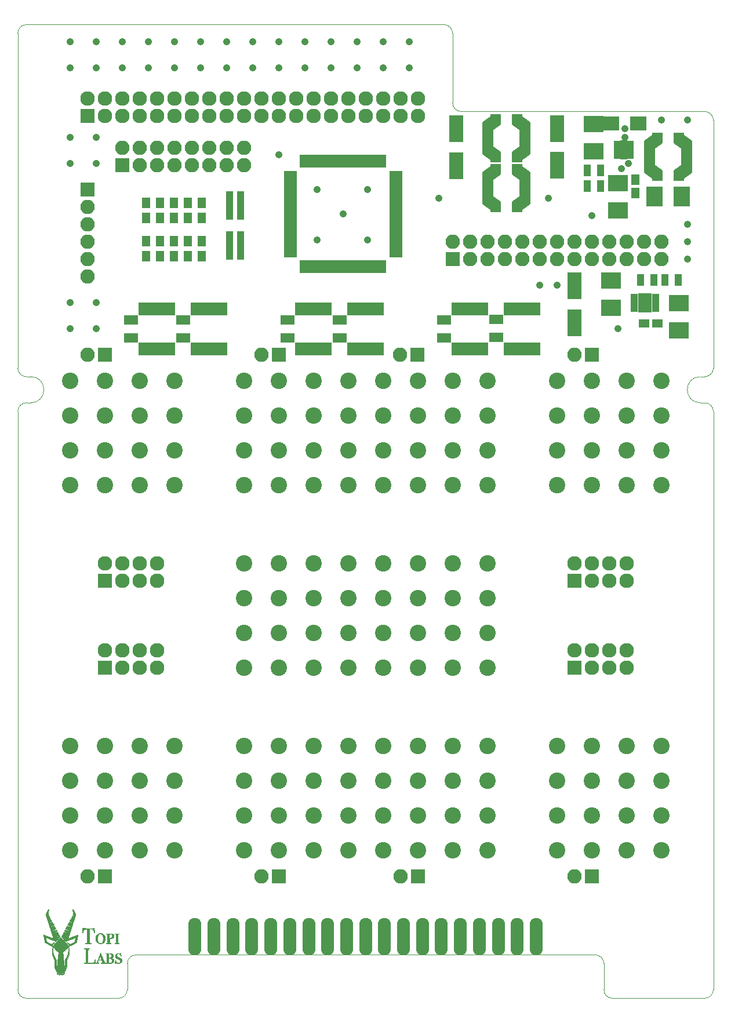
<source format=gts>
G04 #@! TF.FileFunction,Soldermask,Top*
%FSLAX46Y46*%
G04 Gerber Fmt 4.6, Leading zero omitted, Abs format (unit mm)*
G04 Created by KiCad (PCBNEW 4.0.7) date Monday, June 18, 2018 'PMt' 03:40:44 PM*
%MOMM*%
%LPD*%
G01*
G04 APERTURE LIST*
%ADD10C,0.020000*%
%ADD11C,0.100000*%
%ADD12C,0.010000*%
%ADD13O,1.924000X5.480000*%
%ADD14C,1.060400*%
%ADD15C,2.400000*%
%ADD16R,2.127200X2.127200*%
%ADD17O,2.127200X2.127200*%
%ADD18R,2.900000X2.400000*%
%ADD19R,1.150000X1.600000*%
%ADD20R,2.400000X2.900000*%
%ADD21R,1.600000X1.150000*%
%ADD22R,1.300000X1.600000*%
%ADD23R,0.850000X1.900000*%
%ADD24R,1.900000X0.700000*%
%ADD25R,0.700000X1.900000*%
%ADD26R,1.050000X0.700000*%
%ADD27R,1.175000X1.640000*%
%ADD28R,2.100000X2.100000*%
%ADD29O,2.100000X2.100000*%
%ADD30R,1.000000X0.750000*%
%ADD31R,2.400000X2.100000*%
%ADD32R,1.100000X0.650000*%
%ADD33R,1.040000X1.600000*%
%ADD34R,1.100000X1.700000*%
%ADD35R,2.000000X1.400000*%
%ADD36R,2.000000X3.900000*%
G04 APERTURE END LIST*
D10*
D11*
X36068000Y-88900000D02*
X49530000Y-88900000D01*
X34798000Y-83820000D02*
X34798000Y-87630000D01*
X-33528000Y-82550000D02*
X33528000Y-82550000D01*
X-34798000Y-83820000D02*
X-34798000Y-87630000D01*
X34798000Y-83820000D02*
G75*
G03X33528000Y-82550000I-1270000J0D01*
G01*
X34798000Y-87630000D02*
G75*
G03X36068000Y-88900000I1270000J0D01*
G01*
X-33530217Y-82550002D02*
G75*
G03X-34798000Y-83820000I2217J-1269998D01*
G01*
X-34798000Y-87630000D02*
G75*
G02X-36068000Y-88900000I-1270000J0D01*
G01*
X-50800000Y-3175000D02*
G75*
G02X-49530000Y-1905000I1270000J0D01*
G01*
X-49530000Y-1905000D02*
X-48895000Y-1905000D01*
X-48895000Y1905000D02*
G75*
G02X-48895000Y-1905000I0J-1905000D01*
G01*
X-48895000Y1905000D02*
X-49530000Y1905000D01*
X-49530000Y1905000D02*
G75*
G02X-50800000Y3175000I0J1270000D01*
G01*
X-50800000Y52070000D02*
X-50800000Y3175000D01*
X-50800000Y52070000D02*
G75*
G02X-49530000Y53340000I1270000J0D01*
G01*
X11430000Y53340000D02*
X-49530000Y53340000D01*
X11430000Y53340000D02*
G75*
G02X12700000Y52070000I0J-1270000D01*
G01*
X12700000Y52070000D02*
X12700000Y41910000D01*
X13970000Y40640000D02*
G75*
G02X12700000Y41910000I0J1270000D01*
G01*
X13970000Y40640000D02*
X49530000Y40640000D01*
X49530000Y40640000D02*
G75*
G02X50800000Y39370000I0J-1270000D01*
G01*
X50800000Y3175000D02*
X50800000Y39370000D01*
X50800000Y3175000D02*
G75*
G02X49530000Y1905000I-1270000J0D01*
G01*
X48895000Y1905000D02*
X49530000Y1905000D01*
X48895000Y-1905000D02*
G75*
G02X48895000Y1905000I0J1905000D01*
G01*
X49530000Y-1905000D02*
X48895000Y-1905000D01*
X49530000Y-1905000D02*
G75*
G02X50800000Y-3175000I0J-1270000D01*
G01*
X50800000Y-87630000D02*
X50800000Y-3175000D01*
X50800000Y-87630000D02*
G75*
G02X49530000Y-88900000I-1270000J0D01*
G01*
X-49530000Y-88900000D02*
X-36068000Y-88900000D01*
X-49530000Y-88900000D02*
G75*
G02X-50800000Y-87630000I0J1270000D01*
G01*
X-50800000Y-3175000D02*
X-50800000Y-87630000D01*
D12*
G36*
X-45107408Y-85153303D02*
X-45087011Y-85161994D01*
X-45057048Y-85177703D01*
X-45015646Y-85201414D01*
X-44960934Y-85234109D01*
X-44891038Y-85276772D01*
X-44889099Y-85277964D01*
X-44814564Y-85324219D01*
X-44756680Y-85361237D01*
X-44714389Y-85389754D01*
X-44686639Y-85410505D01*
X-44672373Y-85424228D01*
X-44670022Y-85430817D01*
X-44675611Y-85438553D01*
X-44686991Y-85442799D01*
X-44706936Y-85443404D01*
X-44738220Y-85440214D01*
X-44783615Y-85433077D01*
X-44845896Y-85421840D01*
X-44851320Y-85420829D01*
X-44899862Y-85411438D01*
X-44941902Y-85402701D01*
X-44972942Y-85395594D01*
X-44988480Y-85391092D01*
X-44999460Y-85380173D01*
X-45018362Y-85355434D01*
X-45042615Y-85320451D01*
X-45069641Y-85278801D01*
X-45071925Y-85275162D01*
X-45100612Y-85228421D01*
X-45119108Y-85195610D01*
X-45128692Y-85173890D01*
X-45130647Y-85160418D01*
X-45126989Y-85153046D01*
X-45120110Y-85150648D01*
X-45107408Y-85153303D01*
X-45107408Y-85153303D01*
G37*
X-45107408Y-85153303D02*
X-45087011Y-85161994D01*
X-45057048Y-85177703D01*
X-45015646Y-85201414D01*
X-44960934Y-85234109D01*
X-44891038Y-85276772D01*
X-44889099Y-85277964D01*
X-44814564Y-85324219D01*
X-44756680Y-85361237D01*
X-44714389Y-85389754D01*
X-44686639Y-85410505D01*
X-44672373Y-85424228D01*
X-44670022Y-85430817D01*
X-44675611Y-85438553D01*
X-44686991Y-85442799D01*
X-44706936Y-85443404D01*
X-44738220Y-85440214D01*
X-44783615Y-85433077D01*
X-44845896Y-85421840D01*
X-44851320Y-85420829D01*
X-44899862Y-85411438D01*
X-44941902Y-85402701D01*
X-44972942Y-85395594D01*
X-44988480Y-85391092D01*
X-44999460Y-85380173D01*
X-45018362Y-85355434D01*
X-45042615Y-85320451D01*
X-45069641Y-85278801D01*
X-45071925Y-85275162D01*
X-45100612Y-85228421D01*
X-45119108Y-85195610D01*
X-45128692Y-85173890D01*
X-45130647Y-85160418D01*
X-45126989Y-85153046D01*
X-45120110Y-85150648D01*
X-45107408Y-85153303D01*
G36*
X-43964907Y-85154244D02*
X-43964212Y-85154874D01*
X-43959825Y-85163366D01*
X-43961752Y-85176710D01*
X-43971341Y-85197992D01*
X-43989936Y-85230299D01*
X-44013987Y-85268982D01*
X-44040134Y-85309896D01*
X-44063218Y-85345184D01*
X-44080593Y-85370851D01*
X-44089203Y-85382473D01*
X-44102207Y-85388142D01*
X-44130842Y-85396264D01*
X-44170701Y-85405921D01*
X-44217376Y-85416195D01*
X-44266460Y-85426169D01*
X-44313546Y-85434925D01*
X-44354227Y-85441546D01*
X-44384094Y-85445115D01*
X-44391899Y-85445482D01*
X-44410412Y-85437888D01*
X-44416015Y-85429921D01*
X-44419319Y-85414717D01*
X-44418236Y-85411162D01*
X-44408883Y-85405236D01*
X-44384555Y-85390176D01*
X-44347621Y-85367438D01*
X-44300448Y-85338478D01*
X-44245403Y-85304751D01*
X-44196172Y-85274632D01*
X-44127485Y-85232878D01*
X-44073971Y-85201008D01*
X-44033657Y-85178002D01*
X-44004567Y-85162842D01*
X-43984728Y-85154509D01*
X-43972166Y-85151982D01*
X-43964907Y-85154244D01*
X-43964907Y-85154244D01*
G37*
X-43964907Y-85154244D02*
X-43964212Y-85154874D01*
X-43959825Y-85163366D01*
X-43961752Y-85176710D01*
X-43971341Y-85197992D01*
X-43989936Y-85230299D01*
X-44013987Y-85268982D01*
X-44040134Y-85309896D01*
X-44063218Y-85345184D01*
X-44080593Y-85370851D01*
X-44089203Y-85382473D01*
X-44102207Y-85388142D01*
X-44130842Y-85396264D01*
X-44170701Y-85405921D01*
X-44217376Y-85416195D01*
X-44266460Y-85426169D01*
X-44313546Y-85434925D01*
X-44354227Y-85441546D01*
X-44384094Y-85445115D01*
X-44391899Y-85445482D01*
X-44410412Y-85437888D01*
X-44416015Y-85429921D01*
X-44419319Y-85414717D01*
X-44418236Y-85411162D01*
X-44408883Y-85405236D01*
X-44384555Y-85390176D01*
X-44347621Y-85367438D01*
X-44300448Y-85338478D01*
X-44245403Y-85304751D01*
X-44196172Y-85274632D01*
X-44127485Y-85232878D01*
X-44073971Y-85201008D01*
X-44033657Y-85178002D01*
X-44004567Y-85162842D01*
X-43984728Y-85154509D01*
X-43972166Y-85151982D01*
X-43964907Y-85154244D01*
G36*
X-44474380Y-80041691D02*
X-44431766Y-80086712D01*
X-44380426Y-80141748D01*
X-44321563Y-80205456D01*
X-44256380Y-80276494D01*
X-44186079Y-80353519D01*
X-44111863Y-80435188D01*
X-44034935Y-80520160D01*
X-43956497Y-80607090D01*
X-43877753Y-80694637D01*
X-43799903Y-80781459D01*
X-43724153Y-80866211D01*
X-43651703Y-80947552D01*
X-43583757Y-81024139D01*
X-43521517Y-81094629D01*
X-43466186Y-81157681D01*
X-43418967Y-81211950D01*
X-43381063Y-81256095D01*
X-43353675Y-81288772D01*
X-43338007Y-81308640D01*
X-43334685Y-81314017D01*
X-43341502Y-81322268D01*
X-43361670Y-81342832D01*
X-43393615Y-81374233D01*
X-43435766Y-81414994D01*
X-43486548Y-81463636D01*
X-43544390Y-81518684D01*
X-43607717Y-81578659D01*
X-43674958Y-81642085D01*
X-43744540Y-81707484D01*
X-43814889Y-81773380D01*
X-43884432Y-81838294D01*
X-43951598Y-81900750D01*
X-44014812Y-81959271D01*
X-44072502Y-82012379D01*
X-44123096Y-82058598D01*
X-44165020Y-82096449D01*
X-44196701Y-82124456D01*
X-44207260Y-82133508D01*
X-44237450Y-82158976D01*
X-44186564Y-82631348D01*
X-44153920Y-82937933D01*
X-44122861Y-83236802D01*
X-44093593Y-83525845D01*
X-44066325Y-83802954D01*
X-44041265Y-84066019D01*
X-44018621Y-84312931D01*
X-44000790Y-84515960D01*
X-43996192Y-84565107D01*
X-43991923Y-84602551D01*
X-43988319Y-84625940D01*
X-43985719Y-84632922D01*
X-43984740Y-84627720D01*
X-43983602Y-84610622D01*
X-43981329Y-84575084D01*
X-43978037Y-84522947D01*
X-43973841Y-84456053D01*
X-43968855Y-84376243D01*
X-43963194Y-84285358D01*
X-43956974Y-84185240D01*
X-43950310Y-84077730D01*
X-43943316Y-83964669D01*
X-43941663Y-83937910D01*
X-43901566Y-83288740D01*
X-43694501Y-82880912D01*
X-43487436Y-82473085D01*
X-43429819Y-82036562D01*
X-43417530Y-81943749D01*
X-43405896Y-81856436D01*
X-43395219Y-81776845D01*
X-43385799Y-81707194D01*
X-43377937Y-81649706D01*
X-43371935Y-81606601D01*
X-43368094Y-81580100D01*
X-43366957Y-81573117D01*
X-43357121Y-81549818D01*
X-43338069Y-81521092D01*
X-43326451Y-81507077D01*
X-43291188Y-81467960D01*
X-43297800Y-82011520D01*
X-43304411Y-82555080D01*
X-43491126Y-82954803D01*
X-43677840Y-83354527D01*
X-43677840Y-84329667D01*
X-43832780Y-84689482D01*
X-43867507Y-84769460D01*
X-43900104Y-84843263D01*
X-43929637Y-84908869D01*
X-43955174Y-84964259D01*
X-43975779Y-85007413D01*
X-43990519Y-85036312D01*
X-43998461Y-85048934D01*
X-43999166Y-85049328D01*
X-44012137Y-85053724D01*
X-44039313Y-85065707D01*
X-44076859Y-85083506D01*
X-44120944Y-85105350D01*
X-44126166Y-85107994D01*
X-44222447Y-85160601D01*
X-44316869Y-85219183D01*
X-44403697Y-85279946D01*
X-44477194Y-85339094D01*
X-44482109Y-85343448D01*
X-44510046Y-85367962D01*
X-44531654Y-85386111D01*
X-44542943Y-85394564D01*
X-44543586Y-85394800D01*
X-44552562Y-85388677D01*
X-44573290Y-85372274D01*
X-44602098Y-85348534D01*
X-44618158Y-85335023D01*
X-44753057Y-85232800D01*
X-44904672Y-85140168D01*
X-44984241Y-85098767D01*
X-45107002Y-85038237D01*
X-45255780Y-84690738D01*
X-45404557Y-84343240D01*
X-45410803Y-83845400D01*
X-45417048Y-83347560D01*
X-45789196Y-82544920D01*
X-45793888Y-82008980D01*
X-45794668Y-81906762D01*
X-45795176Y-81810933D01*
X-45795418Y-81723364D01*
X-45795399Y-81645928D01*
X-45795125Y-81580498D01*
X-45794601Y-81528947D01*
X-45793833Y-81493147D01*
X-45792826Y-81474971D01*
X-45792310Y-81473040D01*
X-45782832Y-81480288D01*
X-45765905Y-81498680D01*
X-45756142Y-81510512D01*
X-45749072Y-81519738D01*
X-45742923Y-81529494D01*
X-45737356Y-81541636D01*
X-45732029Y-81558023D01*
X-45726602Y-81580511D01*
X-45720736Y-81610956D01*
X-45714088Y-81651217D01*
X-45706320Y-81703149D01*
X-45697090Y-81768611D01*
X-45686058Y-81849460D01*
X-45672884Y-81947552D01*
X-45664419Y-82010891D01*
X-45602595Y-82473800D01*
X-45395582Y-82880094D01*
X-45188570Y-83286389D01*
X-45146132Y-83962134D01*
X-45138857Y-84076001D01*
X-45131792Y-84182809D01*
X-45125054Y-84281009D01*
X-45118761Y-84369053D01*
X-45113031Y-84445392D01*
X-45107984Y-84508477D01*
X-45103735Y-84556761D01*
X-45100404Y-84588693D01*
X-45098109Y-84602726D01*
X-45097342Y-84602320D01*
X-45093632Y-84575285D01*
X-45089501Y-84535552D01*
X-45085720Y-84490707D01*
X-45084976Y-84480400D01*
X-45080404Y-84420190D01*
X-45073844Y-84341770D01*
X-45065491Y-84247131D01*
X-45055543Y-84138263D01*
X-45044193Y-84017160D01*
X-45031640Y-83885813D01*
X-45018077Y-83746212D01*
X-45003701Y-83600349D01*
X-44988708Y-83450217D01*
X-44973295Y-83297806D01*
X-44957655Y-83145109D01*
X-44941987Y-82994116D01*
X-44926484Y-82846819D01*
X-44911344Y-82705209D01*
X-44901113Y-82610960D01*
X-44892204Y-82528016D01*
X-44883982Y-82448751D01*
X-44876738Y-82376165D01*
X-44870760Y-82313259D01*
X-44866337Y-82263034D01*
X-44863759Y-82228490D01*
X-44863251Y-82217989D01*
X-44861480Y-82155218D01*
X-45308520Y-81741632D01*
X-45388810Y-81667266D01*
X-45464577Y-81596922D01*
X-45534519Y-81531824D01*
X-45597329Y-81473193D01*
X-45651704Y-81422251D01*
X-45696340Y-81380220D01*
X-45729931Y-81348323D01*
X-45751173Y-81327781D01*
X-45758755Y-81319840D01*
X-45752822Y-81310727D01*
X-45734393Y-81287889D01*
X-45704638Y-81252638D01*
X-45664730Y-81206285D01*
X-45615839Y-81150144D01*
X-45559138Y-81085524D01*
X-45495797Y-81013738D01*
X-45426988Y-80936097D01*
X-45353883Y-80853912D01*
X-45277653Y-80768497D01*
X-45199470Y-80681161D01*
X-45120504Y-80593217D01*
X-45041928Y-80505976D01*
X-44964913Y-80420750D01*
X-44890631Y-80338851D01*
X-44820252Y-80261590D01*
X-44754949Y-80190278D01*
X-44695892Y-80126228D01*
X-44644254Y-80070751D01*
X-44621709Y-80046771D01*
X-44546117Y-79966702D01*
X-44474380Y-80041691D01*
X-44474380Y-80041691D01*
G37*
X-44474380Y-80041691D02*
X-44431766Y-80086712D01*
X-44380426Y-80141748D01*
X-44321563Y-80205456D01*
X-44256380Y-80276494D01*
X-44186079Y-80353519D01*
X-44111863Y-80435188D01*
X-44034935Y-80520160D01*
X-43956497Y-80607090D01*
X-43877753Y-80694637D01*
X-43799903Y-80781459D01*
X-43724153Y-80866211D01*
X-43651703Y-80947552D01*
X-43583757Y-81024139D01*
X-43521517Y-81094629D01*
X-43466186Y-81157681D01*
X-43418967Y-81211950D01*
X-43381063Y-81256095D01*
X-43353675Y-81288772D01*
X-43338007Y-81308640D01*
X-43334685Y-81314017D01*
X-43341502Y-81322268D01*
X-43361670Y-81342832D01*
X-43393615Y-81374233D01*
X-43435766Y-81414994D01*
X-43486548Y-81463636D01*
X-43544390Y-81518684D01*
X-43607717Y-81578659D01*
X-43674958Y-81642085D01*
X-43744540Y-81707484D01*
X-43814889Y-81773380D01*
X-43884432Y-81838294D01*
X-43951598Y-81900750D01*
X-44014812Y-81959271D01*
X-44072502Y-82012379D01*
X-44123096Y-82058598D01*
X-44165020Y-82096449D01*
X-44196701Y-82124456D01*
X-44207260Y-82133508D01*
X-44237450Y-82158976D01*
X-44186564Y-82631348D01*
X-44153920Y-82937933D01*
X-44122861Y-83236802D01*
X-44093593Y-83525845D01*
X-44066325Y-83802954D01*
X-44041265Y-84066019D01*
X-44018621Y-84312931D01*
X-44000790Y-84515960D01*
X-43996192Y-84565107D01*
X-43991923Y-84602551D01*
X-43988319Y-84625940D01*
X-43985719Y-84632922D01*
X-43984740Y-84627720D01*
X-43983602Y-84610622D01*
X-43981329Y-84575084D01*
X-43978037Y-84522947D01*
X-43973841Y-84456053D01*
X-43968855Y-84376243D01*
X-43963194Y-84285358D01*
X-43956974Y-84185240D01*
X-43950310Y-84077730D01*
X-43943316Y-83964669D01*
X-43941663Y-83937910D01*
X-43901566Y-83288740D01*
X-43694501Y-82880912D01*
X-43487436Y-82473085D01*
X-43429819Y-82036562D01*
X-43417530Y-81943749D01*
X-43405896Y-81856436D01*
X-43395219Y-81776845D01*
X-43385799Y-81707194D01*
X-43377937Y-81649706D01*
X-43371935Y-81606601D01*
X-43368094Y-81580100D01*
X-43366957Y-81573117D01*
X-43357121Y-81549818D01*
X-43338069Y-81521092D01*
X-43326451Y-81507077D01*
X-43291188Y-81467960D01*
X-43297800Y-82011520D01*
X-43304411Y-82555080D01*
X-43491126Y-82954803D01*
X-43677840Y-83354527D01*
X-43677840Y-84329667D01*
X-43832780Y-84689482D01*
X-43867507Y-84769460D01*
X-43900104Y-84843263D01*
X-43929637Y-84908869D01*
X-43955174Y-84964259D01*
X-43975779Y-85007413D01*
X-43990519Y-85036312D01*
X-43998461Y-85048934D01*
X-43999166Y-85049328D01*
X-44012137Y-85053724D01*
X-44039313Y-85065707D01*
X-44076859Y-85083506D01*
X-44120944Y-85105350D01*
X-44126166Y-85107994D01*
X-44222447Y-85160601D01*
X-44316869Y-85219183D01*
X-44403697Y-85279946D01*
X-44477194Y-85339094D01*
X-44482109Y-85343448D01*
X-44510046Y-85367962D01*
X-44531654Y-85386111D01*
X-44542943Y-85394564D01*
X-44543586Y-85394800D01*
X-44552562Y-85388677D01*
X-44573290Y-85372274D01*
X-44602098Y-85348534D01*
X-44618158Y-85335023D01*
X-44753057Y-85232800D01*
X-44904672Y-85140168D01*
X-44984241Y-85098767D01*
X-45107002Y-85038237D01*
X-45255780Y-84690738D01*
X-45404557Y-84343240D01*
X-45410803Y-83845400D01*
X-45417048Y-83347560D01*
X-45789196Y-82544920D01*
X-45793888Y-82008980D01*
X-45794668Y-81906762D01*
X-45795176Y-81810933D01*
X-45795418Y-81723364D01*
X-45795399Y-81645928D01*
X-45795125Y-81580498D01*
X-45794601Y-81528947D01*
X-45793833Y-81493147D01*
X-45792826Y-81474971D01*
X-45792310Y-81473040D01*
X-45782832Y-81480288D01*
X-45765905Y-81498680D01*
X-45756142Y-81510512D01*
X-45749072Y-81519738D01*
X-45742923Y-81529494D01*
X-45737356Y-81541636D01*
X-45732029Y-81558023D01*
X-45726602Y-81580511D01*
X-45720736Y-81610956D01*
X-45714088Y-81651217D01*
X-45706320Y-81703149D01*
X-45697090Y-81768611D01*
X-45686058Y-81849460D01*
X-45672884Y-81947552D01*
X-45664419Y-82010891D01*
X-45602595Y-82473800D01*
X-45395582Y-82880094D01*
X-45188570Y-83286389D01*
X-45146132Y-83962134D01*
X-45138857Y-84076001D01*
X-45131792Y-84182809D01*
X-45125054Y-84281009D01*
X-45118761Y-84369053D01*
X-45113031Y-84445392D01*
X-45107984Y-84508477D01*
X-45103735Y-84556761D01*
X-45100404Y-84588693D01*
X-45098109Y-84602726D01*
X-45097342Y-84602320D01*
X-45093632Y-84575285D01*
X-45089501Y-84535552D01*
X-45085720Y-84490707D01*
X-45084976Y-84480400D01*
X-45080404Y-84420190D01*
X-45073844Y-84341770D01*
X-45065491Y-84247131D01*
X-45055543Y-84138263D01*
X-45044193Y-84017160D01*
X-45031640Y-83885813D01*
X-45018077Y-83746212D01*
X-45003701Y-83600349D01*
X-44988708Y-83450217D01*
X-44973295Y-83297806D01*
X-44957655Y-83145109D01*
X-44941987Y-82994116D01*
X-44926484Y-82846819D01*
X-44911344Y-82705209D01*
X-44901113Y-82610960D01*
X-44892204Y-82528016D01*
X-44883982Y-82448751D01*
X-44876738Y-82376165D01*
X-44870760Y-82313259D01*
X-44866337Y-82263034D01*
X-44863759Y-82228490D01*
X-44863251Y-82217989D01*
X-44861480Y-82155218D01*
X-45308520Y-81741632D01*
X-45388810Y-81667266D01*
X-45464577Y-81596922D01*
X-45534519Y-81531824D01*
X-45597329Y-81473193D01*
X-45651704Y-81422251D01*
X-45696340Y-81380220D01*
X-45729931Y-81348323D01*
X-45751173Y-81327781D01*
X-45758755Y-81319840D01*
X-45752822Y-81310727D01*
X-45734393Y-81287889D01*
X-45704638Y-81252638D01*
X-45664730Y-81206285D01*
X-45615839Y-81150144D01*
X-45559138Y-81085524D01*
X-45495797Y-81013738D01*
X-45426988Y-80936097D01*
X-45353883Y-80853912D01*
X-45277653Y-80768497D01*
X-45199470Y-80681161D01*
X-45120504Y-80593217D01*
X-45041928Y-80505976D01*
X-44964913Y-80420750D01*
X-44890631Y-80338851D01*
X-44820252Y-80261590D01*
X-44754949Y-80190278D01*
X-44695892Y-80126228D01*
X-44644254Y-80070751D01*
X-44621709Y-80046771D01*
X-44546117Y-79966702D01*
X-44474380Y-80041691D01*
G36*
X-40547277Y-81568212D02*
X-40477575Y-81568736D01*
X-40423025Y-81569882D01*
X-40381908Y-81571811D01*
X-40352501Y-81574684D01*
X-40333081Y-81578661D01*
X-40321928Y-81583903D01*
X-40317319Y-81590570D01*
X-40317531Y-81598823D01*
X-40320313Y-81607453D01*
X-40330343Y-81616062D01*
X-40354624Y-81622627D01*
X-40395758Y-81627757D01*
X-40413380Y-81629232D01*
X-40467461Y-81633876D01*
X-40504910Y-81638759D01*
X-40529397Y-81644982D01*
X-40544591Y-81653645D01*
X-40554163Y-81665849D01*
X-40557446Y-81672419D01*
X-40559516Y-81683679D01*
X-40561357Y-81708310D01*
X-40562977Y-81746987D01*
X-40564383Y-81800387D01*
X-40565583Y-81869185D01*
X-40566584Y-81954056D01*
X-40567394Y-82055677D01*
X-40568021Y-82174723D01*
X-40568471Y-82311870D01*
X-40568753Y-82467794D01*
X-40568874Y-82643169D01*
X-40568880Y-82696468D01*
X-40568880Y-83695421D01*
X-40530780Y-83701718D01*
X-40490600Y-83705774D01*
X-40434046Y-83707895D01*
X-40364957Y-83708240D01*
X-40287170Y-83706971D01*
X-40204523Y-83704246D01*
X-40120856Y-83700226D01*
X-40040005Y-83695071D01*
X-39965809Y-83688942D01*
X-39902106Y-83681997D01*
X-39852734Y-83674398D01*
X-39846710Y-83673193D01*
X-39767473Y-83651702D01*
X-39703181Y-83622259D01*
X-39652136Y-83582819D01*
X-39612642Y-83531333D01*
X-39583003Y-83465756D01*
X-39561521Y-83384041D01*
X-39550376Y-83315742D01*
X-39541243Y-83260129D01*
X-39530677Y-83223237D01*
X-39517713Y-83203472D01*
X-39501385Y-83199240D01*
X-39484300Y-83206565D01*
X-39478851Y-83211502D01*
X-39474655Y-83220123D01*
X-39471564Y-83234824D01*
X-39469429Y-83258001D01*
X-39468101Y-83292049D01*
X-39467432Y-83339364D01*
X-39467274Y-83402342D01*
X-39467460Y-83478293D01*
X-39468400Y-83738720D01*
X-39445987Y-83738720D01*
X-39405235Y-83735283D01*
X-39361794Y-83726288D01*
X-39322867Y-83713702D01*
X-39295660Y-83699493D01*
X-39292378Y-83696743D01*
X-39281678Y-83680727D01*
X-39265009Y-83648115D01*
X-39243483Y-83601357D01*
X-39218212Y-83542903D01*
X-39190306Y-83475206D01*
X-39178384Y-83445402D01*
X-39158151Y-83394062D01*
X-39132522Y-83328509D01*
X-39106331Y-83261200D01*
X-39011793Y-83261200D01*
X-38587845Y-83261200D01*
X-38602857Y-83223100D01*
X-38610660Y-83202820D01*
X-38624353Y-83166733D01*
X-38642719Y-83118068D01*
X-38664540Y-83060054D01*
X-38688599Y-82995921D01*
X-38702683Y-82958305D01*
X-38726773Y-82894816D01*
X-38748906Y-82838189D01*
X-38768005Y-82791043D01*
X-38782991Y-82756000D01*
X-38792788Y-82735680D01*
X-38795896Y-82731607D01*
X-38801632Y-82740688D01*
X-38813647Y-82766332D01*
X-38830924Y-82806136D01*
X-38852446Y-82857697D01*
X-38877194Y-82918614D01*
X-38904152Y-82986484D01*
X-38908044Y-82996402D01*
X-39011793Y-83261200D01*
X-39106331Y-83261200D01*
X-39102488Y-83251324D01*
X-39069044Y-83165086D01*
X-39033182Y-83072374D01*
X-38995894Y-82975770D01*
X-38958175Y-82877851D01*
X-38921016Y-82781199D01*
X-38885412Y-82688393D01*
X-38852354Y-82602013D01*
X-38822836Y-82524639D01*
X-38797850Y-82458850D01*
X-38778390Y-82407226D01*
X-38766931Y-82376399D01*
X-38748448Y-82332693D01*
X-38731654Y-82306148D01*
X-38717378Y-82297881D01*
X-38711315Y-82301080D01*
X-38706008Y-82311956D01*
X-38693775Y-82340189D01*
X-38675236Y-82384268D01*
X-38651009Y-82442681D01*
X-38621714Y-82513918D01*
X-38587972Y-82596468D01*
X-38550400Y-82688821D01*
X-38509620Y-82789464D01*
X-38466249Y-82896888D01*
X-38426000Y-82996908D01*
X-38380619Y-83109447D01*
X-38337021Y-83216781D01*
X-38295853Y-83317367D01*
X-38257759Y-83409664D01*
X-38223387Y-83492130D01*
X-38193381Y-83563224D01*
X-38168388Y-83621403D01*
X-38149053Y-83665126D01*
X-38136022Y-83692851D01*
X-38130317Y-83702758D01*
X-38105601Y-83716153D01*
X-38063875Y-83725704D01*
X-38008143Y-83731089D01*
X-37941408Y-83731991D01*
X-37881560Y-83729231D01*
X-37800280Y-83723480D01*
X-37797667Y-83060249D01*
X-37797591Y-83037680D01*
X-37520880Y-83037680D01*
X-37520880Y-83718012D01*
X-37498020Y-83722890D01*
X-37469706Y-83729048D01*
X-37454840Y-83732359D01*
X-37424915Y-83734458D01*
X-37382338Y-83731636D01*
X-37333966Y-83724665D01*
X-37286656Y-83714312D01*
X-37281472Y-83712906D01*
X-37212252Y-83684321D01*
X-37156938Y-83641051D01*
X-37115696Y-83583376D01*
X-37088687Y-83511577D01*
X-37076074Y-83425935D01*
X-37075857Y-83358792D01*
X-37085732Y-83274084D01*
X-37107340Y-83204820D01*
X-37141666Y-83149200D01*
X-37189695Y-83105424D01*
X-37226240Y-83083716D01*
X-37303168Y-83055080D01*
X-37393384Y-83040016D01*
X-37450261Y-83037680D01*
X-37520880Y-83037680D01*
X-37797591Y-83037680D01*
X-37797199Y-82922665D01*
X-37796969Y-82804162D01*
X-37796997Y-82703506D01*
X-37797302Y-82619459D01*
X-37797902Y-82550785D01*
X-37798816Y-82496247D01*
X-37800063Y-82454608D01*
X-37801662Y-82424633D01*
X-37803631Y-82405084D01*
X-37805990Y-82394726D01*
X-37807827Y-82392300D01*
X-37823858Y-82388892D01*
X-37833640Y-82387440D01*
X-37520880Y-82387440D01*
X-37520880Y-82986880D01*
X-37471946Y-82986880D01*
X-37433083Y-82984902D01*
X-37387533Y-82979849D01*
X-37362726Y-82975936D01*
X-37289790Y-82953945D01*
X-37230666Y-82917374D01*
X-37185764Y-82866919D01*
X-37155498Y-82803277D01*
X-37140279Y-82727143D01*
X-37140520Y-82639213D01*
X-37144205Y-82606686D01*
X-37158141Y-82536181D01*
X-37179402Y-82481553D01*
X-37210136Y-82441132D01*
X-37252491Y-82413249D01*
X-37308613Y-82396236D01*
X-37380649Y-82388422D01*
X-37426205Y-82387440D01*
X-37520880Y-82387440D01*
X-37833640Y-82387440D01*
X-37853704Y-82384462D01*
X-37890955Y-82379959D01*
X-37891588Y-82379891D01*
X-37931094Y-82374462D01*
X-37954120Y-82367934D01*
X-37964504Y-82359012D01*
X-37965923Y-82354782D01*
X-37960295Y-82338380D01*
X-37944749Y-82331211D01*
X-37929226Y-82330067D01*
X-37895830Y-82329520D01*
X-37846997Y-82329545D01*
X-37785164Y-82330121D01*
X-37712768Y-82331224D01*
X-37632246Y-82332832D01*
X-37546034Y-82334923D01*
X-37545293Y-82334942D01*
X-37438505Y-82337912D01*
X-37349737Y-82340889D01*
X-37276691Y-82344196D01*
X-37217071Y-82348155D01*
X-37168578Y-82353087D01*
X-37128915Y-82359317D01*
X-37095784Y-82367164D01*
X-37066889Y-82376953D01*
X-37039932Y-82389005D01*
X-37012614Y-82403643D01*
X-36998857Y-82411589D01*
X-36937781Y-82458225D01*
X-36892574Y-82515716D01*
X-36864015Y-82581309D01*
X-36852883Y-82652253D01*
X-36859955Y-82725794D01*
X-36886011Y-82799182D01*
X-36888088Y-82803311D01*
X-36924191Y-82857379D01*
X-36973581Y-82902898D01*
X-37037885Y-82940830D01*
X-37118726Y-82972138D01*
X-37216080Y-82997430D01*
X-37256666Y-83006256D01*
X-37278918Y-83011763D01*
X-37284387Y-83014795D01*
X-37274628Y-83016202D01*
X-37251640Y-83016821D01*
X-37159025Y-83026110D01*
X-37070797Y-83049597D01*
X-36990127Y-83085640D01*
X-36920183Y-83132603D01*
X-36864135Y-83188846D01*
X-36835249Y-83232154D01*
X-36813718Y-83287831D01*
X-36801560Y-83354296D01*
X-36799335Y-83424028D01*
X-36807603Y-83489507D01*
X-36814287Y-83513775D01*
X-36844177Y-83573430D01*
X-36891556Y-83629155D01*
X-36953671Y-83678789D01*
X-37027767Y-83720168D01*
X-37111091Y-83751130D01*
X-37119560Y-83753499D01*
X-37154795Y-83760287D01*
X-37207619Y-83766238D01*
X-37278358Y-83771362D01*
X-37367335Y-83775668D01*
X-37474874Y-83779165D01*
X-37601299Y-83781865D01*
X-37746935Y-83783775D01*
X-37912104Y-83784907D01*
X-38097132Y-83785269D01*
X-38173143Y-83785207D01*
X-38291977Y-83784929D01*
X-38391977Y-83784459D01*
X-38474628Y-83783756D01*
X-38541418Y-83782780D01*
X-38593830Y-83781490D01*
X-38633351Y-83779846D01*
X-38661466Y-83777807D01*
X-38679662Y-83775333D01*
X-38689423Y-83772383D01*
X-38691303Y-83771056D01*
X-38697529Y-83755927D01*
X-38683647Y-83743536D01*
X-38649687Y-83733895D01*
X-38595677Y-83727014D01*
X-38574468Y-83725417D01*
X-38519052Y-83721071D01*
X-38481218Y-83716161D01*
X-38458224Y-83710046D01*
X-38447332Y-83702087D01*
X-38445440Y-83695265D01*
X-38448667Y-83682672D01*
X-38457645Y-83654118D01*
X-38471318Y-83612791D01*
X-38488633Y-83561874D01*
X-38508535Y-83504555D01*
X-38508940Y-83503400D01*
X-38572440Y-83322335D01*
X-38798862Y-83322247D01*
X-39025283Y-83322160D01*
X-39045372Y-83369025D01*
X-39056058Y-83395922D01*
X-39071370Y-83437030D01*
X-39089467Y-83487298D01*
X-39108510Y-83541673D01*
X-39113591Y-83556446D01*
X-39132753Y-83613703D01*
X-39145284Y-83654795D01*
X-39151832Y-83682528D01*
X-39153044Y-83699708D01*
X-39149567Y-83709141D01*
X-39148991Y-83709762D01*
X-39133195Y-83716835D01*
X-39103164Y-83723798D01*
X-39064941Y-83729300D01*
X-39058753Y-83729927D01*
X-39007784Y-83736729D01*
X-38976540Y-83745636D01*
X-38964515Y-83756878D01*
X-38970495Y-83769998D01*
X-38985079Y-83774018D01*
X-39019718Y-83777122D01*
X-39074165Y-83779297D01*
X-39148175Y-83780535D01*
X-39226527Y-83780841D01*
X-39301577Y-83781185D01*
X-39365484Y-83782241D01*
X-39416180Y-83783928D01*
X-39451599Y-83786168D01*
X-39469674Y-83788882D01*
X-39471600Y-83790203D01*
X-39480980Y-83794359D01*
X-39506047Y-83797055D01*
X-39542199Y-83797881D01*
X-39555420Y-83797681D01*
X-39580773Y-83797209D01*
X-39624364Y-83796548D01*
X-39684112Y-83795726D01*
X-39757936Y-83794769D01*
X-39843754Y-83793702D01*
X-39939487Y-83792551D01*
X-40043053Y-83791342D01*
X-40152372Y-83790102D01*
X-40253920Y-83788980D01*
X-40368572Y-83787730D01*
X-40480867Y-83786506D01*
X-40588507Y-83785333D01*
X-40689193Y-83784236D01*
X-40780628Y-83783241D01*
X-40860512Y-83782371D01*
X-40926547Y-83781653D01*
X-40976433Y-83781112D01*
X-41003539Y-83780818D01*
X-41059762Y-83779845D01*
X-41098804Y-83778094D01*
X-41123804Y-83775177D01*
X-41137898Y-83770708D01*
X-41144223Y-83764300D01*
X-41144588Y-83763437D01*
X-41146312Y-83747934D01*
X-41136217Y-83736344D01*
X-41111912Y-83727602D01*
X-41071004Y-83720650D01*
X-41040326Y-83717180D01*
X-40983447Y-83709461D01*
X-40943781Y-83698741D01*
X-40918272Y-83683455D01*
X-40903862Y-83662035D01*
X-40899132Y-83644816D01*
X-40898306Y-83630076D01*
X-40897576Y-83596470D01*
X-40896944Y-83545453D01*
X-40896416Y-83478479D01*
X-40895996Y-83397002D01*
X-40895688Y-83302476D01*
X-40895497Y-83196356D01*
X-40895427Y-83080095D01*
X-40895481Y-82955149D01*
X-40895666Y-82822970D01*
X-40895984Y-82685015D01*
X-40896117Y-82639405D01*
X-40896688Y-82469691D01*
X-40897315Y-82319296D01*
X-40898015Y-82187222D01*
X-40898803Y-82072467D01*
X-40899695Y-81974031D01*
X-40900708Y-81890916D01*
X-40901856Y-81822119D01*
X-40903156Y-81766642D01*
X-40904625Y-81723485D01*
X-40906276Y-81691646D01*
X-40908128Y-81670127D01*
X-40910195Y-81657926D01*
X-40911763Y-81654410D01*
X-40927808Y-81647897D01*
X-40960153Y-81641906D01*
X-41004780Y-81637098D01*
X-41026080Y-81635600D01*
X-41079804Y-81631333D01*
X-41115942Y-81625472D01*
X-41137221Y-81616946D01*
X-41146370Y-81604684D01*
X-41146275Y-81588421D01*
X-41144526Y-81583689D01*
X-41140030Y-81579812D01*
X-41130915Y-81576697D01*
X-41115309Y-81574253D01*
X-41091341Y-81572388D01*
X-41057137Y-81571009D01*
X-41010826Y-81570024D01*
X-40950536Y-81569341D01*
X-40874395Y-81568868D01*
X-40780531Y-81568513D01*
X-40739032Y-81568387D01*
X-40633856Y-81568149D01*
X-40547277Y-81568212D01*
X-40547277Y-81568212D01*
G37*
X-40547277Y-81568212D02*
X-40477575Y-81568736D01*
X-40423025Y-81569882D01*
X-40381908Y-81571811D01*
X-40352501Y-81574684D01*
X-40333081Y-81578661D01*
X-40321928Y-81583903D01*
X-40317319Y-81590570D01*
X-40317531Y-81598823D01*
X-40320313Y-81607453D01*
X-40330343Y-81616062D01*
X-40354624Y-81622627D01*
X-40395758Y-81627757D01*
X-40413380Y-81629232D01*
X-40467461Y-81633876D01*
X-40504910Y-81638759D01*
X-40529397Y-81644982D01*
X-40544591Y-81653645D01*
X-40554163Y-81665849D01*
X-40557446Y-81672419D01*
X-40559516Y-81683679D01*
X-40561357Y-81708310D01*
X-40562977Y-81746987D01*
X-40564383Y-81800387D01*
X-40565583Y-81869185D01*
X-40566584Y-81954056D01*
X-40567394Y-82055677D01*
X-40568021Y-82174723D01*
X-40568471Y-82311870D01*
X-40568753Y-82467794D01*
X-40568874Y-82643169D01*
X-40568880Y-82696468D01*
X-40568880Y-83695421D01*
X-40530780Y-83701718D01*
X-40490600Y-83705774D01*
X-40434046Y-83707895D01*
X-40364957Y-83708240D01*
X-40287170Y-83706971D01*
X-40204523Y-83704246D01*
X-40120856Y-83700226D01*
X-40040005Y-83695071D01*
X-39965809Y-83688942D01*
X-39902106Y-83681997D01*
X-39852734Y-83674398D01*
X-39846710Y-83673193D01*
X-39767473Y-83651702D01*
X-39703181Y-83622259D01*
X-39652136Y-83582819D01*
X-39612642Y-83531333D01*
X-39583003Y-83465756D01*
X-39561521Y-83384041D01*
X-39550376Y-83315742D01*
X-39541243Y-83260129D01*
X-39530677Y-83223237D01*
X-39517713Y-83203472D01*
X-39501385Y-83199240D01*
X-39484300Y-83206565D01*
X-39478851Y-83211502D01*
X-39474655Y-83220123D01*
X-39471564Y-83234824D01*
X-39469429Y-83258001D01*
X-39468101Y-83292049D01*
X-39467432Y-83339364D01*
X-39467274Y-83402342D01*
X-39467460Y-83478293D01*
X-39468400Y-83738720D01*
X-39445987Y-83738720D01*
X-39405235Y-83735283D01*
X-39361794Y-83726288D01*
X-39322867Y-83713702D01*
X-39295660Y-83699493D01*
X-39292378Y-83696743D01*
X-39281678Y-83680727D01*
X-39265009Y-83648115D01*
X-39243483Y-83601357D01*
X-39218212Y-83542903D01*
X-39190306Y-83475206D01*
X-39178384Y-83445402D01*
X-39158151Y-83394062D01*
X-39132522Y-83328509D01*
X-39106331Y-83261200D01*
X-39011793Y-83261200D01*
X-38587845Y-83261200D01*
X-38602857Y-83223100D01*
X-38610660Y-83202820D01*
X-38624353Y-83166733D01*
X-38642719Y-83118068D01*
X-38664540Y-83060054D01*
X-38688599Y-82995921D01*
X-38702683Y-82958305D01*
X-38726773Y-82894816D01*
X-38748906Y-82838189D01*
X-38768005Y-82791043D01*
X-38782991Y-82756000D01*
X-38792788Y-82735680D01*
X-38795896Y-82731607D01*
X-38801632Y-82740688D01*
X-38813647Y-82766332D01*
X-38830924Y-82806136D01*
X-38852446Y-82857697D01*
X-38877194Y-82918614D01*
X-38904152Y-82986484D01*
X-38908044Y-82996402D01*
X-39011793Y-83261200D01*
X-39106331Y-83261200D01*
X-39102488Y-83251324D01*
X-39069044Y-83165086D01*
X-39033182Y-83072374D01*
X-38995894Y-82975770D01*
X-38958175Y-82877851D01*
X-38921016Y-82781199D01*
X-38885412Y-82688393D01*
X-38852354Y-82602013D01*
X-38822836Y-82524639D01*
X-38797850Y-82458850D01*
X-38778390Y-82407226D01*
X-38766931Y-82376399D01*
X-38748448Y-82332693D01*
X-38731654Y-82306148D01*
X-38717378Y-82297881D01*
X-38711315Y-82301080D01*
X-38706008Y-82311956D01*
X-38693775Y-82340189D01*
X-38675236Y-82384268D01*
X-38651009Y-82442681D01*
X-38621714Y-82513918D01*
X-38587972Y-82596468D01*
X-38550400Y-82688821D01*
X-38509620Y-82789464D01*
X-38466249Y-82896888D01*
X-38426000Y-82996908D01*
X-38380619Y-83109447D01*
X-38337021Y-83216781D01*
X-38295853Y-83317367D01*
X-38257759Y-83409664D01*
X-38223387Y-83492130D01*
X-38193381Y-83563224D01*
X-38168388Y-83621403D01*
X-38149053Y-83665126D01*
X-38136022Y-83692851D01*
X-38130317Y-83702758D01*
X-38105601Y-83716153D01*
X-38063875Y-83725704D01*
X-38008143Y-83731089D01*
X-37941408Y-83731991D01*
X-37881560Y-83729231D01*
X-37800280Y-83723480D01*
X-37797667Y-83060249D01*
X-37797591Y-83037680D01*
X-37520880Y-83037680D01*
X-37520880Y-83718012D01*
X-37498020Y-83722890D01*
X-37469706Y-83729048D01*
X-37454840Y-83732359D01*
X-37424915Y-83734458D01*
X-37382338Y-83731636D01*
X-37333966Y-83724665D01*
X-37286656Y-83714312D01*
X-37281472Y-83712906D01*
X-37212252Y-83684321D01*
X-37156938Y-83641051D01*
X-37115696Y-83583376D01*
X-37088687Y-83511577D01*
X-37076074Y-83425935D01*
X-37075857Y-83358792D01*
X-37085732Y-83274084D01*
X-37107340Y-83204820D01*
X-37141666Y-83149200D01*
X-37189695Y-83105424D01*
X-37226240Y-83083716D01*
X-37303168Y-83055080D01*
X-37393384Y-83040016D01*
X-37450261Y-83037680D01*
X-37520880Y-83037680D01*
X-37797591Y-83037680D01*
X-37797199Y-82922665D01*
X-37796969Y-82804162D01*
X-37796997Y-82703506D01*
X-37797302Y-82619459D01*
X-37797902Y-82550785D01*
X-37798816Y-82496247D01*
X-37800063Y-82454608D01*
X-37801662Y-82424633D01*
X-37803631Y-82405084D01*
X-37805990Y-82394726D01*
X-37807827Y-82392300D01*
X-37823858Y-82388892D01*
X-37833640Y-82387440D01*
X-37520880Y-82387440D01*
X-37520880Y-82986880D01*
X-37471946Y-82986880D01*
X-37433083Y-82984902D01*
X-37387533Y-82979849D01*
X-37362726Y-82975936D01*
X-37289790Y-82953945D01*
X-37230666Y-82917374D01*
X-37185764Y-82866919D01*
X-37155498Y-82803277D01*
X-37140279Y-82727143D01*
X-37140520Y-82639213D01*
X-37144205Y-82606686D01*
X-37158141Y-82536181D01*
X-37179402Y-82481553D01*
X-37210136Y-82441132D01*
X-37252491Y-82413249D01*
X-37308613Y-82396236D01*
X-37380649Y-82388422D01*
X-37426205Y-82387440D01*
X-37520880Y-82387440D01*
X-37833640Y-82387440D01*
X-37853704Y-82384462D01*
X-37890955Y-82379959D01*
X-37891588Y-82379891D01*
X-37931094Y-82374462D01*
X-37954120Y-82367934D01*
X-37964504Y-82359012D01*
X-37965923Y-82354782D01*
X-37960295Y-82338380D01*
X-37944749Y-82331211D01*
X-37929226Y-82330067D01*
X-37895830Y-82329520D01*
X-37846997Y-82329545D01*
X-37785164Y-82330121D01*
X-37712768Y-82331224D01*
X-37632246Y-82332832D01*
X-37546034Y-82334923D01*
X-37545293Y-82334942D01*
X-37438505Y-82337912D01*
X-37349737Y-82340889D01*
X-37276691Y-82344196D01*
X-37217071Y-82348155D01*
X-37168578Y-82353087D01*
X-37128915Y-82359317D01*
X-37095784Y-82367164D01*
X-37066889Y-82376953D01*
X-37039932Y-82389005D01*
X-37012614Y-82403643D01*
X-36998857Y-82411589D01*
X-36937781Y-82458225D01*
X-36892574Y-82515716D01*
X-36864015Y-82581309D01*
X-36852883Y-82652253D01*
X-36859955Y-82725794D01*
X-36886011Y-82799182D01*
X-36888088Y-82803311D01*
X-36924191Y-82857379D01*
X-36973581Y-82902898D01*
X-37037885Y-82940830D01*
X-37118726Y-82972138D01*
X-37216080Y-82997430D01*
X-37256666Y-83006256D01*
X-37278918Y-83011763D01*
X-37284387Y-83014795D01*
X-37274628Y-83016202D01*
X-37251640Y-83016821D01*
X-37159025Y-83026110D01*
X-37070797Y-83049597D01*
X-36990127Y-83085640D01*
X-36920183Y-83132603D01*
X-36864135Y-83188846D01*
X-36835249Y-83232154D01*
X-36813718Y-83287831D01*
X-36801560Y-83354296D01*
X-36799335Y-83424028D01*
X-36807603Y-83489507D01*
X-36814287Y-83513775D01*
X-36844177Y-83573430D01*
X-36891556Y-83629155D01*
X-36953671Y-83678789D01*
X-37027767Y-83720168D01*
X-37111091Y-83751130D01*
X-37119560Y-83753499D01*
X-37154795Y-83760287D01*
X-37207619Y-83766238D01*
X-37278358Y-83771362D01*
X-37367335Y-83775668D01*
X-37474874Y-83779165D01*
X-37601299Y-83781865D01*
X-37746935Y-83783775D01*
X-37912104Y-83784907D01*
X-38097132Y-83785269D01*
X-38173143Y-83785207D01*
X-38291977Y-83784929D01*
X-38391977Y-83784459D01*
X-38474628Y-83783756D01*
X-38541418Y-83782780D01*
X-38593830Y-83781490D01*
X-38633351Y-83779846D01*
X-38661466Y-83777807D01*
X-38679662Y-83775333D01*
X-38689423Y-83772383D01*
X-38691303Y-83771056D01*
X-38697529Y-83755927D01*
X-38683647Y-83743536D01*
X-38649687Y-83733895D01*
X-38595677Y-83727014D01*
X-38574468Y-83725417D01*
X-38519052Y-83721071D01*
X-38481218Y-83716161D01*
X-38458224Y-83710046D01*
X-38447332Y-83702087D01*
X-38445440Y-83695265D01*
X-38448667Y-83682672D01*
X-38457645Y-83654118D01*
X-38471318Y-83612791D01*
X-38488633Y-83561874D01*
X-38508535Y-83504555D01*
X-38508940Y-83503400D01*
X-38572440Y-83322335D01*
X-38798862Y-83322247D01*
X-39025283Y-83322160D01*
X-39045372Y-83369025D01*
X-39056058Y-83395922D01*
X-39071370Y-83437030D01*
X-39089467Y-83487298D01*
X-39108510Y-83541673D01*
X-39113591Y-83556446D01*
X-39132753Y-83613703D01*
X-39145284Y-83654795D01*
X-39151832Y-83682528D01*
X-39153044Y-83699708D01*
X-39149567Y-83709141D01*
X-39148991Y-83709762D01*
X-39133195Y-83716835D01*
X-39103164Y-83723798D01*
X-39064941Y-83729300D01*
X-39058753Y-83729927D01*
X-39007784Y-83736729D01*
X-38976540Y-83745636D01*
X-38964515Y-83756878D01*
X-38970495Y-83769998D01*
X-38985079Y-83774018D01*
X-39019718Y-83777122D01*
X-39074165Y-83779297D01*
X-39148175Y-83780535D01*
X-39226527Y-83780841D01*
X-39301577Y-83781185D01*
X-39365484Y-83782241D01*
X-39416180Y-83783928D01*
X-39451599Y-83786168D01*
X-39469674Y-83788882D01*
X-39471600Y-83790203D01*
X-39480980Y-83794359D01*
X-39506047Y-83797055D01*
X-39542199Y-83797881D01*
X-39555420Y-83797681D01*
X-39580773Y-83797209D01*
X-39624364Y-83796548D01*
X-39684112Y-83795726D01*
X-39757936Y-83794769D01*
X-39843754Y-83793702D01*
X-39939487Y-83792551D01*
X-40043053Y-83791342D01*
X-40152372Y-83790102D01*
X-40253920Y-83788980D01*
X-40368572Y-83787730D01*
X-40480867Y-83786506D01*
X-40588507Y-83785333D01*
X-40689193Y-83784236D01*
X-40780628Y-83783241D01*
X-40860512Y-83782371D01*
X-40926547Y-83781653D01*
X-40976433Y-83781112D01*
X-41003539Y-83780818D01*
X-41059762Y-83779845D01*
X-41098804Y-83778094D01*
X-41123804Y-83775177D01*
X-41137898Y-83770708D01*
X-41144223Y-83764300D01*
X-41144588Y-83763437D01*
X-41146312Y-83747934D01*
X-41136217Y-83736344D01*
X-41111912Y-83727602D01*
X-41071004Y-83720650D01*
X-41040326Y-83717180D01*
X-40983447Y-83709461D01*
X-40943781Y-83698741D01*
X-40918272Y-83683455D01*
X-40903862Y-83662035D01*
X-40899132Y-83644816D01*
X-40898306Y-83630076D01*
X-40897576Y-83596470D01*
X-40896944Y-83545453D01*
X-40896416Y-83478479D01*
X-40895996Y-83397002D01*
X-40895688Y-83302476D01*
X-40895497Y-83196356D01*
X-40895427Y-83080095D01*
X-40895481Y-82955149D01*
X-40895666Y-82822970D01*
X-40895984Y-82685015D01*
X-40896117Y-82639405D01*
X-40896688Y-82469691D01*
X-40897315Y-82319296D01*
X-40898015Y-82187222D01*
X-40898803Y-82072467D01*
X-40899695Y-81974031D01*
X-40900708Y-81890916D01*
X-40901856Y-81822119D01*
X-40903156Y-81766642D01*
X-40904625Y-81723485D01*
X-40906276Y-81691646D01*
X-40908128Y-81670127D01*
X-40910195Y-81657926D01*
X-40911763Y-81654410D01*
X-40927808Y-81647897D01*
X-40960153Y-81641906D01*
X-41004780Y-81637098D01*
X-41026080Y-81635600D01*
X-41079804Y-81631333D01*
X-41115942Y-81625472D01*
X-41137221Y-81616946D01*
X-41146370Y-81604684D01*
X-41146275Y-81588421D01*
X-41144526Y-81583689D01*
X-41140030Y-81579812D01*
X-41130915Y-81576697D01*
X-41115309Y-81574253D01*
X-41091341Y-81572388D01*
X-41057137Y-81571009D01*
X-41010826Y-81570024D01*
X-40950536Y-81569341D01*
X-40874395Y-81568868D01*
X-40780531Y-81568513D01*
X-40739032Y-81568387D01*
X-40633856Y-81568149D01*
X-40547277Y-81568212D01*
G36*
X-35759297Y-82297647D02*
X-35752160Y-82302976D01*
X-35749326Y-82315435D01*
X-35746614Y-82344990D01*
X-35744195Y-82388417D01*
X-35742245Y-82442492D01*
X-35740934Y-82503990D01*
X-35740790Y-82514749D01*
X-35738303Y-82717640D01*
X-35763452Y-82717640D01*
X-35776720Y-82715576D01*
X-35787202Y-82706808D01*
X-35797433Y-82687471D01*
X-35809948Y-82653699D01*
X-35814807Y-82639338D01*
X-35851810Y-82549721D01*
X-35896942Y-82478493D01*
X-35950758Y-82425189D01*
X-36013813Y-82389342D01*
X-36086661Y-82370486D01*
X-36138866Y-82367120D01*
X-36205821Y-82375658D01*
X-36261410Y-82400416D01*
X-36304580Y-82440104D01*
X-36334280Y-82493435D01*
X-36349458Y-82559120D01*
X-36349996Y-82625765D01*
X-36342472Y-82677330D01*
X-36327503Y-82722196D01*
X-36303111Y-82762410D01*
X-36267315Y-82800019D01*
X-36218135Y-82837071D01*
X-36153591Y-82875613D01*
X-36071703Y-82917692D01*
X-36064072Y-82921404D01*
X-35960840Y-82973386D01*
X-35875196Y-83021041D01*
X-35805236Y-83065781D01*
X-35749055Y-83109016D01*
X-35704747Y-83152156D01*
X-35670409Y-83196611D01*
X-35653192Y-83225640D01*
X-35640084Y-83252685D01*
X-35632002Y-83277941D01*
X-35627774Y-83307784D01*
X-35626225Y-83348594D01*
X-35626089Y-83372960D01*
X-35626761Y-83421169D01*
X-35629687Y-83455935D01*
X-35636147Y-83484110D01*
X-35647423Y-83512545D01*
X-35655232Y-83528930D01*
X-35688898Y-83583027D01*
X-35735310Y-83638142D01*
X-35788338Y-83687777D01*
X-35839076Y-83723826D01*
X-35925113Y-83765120D01*
X-36015932Y-83789943D01*
X-36116177Y-83799490D01*
X-36133944Y-83799680D01*
X-36226997Y-83794440D01*
X-36311433Y-83777409D01*
X-36395451Y-83746617D01*
X-36437136Y-83726825D01*
X-36469222Y-83711984D01*
X-36494787Y-83702592D01*
X-36507541Y-83700660D01*
X-36516426Y-83711982D01*
X-36525940Y-83736272D01*
X-36529566Y-83749488D01*
X-36538459Y-83778346D01*
X-36549698Y-83792572D01*
X-36567083Y-83797689D01*
X-36588982Y-83795544D01*
X-36598405Y-83787529D01*
X-36600270Y-83770660D01*
X-36600581Y-83737768D01*
X-36599556Y-83692377D01*
X-36597413Y-83638010D01*
X-36594370Y-83578193D01*
X-36590644Y-83516449D01*
X-36586453Y-83456303D01*
X-36582014Y-83401280D01*
X-36577545Y-83354903D01*
X-36573265Y-83320697D01*
X-36569389Y-83302186D01*
X-36568308Y-83300190D01*
X-36553788Y-83293868D01*
X-36539408Y-83304850D01*
X-36524675Y-83333972D01*
X-36509094Y-83382072D01*
X-36500368Y-83415364D01*
X-36474642Y-83502420D01*
X-36444006Y-83572319D01*
X-36406501Y-83628006D01*
X-36360169Y-83672428D01*
X-36306760Y-83706577D01*
X-36282893Y-83718410D01*
X-36260894Y-83726196D01*
X-36235567Y-83730770D01*
X-36201716Y-83732966D01*
X-36154145Y-83733619D01*
X-36138324Y-83733640D01*
X-36087172Y-83733372D01*
X-36051327Y-83731958D01*
X-36025773Y-83728484D01*
X-36005499Y-83722032D01*
X-35985491Y-83711689D01*
X-35971407Y-83703160D01*
X-35926803Y-83667822D01*
X-35896183Y-83624191D01*
X-35878162Y-83569251D01*
X-35871357Y-83499983D01*
X-35871218Y-83484720D01*
X-35872701Y-83434783D01*
X-35877693Y-83397725D01*
X-35887470Y-83366231D01*
X-35894739Y-83349892D01*
X-35909235Y-83322943D01*
X-35926636Y-83298191D01*
X-35948953Y-83274178D01*
X-35978195Y-83249443D01*
X-36016375Y-83222528D01*
X-36065502Y-83191973D01*
X-36127587Y-83156318D01*
X-36204641Y-83114105D01*
X-36261865Y-83083440D01*
X-36349441Y-83034425D01*
X-36419465Y-82989345D01*
X-36473794Y-82946126D01*
X-36514289Y-82902693D01*
X-36542806Y-82856972D01*
X-36561205Y-82806887D01*
X-36571345Y-82750365D01*
X-36572681Y-82736507D01*
X-36570614Y-82649175D01*
X-36550339Y-82568280D01*
X-36513381Y-82495422D01*
X-36461266Y-82432198D01*
X-36395522Y-82380207D01*
X-36317675Y-82341049D01*
X-36229252Y-82316322D01*
X-36164110Y-82308581D01*
X-36073629Y-82309598D01*
X-35991252Y-82324894D01*
X-35909330Y-82355916D01*
X-35906408Y-82357290D01*
X-35873412Y-82372366D01*
X-35847618Y-82383177D01*
X-35834491Y-82387437D01*
X-35834372Y-82387440D01*
X-35826606Y-82378684D01*
X-35816649Y-82356588D01*
X-35812425Y-82344347D01*
X-35797522Y-82313459D01*
X-35778726Y-82297146D01*
X-35759297Y-82297647D01*
X-35759297Y-82297647D01*
G37*
X-35759297Y-82297647D02*
X-35752160Y-82302976D01*
X-35749326Y-82315435D01*
X-35746614Y-82344990D01*
X-35744195Y-82388417D01*
X-35742245Y-82442492D01*
X-35740934Y-82503990D01*
X-35740790Y-82514749D01*
X-35738303Y-82717640D01*
X-35763452Y-82717640D01*
X-35776720Y-82715576D01*
X-35787202Y-82706808D01*
X-35797433Y-82687471D01*
X-35809948Y-82653699D01*
X-35814807Y-82639338D01*
X-35851810Y-82549721D01*
X-35896942Y-82478493D01*
X-35950758Y-82425189D01*
X-36013813Y-82389342D01*
X-36086661Y-82370486D01*
X-36138866Y-82367120D01*
X-36205821Y-82375658D01*
X-36261410Y-82400416D01*
X-36304580Y-82440104D01*
X-36334280Y-82493435D01*
X-36349458Y-82559120D01*
X-36349996Y-82625765D01*
X-36342472Y-82677330D01*
X-36327503Y-82722196D01*
X-36303111Y-82762410D01*
X-36267315Y-82800019D01*
X-36218135Y-82837071D01*
X-36153591Y-82875613D01*
X-36071703Y-82917692D01*
X-36064072Y-82921404D01*
X-35960840Y-82973386D01*
X-35875196Y-83021041D01*
X-35805236Y-83065781D01*
X-35749055Y-83109016D01*
X-35704747Y-83152156D01*
X-35670409Y-83196611D01*
X-35653192Y-83225640D01*
X-35640084Y-83252685D01*
X-35632002Y-83277941D01*
X-35627774Y-83307784D01*
X-35626225Y-83348594D01*
X-35626089Y-83372960D01*
X-35626761Y-83421169D01*
X-35629687Y-83455935D01*
X-35636147Y-83484110D01*
X-35647423Y-83512545D01*
X-35655232Y-83528930D01*
X-35688898Y-83583027D01*
X-35735310Y-83638142D01*
X-35788338Y-83687777D01*
X-35839076Y-83723826D01*
X-35925113Y-83765120D01*
X-36015932Y-83789943D01*
X-36116177Y-83799490D01*
X-36133944Y-83799680D01*
X-36226997Y-83794440D01*
X-36311433Y-83777409D01*
X-36395451Y-83746617D01*
X-36437136Y-83726825D01*
X-36469222Y-83711984D01*
X-36494787Y-83702592D01*
X-36507541Y-83700660D01*
X-36516426Y-83711982D01*
X-36525940Y-83736272D01*
X-36529566Y-83749488D01*
X-36538459Y-83778346D01*
X-36549698Y-83792572D01*
X-36567083Y-83797689D01*
X-36588982Y-83795544D01*
X-36598405Y-83787529D01*
X-36600270Y-83770660D01*
X-36600581Y-83737768D01*
X-36599556Y-83692377D01*
X-36597413Y-83638010D01*
X-36594370Y-83578193D01*
X-36590644Y-83516449D01*
X-36586453Y-83456303D01*
X-36582014Y-83401280D01*
X-36577545Y-83354903D01*
X-36573265Y-83320697D01*
X-36569389Y-83302186D01*
X-36568308Y-83300190D01*
X-36553788Y-83293868D01*
X-36539408Y-83304850D01*
X-36524675Y-83333972D01*
X-36509094Y-83382072D01*
X-36500368Y-83415364D01*
X-36474642Y-83502420D01*
X-36444006Y-83572319D01*
X-36406501Y-83628006D01*
X-36360169Y-83672428D01*
X-36306760Y-83706577D01*
X-36282893Y-83718410D01*
X-36260894Y-83726196D01*
X-36235567Y-83730770D01*
X-36201716Y-83732966D01*
X-36154145Y-83733619D01*
X-36138324Y-83733640D01*
X-36087172Y-83733372D01*
X-36051327Y-83731958D01*
X-36025773Y-83728484D01*
X-36005499Y-83722032D01*
X-35985491Y-83711689D01*
X-35971407Y-83703160D01*
X-35926803Y-83667822D01*
X-35896183Y-83624191D01*
X-35878162Y-83569251D01*
X-35871357Y-83499983D01*
X-35871218Y-83484720D01*
X-35872701Y-83434783D01*
X-35877693Y-83397725D01*
X-35887470Y-83366231D01*
X-35894739Y-83349892D01*
X-35909235Y-83322943D01*
X-35926636Y-83298191D01*
X-35948953Y-83274178D01*
X-35978195Y-83249443D01*
X-36016375Y-83222528D01*
X-36065502Y-83191973D01*
X-36127587Y-83156318D01*
X-36204641Y-83114105D01*
X-36261865Y-83083440D01*
X-36349441Y-83034425D01*
X-36419465Y-82989345D01*
X-36473794Y-82946126D01*
X-36514289Y-82902693D01*
X-36542806Y-82856972D01*
X-36561205Y-82806887D01*
X-36571345Y-82750365D01*
X-36572681Y-82736507D01*
X-36570614Y-82649175D01*
X-36550339Y-82568280D01*
X-36513381Y-82495422D01*
X-36461266Y-82432198D01*
X-36395522Y-82380207D01*
X-36317675Y-82341049D01*
X-36229252Y-82316322D01*
X-36164110Y-82308581D01*
X-36073629Y-82309598D01*
X-35991252Y-82324894D01*
X-35909330Y-82355916D01*
X-35906408Y-82357290D01*
X-35873412Y-82372366D01*
X-35847618Y-82383177D01*
X-35834491Y-82387437D01*
X-35834372Y-82387440D01*
X-35826606Y-82378684D01*
X-35816649Y-82356588D01*
X-35812425Y-82344347D01*
X-35797522Y-82313459D01*
X-35778726Y-82297146D01*
X-35759297Y-82297647D01*
G36*
X-45026917Y-79205521D02*
X-45011158Y-79227805D01*
X-44990625Y-79260026D01*
X-44967661Y-79298162D01*
X-44944608Y-79338189D01*
X-44923809Y-79376084D01*
X-44907606Y-79407824D01*
X-44898340Y-79429384D01*
X-44897040Y-79435149D01*
X-44905770Y-79440972D01*
X-44930502Y-79454711D01*
X-44969049Y-79475220D01*
X-45019224Y-79501357D01*
X-45078841Y-79531975D01*
X-45145713Y-79565931D01*
X-45178980Y-79582695D01*
X-45248031Y-79617548D01*
X-45310447Y-79649325D01*
X-45364127Y-79676934D01*
X-45406966Y-79699283D01*
X-45436862Y-79715279D01*
X-45451712Y-79723830D01*
X-45452857Y-79724971D01*
X-45441484Y-79722181D01*
X-45413182Y-79714021D01*
X-45370402Y-79701232D01*
X-45315595Y-79684558D01*
X-45251210Y-79664739D01*
X-45179699Y-79642518D01*
X-45152701Y-79634080D01*
X-45078982Y-79611125D01*
X-45011285Y-79590281D01*
X-44952105Y-79572298D01*
X-44903938Y-79557925D01*
X-44869281Y-79547912D01*
X-44850629Y-79543009D01*
X-44848345Y-79542640D01*
X-44837632Y-79549048D01*
X-44842444Y-79568105D01*
X-44862608Y-79599555D01*
X-44897949Y-79643147D01*
X-44948295Y-79698625D01*
X-44972383Y-79723867D01*
X-45070947Y-79813393D01*
X-45175584Y-79884325D01*
X-45285414Y-79936105D01*
X-45328840Y-79950798D01*
X-45389800Y-79969235D01*
X-45333920Y-79963251D01*
X-45244620Y-79945877D01*
X-45149052Y-79913317D01*
X-45051584Y-79867705D01*
X-44956582Y-79811172D01*
X-44868412Y-79745848D01*
X-44842014Y-79723132D01*
X-44776873Y-79664864D01*
X-44751836Y-79707892D01*
X-44734665Y-79738732D01*
X-44713046Y-79779388D01*
X-44691459Y-79821422D01*
X-44690050Y-79824226D01*
X-44653301Y-79897533D01*
X-44963757Y-80228086D01*
X-45028440Y-80296618D01*
X-45089202Y-80360347D01*
X-45144574Y-80417778D01*
X-45193086Y-80467417D01*
X-45233268Y-80507768D01*
X-45263650Y-80537337D01*
X-45282761Y-80554628D01*
X-45288794Y-80558640D01*
X-45300396Y-80554947D01*
X-45329330Y-80544265D01*
X-45374078Y-80527190D01*
X-45433122Y-80504317D01*
X-45504943Y-80476242D01*
X-45588022Y-80443559D01*
X-45680841Y-80406866D01*
X-45781881Y-80366757D01*
X-45889623Y-80323827D01*
X-45991748Y-80282998D01*
X-46104373Y-80237929D01*
X-46211745Y-80195019D01*
X-46312333Y-80154876D01*
X-46404610Y-80118107D01*
X-46487046Y-80085319D01*
X-46558112Y-80057121D01*
X-46616280Y-80034119D01*
X-46660021Y-80016922D01*
X-46687805Y-80006135D01*
X-46697900Y-80002413D01*
X-46711582Y-80003626D01*
X-46715412Y-80020490D01*
X-46715405Y-80021515D01*
X-46713540Y-80037032D01*
X-46708467Y-80068762D01*
X-46700751Y-80113685D01*
X-46690958Y-80168782D01*
X-46679653Y-80231034D01*
X-46667400Y-80297422D01*
X-46654765Y-80364926D01*
X-46642313Y-80430528D01*
X-46630608Y-80491208D01*
X-46620217Y-80543948D01*
X-46611704Y-80585729D01*
X-46605634Y-80613530D01*
X-46602578Y-80624329D01*
X-46593059Y-80629946D01*
X-46567702Y-80644196D01*
X-46528503Y-80665973D01*
X-46477461Y-80694176D01*
X-46416572Y-80727700D01*
X-46347835Y-80765441D01*
X-46273246Y-80806297D01*
X-46269530Y-80808330D01*
X-46183649Y-80855214D01*
X-46113747Y-80893075D01*
X-46058045Y-80922760D01*
X-46014760Y-80945117D01*
X-45982112Y-80960993D01*
X-45958318Y-80971235D01*
X-45941598Y-80976691D01*
X-45930170Y-80978208D01*
X-45922253Y-80976633D01*
X-45919136Y-80975003D01*
X-45904839Y-80966538D01*
X-45875437Y-80949493D01*
X-45833487Y-80925336D01*
X-45781544Y-80895536D01*
X-45722165Y-80861562D01*
X-45659615Y-80825858D01*
X-45577618Y-80779641D01*
X-45512133Y-80744010D01*
X-45462473Y-80718730D01*
X-45427951Y-80703566D01*
X-45407881Y-80698282D01*
X-45401576Y-80702642D01*
X-45408349Y-80716411D01*
X-45427514Y-80739354D01*
X-45437024Y-80749509D01*
X-45456470Y-80770102D01*
X-45487272Y-80803003D01*
X-45526994Y-80845596D01*
X-45573200Y-80895267D01*
X-45623454Y-80949400D01*
X-45666191Y-80995520D01*
X-45716407Y-81049584D01*
X-45763222Y-81099664D01*
X-45804526Y-81143529D01*
X-45838208Y-81178944D01*
X-45862157Y-81203678D01*
X-45873713Y-81215021D01*
X-45897800Y-81236402D01*
X-46365160Y-80988376D01*
X-46455202Y-80940524D01*
X-46539836Y-80895414D01*
X-46617359Y-80853964D01*
X-46686067Y-80817092D01*
X-46744254Y-80785715D01*
X-46790216Y-80760751D01*
X-46822250Y-80743118D01*
X-46838650Y-80733732D01*
X-46840408Y-80732539D01*
X-46843725Y-80721493D01*
X-46850484Y-80692681D01*
X-46860246Y-80648284D01*
X-46872573Y-80590483D01*
X-46887028Y-80521457D01*
X-46903173Y-80443387D01*
X-46920568Y-80358454D01*
X-46938777Y-80268839D01*
X-46957362Y-80176721D01*
X-46975884Y-80084282D01*
X-46993905Y-79993702D01*
X-47010988Y-79907161D01*
X-47026694Y-79826840D01*
X-47040586Y-79754919D01*
X-47052224Y-79693580D01*
X-47061173Y-79645001D01*
X-47066992Y-79611365D01*
X-47069245Y-79594851D01*
X-47069186Y-79593613D01*
X-47059515Y-79596078D01*
X-47032436Y-79605555D01*
X-46989396Y-79621484D01*
X-46931842Y-79643306D01*
X-46861222Y-79670461D01*
X-46778985Y-79702387D01*
X-46686577Y-79738526D01*
X-46585446Y-79778318D01*
X-46477040Y-79821201D01*
X-46362806Y-79866617D01*
X-46341502Y-79875112D01*
X-46226317Y-79920990D01*
X-46116679Y-79964525D01*
X-46014039Y-80005149D01*
X-45919847Y-80042295D01*
X-45835554Y-80075395D01*
X-45762611Y-80103880D01*
X-45702468Y-80127183D01*
X-45656577Y-80144735D01*
X-45626388Y-80155969D01*
X-45613352Y-80160317D01*
X-45612940Y-80160325D01*
X-45615050Y-80150110D01*
X-45622770Y-80122768D01*
X-45635424Y-80080497D01*
X-45652337Y-80025494D01*
X-45672834Y-79959955D01*
X-45696240Y-79886078D01*
X-45720143Y-79811450D01*
X-45745828Y-79731398D01*
X-45769430Y-79657323D01*
X-45790242Y-79591484D01*
X-45807558Y-79536135D01*
X-45820672Y-79493533D01*
X-45828878Y-79465934D01*
X-45831486Y-79455740D01*
X-45822248Y-79450874D01*
X-45796080Y-79440769D01*
X-45755451Y-79426225D01*
X-45702833Y-79408046D01*
X-45640696Y-79387035D01*
X-45571509Y-79363993D01*
X-45497744Y-79339723D01*
X-45421870Y-79315027D01*
X-45346359Y-79290708D01*
X-45273679Y-79267569D01*
X-45206302Y-79246412D01*
X-45146699Y-79228039D01*
X-45097338Y-79213252D01*
X-45060692Y-79202855D01*
X-45039229Y-79197650D01*
X-45035561Y-79197200D01*
X-45026917Y-79205521D01*
X-45026917Y-79205521D01*
G37*
X-45026917Y-79205521D02*
X-45011158Y-79227805D01*
X-44990625Y-79260026D01*
X-44967661Y-79298162D01*
X-44944608Y-79338189D01*
X-44923809Y-79376084D01*
X-44907606Y-79407824D01*
X-44898340Y-79429384D01*
X-44897040Y-79435149D01*
X-44905770Y-79440972D01*
X-44930502Y-79454711D01*
X-44969049Y-79475220D01*
X-45019224Y-79501357D01*
X-45078841Y-79531975D01*
X-45145713Y-79565931D01*
X-45178980Y-79582695D01*
X-45248031Y-79617548D01*
X-45310447Y-79649325D01*
X-45364127Y-79676934D01*
X-45406966Y-79699283D01*
X-45436862Y-79715279D01*
X-45451712Y-79723830D01*
X-45452857Y-79724971D01*
X-45441484Y-79722181D01*
X-45413182Y-79714021D01*
X-45370402Y-79701232D01*
X-45315595Y-79684558D01*
X-45251210Y-79664739D01*
X-45179699Y-79642518D01*
X-45152701Y-79634080D01*
X-45078982Y-79611125D01*
X-45011285Y-79590281D01*
X-44952105Y-79572298D01*
X-44903938Y-79557925D01*
X-44869281Y-79547912D01*
X-44850629Y-79543009D01*
X-44848345Y-79542640D01*
X-44837632Y-79549048D01*
X-44842444Y-79568105D01*
X-44862608Y-79599555D01*
X-44897949Y-79643147D01*
X-44948295Y-79698625D01*
X-44972383Y-79723867D01*
X-45070947Y-79813393D01*
X-45175584Y-79884325D01*
X-45285414Y-79936105D01*
X-45328840Y-79950798D01*
X-45389800Y-79969235D01*
X-45333920Y-79963251D01*
X-45244620Y-79945877D01*
X-45149052Y-79913317D01*
X-45051584Y-79867705D01*
X-44956582Y-79811172D01*
X-44868412Y-79745848D01*
X-44842014Y-79723132D01*
X-44776873Y-79664864D01*
X-44751836Y-79707892D01*
X-44734665Y-79738732D01*
X-44713046Y-79779388D01*
X-44691459Y-79821422D01*
X-44690050Y-79824226D01*
X-44653301Y-79897533D01*
X-44963757Y-80228086D01*
X-45028440Y-80296618D01*
X-45089202Y-80360347D01*
X-45144574Y-80417778D01*
X-45193086Y-80467417D01*
X-45233268Y-80507768D01*
X-45263650Y-80537337D01*
X-45282761Y-80554628D01*
X-45288794Y-80558640D01*
X-45300396Y-80554947D01*
X-45329330Y-80544265D01*
X-45374078Y-80527190D01*
X-45433122Y-80504317D01*
X-45504943Y-80476242D01*
X-45588022Y-80443559D01*
X-45680841Y-80406866D01*
X-45781881Y-80366757D01*
X-45889623Y-80323827D01*
X-45991748Y-80282998D01*
X-46104373Y-80237929D01*
X-46211745Y-80195019D01*
X-46312333Y-80154876D01*
X-46404610Y-80118107D01*
X-46487046Y-80085319D01*
X-46558112Y-80057121D01*
X-46616280Y-80034119D01*
X-46660021Y-80016922D01*
X-46687805Y-80006135D01*
X-46697900Y-80002413D01*
X-46711582Y-80003626D01*
X-46715412Y-80020490D01*
X-46715405Y-80021515D01*
X-46713540Y-80037032D01*
X-46708467Y-80068762D01*
X-46700751Y-80113685D01*
X-46690958Y-80168782D01*
X-46679653Y-80231034D01*
X-46667400Y-80297422D01*
X-46654765Y-80364926D01*
X-46642313Y-80430528D01*
X-46630608Y-80491208D01*
X-46620217Y-80543948D01*
X-46611704Y-80585729D01*
X-46605634Y-80613530D01*
X-46602578Y-80624329D01*
X-46593059Y-80629946D01*
X-46567702Y-80644196D01*
X-46528503Y-80665973D01*
X-46477461Y-80694176D01*
X-46416572Y-80727700D01*
X-46347835Y-80765441D01*
X-46273246Y-80806297D01*
X-46269530Y-80808330D01*
X-46183649Y-80855214D01*
X-46113747Y-80893075D01*
X-46058045Y-80922760D01*
X-46014760Y-80945117D01*
X-45982112Y-80960993D01*
X-45958318Y-80971235D01*
X-45941598Y-80976691D01*
X-45930170Y-80978208D01*
X-45922253Y-80976633D01*
X-45919136Y-80975003D01*
X-45904839Y-80966538D01*
X-45875437Y-80949493D01*
X-45833487Y-80925336D01*
X-45781544Y-80895536D01*
X-45722165Y-80861562D01*
X-45659615Y-80825858D01*
X-45577618Y-80779641D01*
X-45512133Y-80744010D01*
X-45462473Y-80718730D01*
X-45427951Y-80703566D01*
X-45407881Y-80698282D01*
X-45401576Y-80702642D01*
X-45408349Y-80716411D01*
X-45427514Y-80739354D01*
X-45437024Y-80749509D01*
X-45456470Y-80770102D01*
X-45487272Y-80803003D01*
X-45526994Y-80845596D01*
X-45573200Y-80895267D01*
X-45623454Y-80949400D01*
X-45666191Y-80995520D01*
X-45716407Y-81049584D01*
X-45763222Y-81099664D01*
X-45804526Y-81143529D01*
X-45838208Y-81178944D01*
X-45862157Y-81203678D01*
X-45873713Y-81215021D01*
X-45897800Y-81236402D01*
X-46365160Y-80988376D01*
X-46455202Y-80940524D01*
X-46539836Y-80895414D01*
X-46617359Y-80853964D01*
X-46686067Y-80817092D01*
X-46744254Y-80785715D01*
X-46790216Y-80760751D01*
X-46822250Y-80743118D01*
X-46838650Y-80733732D01*
X-46840408Y-80732539D01*
X-46843725Y-80721493D01*
X-46850484Y-80692681D01*
X-46860246Y-80648284D01*
X-46872573Y-80590483D01*
X-46887028Y-80521457D01*
X-46903173Y-80443387D01*
X-46920568Y-80358454D01*
X-46938777Y-80268839D01*
X-46957362Y-80176721D01*
X-46975884Y-80084282D01*
X-46993905Y-79993702D01*
X-47010988Y-79907161D01*
X-47026694Y-79826840D01*
X-47040586Y-79754919D01*
X-47052224Y-79693580D01*
X-47061173Y-79645001D01*
X-47066992Y-79611365D01*
X-47069245Y-79594851D01*
X-47069186Y-79593613D01*
X-47059515Y-79596078D01*
X-47032436Y-79605555D01*
X-46989396Y-79621484D01*
X-46931842Y-79643306D01*
X-46861222Y-79670461D01*
X-46778985Y-79702387D01*
X-46686577Y-79738526D01*
X-46585446Y-79778318D01*
X-46477040Y-79821201D01*
X-46362806Y-79866617D01*
X-46341502Y-79875112D01*
X-46226317Y-79920990D01*
X-46116679Y-79964525D01*
X-46014039Y-80005149D01*
X-45919847Y-80042295D01*
X-45835554Y-80075395D01*
X-45762611Y-80103880D01*
X-45702468Y-80127183D01*
X-45656577Y-80144735D01*
X-45626388Y-80155969D01*
X-45613352Y-80160317D01*
X-45612940Y-80160325D01*
X-45615050Y-80150110D01*
X-45622770Y-80122768D01*
X-45635424Y-80080497D01*
X-45652337Y-80025494D01*
X-45672834Y-79959955D01*
X-45696240Y-79886078D01*
X-45720143Y-79811450D01*
X-45745828Y-79731398D01*
X-45769430Y-79657323D01*
X-45790242Y-79591484D01*
X-45807558Y-79536135D01*
X-45820672Y-79493533D01*
X-45828878Y-79465934D01*
X-45831486Y-79455740D01*
X-45822248Y-79450874D01*
X-45796080Y-79440769D01*
X-45755451Y-79426225D01*
X-45702833Y-79408046D01*
X-45640696Y-79387035D01*
X-45571509Y-79363993D01*
X-45497744Y-79339723D01*
X-45421870Y-79315027D01*
X-45346359Y-79290708D01*
X-45273679Y-79267569D01*
X-45206302Y-79246412D01*
X-45146699Y-79228039D01*
X-45097338Y-79213252D01*
X-45060692Y-79202855D01*
X-45039229Y-79197650D01*
X-45035561Y-79197200D01*
X-45026917Y-79205521D01*
G36*
X-44040005Y-79198243D02*
X-44010335Y-79207298D01*
X-43965571Y-79221190D01*
X-43907846Y-79239250D01*
X-43839294Y-79260810D01*
X-43762048Y-79285202D01*
X-43678240Y-79311758D01*
X-43646183Y-79321939D01*
X-43253846Y-79446613D01*
X-43367583Y-79801966D01*
X-43393283Y-79882812D01*
X-43416638Y-79957339D01*
X-43436996Y-80023392D01*
X-43453710Y-80078817D01*
X-43466130Y-80121461D01*
X-43473606Y-80149169D01*
X-43475490Y-80159788D01*
X-43475440Y-80159827D01*
X-43465294Y-80156559D01*
X-43437738Y-80146320D01*
X-43394227Y-80129681D01*
X-43336221Y-80107213D01*
X-43265176Y-80079486D01*
X-43182551Y-80047072D01*
X-43089802Y-80010541D01*
X-42988388Y-79970464D01*
X-42879766Y-79927411D01*
X-42765393Y-79881953D01*
X-42745660Y-79874097D01*
X-42602439Y-79817183D01*
X-42477195Y-79767664D01*
X-42369101Y-79725230D01*
X-42277334Y-79689569D01*
X-42201067Y-79660372D01*
X-42139474Y-79637326D01*
X-42091731Y-79620122D01*
X-42057012Y-79608449D01*
X-42034491Y-79601997D01*
X-42023343Y-79600453D01*
X-42021760Y-79601604D01*
X-42023704Y-79616507D01*
X-42029241Y-79648754D01*
X-42037931Y-79696145D01*
X-42049334Y-79756480D01*
X-42063009Y-79827557D01*
X-42078516Y-79907178D01*
X-42095415Y-79993140D01*
X-42113265Y-80083244D01*
X-42131627Y-80175289D01*
X-42150059Y-80267075D01*
X-42168122Y-80356402D01*
X-42185374Y-80441068D01*
X-42201376Y-80518874D01*
X-42215688Y-80587619D01*
X-42227869Y-80645103D01*
X-42237478Y-80689125D01*
X-42244076Y-80717484D01*
X-42247150Y-80727910D01*
X-42257800Y-80734951D01*
X-42284606Y-80750421D01*
X-42325724Y-80773318D01*
X-42379312Y-80802639D01*
X-42443526Y-80837379D01*
X-42516524Y-80876536D01*
X-42596464Y-80919107D01*
X-42664870Y-80955314D01*
X-42751394Y-81001022D01*
X-42834448Y-81044961D01*
X-42911867Y-81085980D01*
X-42981485Y-81122931D01*
X-43041137Y-81154661D01*
X-43088658Y-81180023D01*
X-43121881Y-81197864D01*
X-43135457Y-81205255D01*
X-43197594Y-81239584D01*
X-43323473Y-81104852D01*
X-43404493Y-81018087D01*
X-43472660Y-80944940D01*
X-43529032Y-80884211D01*
X-43574664Y-80834704D01*
X-43610612Y-80795220D01*
X-43637932Y-80764563D01*
X-43657681Y-80741533D01*
X-43670913Y-80724934D01*
X-43678686Y-80713567D01*
X-43682054Y-80706234D01*
X-43682075Y-80701739D01*
X-43680690Y-80699665D01*
X-43669288Y-80700813D01*
X-43642360Y-80711904D01*
X-43599543Y-80733123D01*
X-43540471Y-80764657D01*
X-43464779Y-80806691D01*
X-43409184Y-80838199D01*
X-43148045Y-80987099D01*
X-42816190Y-80805889D01*
X-42484335Y-80624680D01*
X-42456208Y-80477360D01*
X-42435242Y-80366177D01*
X-42417172Y-80267531D01*
X-42402183Y-80182557D01*
X-42390464Y-80112392D01*
X-42382199Y-80058172D01*
X-42377577Y-80021035D01*
X-42376783Y-80002116D01*
X-42377818Y-79999840D01*
X-42388319Y-80003507D01*
X-42416206Y-80014120D01*
X-42459993Y-80031092D01*
X-42518192Y-80053839D01*
X-42589317Y-80081776D01*
X-42671880Y-80114317D01*
X-42764394Y-80150877D01*
X-42865373Y-80190872D01*
X-42973329Y-80233715D01*
X-43086776Y-80278822D01*
X-43087825Y-80279240D01*
X-43201481Y-80324400D01*
X-43309796Y-80367298D01*
X-43411268Y-80407347D01*
X-43504393Y-80443960D01*
X-43587669Y-80476550D01*
X-43659592Y-80504532D01*
X-43718660Y-80527319D01*
X-43763369Y-80544323D01*
X-43792218Y-80554959D01*
X-43803702Y-80558639D01*
X-43803705Y-80558640D01*
X-43813377Y-80551441D01*
X-43835023Y-80531072D01*
X-43866918Y-80499368D01*
X-43907337Y-80458169D01*
X-43954557Y-80409311D01*
X-44006852Y-80354633D01*
X-44062498Y-80295971D01*
X-44119772Y-80235165D01*
X-44176947Y-80174051D01*
X-44232301Y-80114467D01*
X-44284108Y-80058250D01*
X-44330645Y-80007239D01*
X-44370186Y-79963272D01*
X-44401008Y-79928185D01*
X-44421385Y-79903816D01*
X-44429594Y-79892004D01*
X-44429680Y-79891548D01*
X-44425146Y-79878103D01*
X-44412806Y-79850801D01*
X-44394557Y-79813639D01*
X-44372749Y-79771476D01*
X-44315817Y-79663910D01*
X-44272163Y-79704149D01*
X-44178082Y-79781374D01*
X-44076315Y-79847763D01*
X-43970689Y-79901397D01*
X-43865032Y-79940359D01*
X-43763171Y-79962729D01*
X-43754040Y-79963896D01*
X-43730808Y-79966422D01*
X-43721536Y-79966233D01*
X-43727590Y-79962346D01*
X-43750335Y-79953779D01*
X-43784851Y-79941723D01*
X-43901353Y-79890717D01*
X-44010365Y-79820894D01*
X-44083425Y-79759738D01*
X-44117002Y-79726819D01*
X-44152366Y-79689109D01*
X-44186655Y-79650043D01*
X-44217007Y-79613062D01*
X-44240561Y-79581602D01*
X-44254453Y-79559102D01*
X-44256960Y-79551284D01*
X-44255552Y-79546846D01*
X-44250055Y-79544663D01*
X-44238563Y-79545228D01*
X-44219170Y-79549033D01*
X-44189968Y-79556570D01*
X-44149053Y-79568333D01*
X-44094517Y-79584812D01*
X-44024454Y-79606501D01*
X-43936957Y-79633893D01*
X-43936361Y-79634080D01*
X-43863092Y-79657000D01*
X-43796153Y-79677781D01*
X-43737980Y-79695680D01*
X-43691008Y-79709952D01*
X-43657675Y-79719854D01*
X-43640417Y-79724642D01*
X-43638618Y-79724971D01*
X-43645703Y-79720473D01*
X-43668850Y-79707984D01*
X-43705943Y-79688597D01*
X-43754866Y-79663406D01*
X-43813503Y-79633502D01*
X-43879740Y-79599979D01*
X-43914747Y-79582352D01*
X-44197374Y-79440281D01*
X-44131875Y-79316200D01*
X-44103373Y-79264266D01*
X-44079806Y-79225516D01*
X-44062349Y-79201749D01*
X-44052449Y-79194692D01*
X-44040005Y-79198243D01*
X-44040005Y-79198243D01*
G37*
X-44040005Y-79198243D02*
X-44010335Y-79207298D01*
X-43965571Y-79221190D01*
X-43907846Y-79239250D01*
X-43839294Y-79260810D01*
X-43762048Y-79285202D01*
X-43678240Y-79311758D01*
X-43646183Y-79321939D01*
X-43253846Y-79446613D01*
X-43367583Y-79801966D01*
X-43393283Y-79882812D01*
X-43416638Y-79957339D01*
X-43436996Y-80023392D01*
X-43453710Y-80078817D01*
X-43466130Y-80121461D01*
X-43473606Y-80149169D01*
X-43475490Y-80159788D01*
X-43475440Y-80159827D01*
X-43465294Y-80156559D01*
X-43437738Y-80146320D01*
X-43394227Y-80129681D01*
X-43336221Y-80107213D01*
X-43265176Y-80079486D01*
X-43182551Y-80047072D01*
X-43089802Y-80010541D01*
X-42988388Y-79970464D01*
X-42879766Y-79927411D01*
X-42765393Y-79881953D01*
X-42745660Y-79874097D01*
X-42602439Y-79817183D01*
X-42477195Y-79767664D01*
X-42369101Y-79725230D01*
X-42277334Y-79689569D01*
X-42201067Y-79660372D01*
X-42139474Y-79637326D01*
X-42091731Y-79620122D01*
X-42057012Y-79608449D01*
X-42034491Y-79601997D01*
X-42023343Y-79600453D01*
X-42021760Y-79601604D01*
X-42023704Y-79616507D01*
X-42029241Y-79648754D01*
X-42037931Y-79696145D01*
X-42049334Y-79756480D01*
X-42063009Y-79827557D01*
X-42078516Y-79907178D01*
X-42095415Y-79993140D01*
X-42113265Y-80083244D01*
X-42131627Y-80175289D01*
X-42150059Y-80267075D01*
X-42168122Y-80356402D01*
X-42185374Y-80441068D01*
X-42201376Y-80518874D01*
X-42215688Y-80587619D01*
X-42227869Y-80645103D01*
X-42237478Y-80689125D01*
X-42244076Y-80717484D01*
X-42247150Y-80727910D01*
X-42257800Y-80734951D01*
X-42284606Y-80750421D01*
X-42325724Y-80773318D01*
X-42379312Y-80802639D01*
X-42443526Y-80837379D01*
X-42516524Y-80876536D01*
X-42596464Y-80919107D01*
X-42664870Y-80955314D01*
X-42751394Y-81001022D01*
X-42834448Y-81044961D01*
X-42911867Y-81085980D01*
X-42981485Y-81122931D01*
X-43041137Y-81154661D01*
X-43088658Y-81180023D01*
X-43121881Y-81197864D01*
X-43135457Y-81205255D01*
X-43197594Y-81239584D01*
X-43323473Y-81104852D01*
X-43404493Y-81018087D01*
X-43472660Y-80944940D01*
X-43529032Y-80884211D01*
X-43574664Y-80834704D01*
X-43610612Y-80795220D01*
X-43637932Y-80764563D01*
X-43657681Y-80741533D01*
X-43670913Y-80724934D01*
X-43678686Y-80713567D01*
X-43682054Y-80706234D01*
X-43682075Y-80701739D01*
X-43680690Y-80699665D01*
X-43669288Y-80700813D01*
X-43642360Y-80711904D01*
X-43599543Y-80733123D01*
X-43540471Y-80764657D01*
X-43464779Y-80806691D01*
X-43409184Y-80838199D01*
X-43148045Y-80987099D01*
X-42816190Y-80805889D01*
X-42484335Y-80624680D01*
X-42456208Y-80477360D01*
X-42435242Y-80366177D01*
X-42417172Y-80267531D01*
X-42402183Y-80182557D01*
X-42390464Y-80112392D01*
X-42382199Y-80058172D01*
X-42377577Y-80021035D01*
X-42376783Y-80002116D01*
X-42377818Y-79999840D01*
X-42388319Y-80003507D01*
X-42416206Y-80014120D01*
X-42459993Y-80031092D01*
X-42518192Y-80053839D01*
X-42589317Y-80081776D01*
X-42671880Y-80114317D01*
X-42764394Y-80150877D01*
X-42865373Y-80190872D01*
X-42973329Y-80233715D01*
X-43086776Y-80278822D01*
X-43087825Y-80279240D01*
X-43201481Y-80324400D01*
X-43309796Y-80367298D01*
X-43411268Y-80407347D01*
X-43504393Y-80443960D01*
X-43587669Y-80476550D01*
X-43659592Y-80504532D01*
X-43718660Y-80527319D01*
X-43763369Y-80544323D01*
X-43792218Y-80554959D01*
X-43803702Y-80558639D01*
X-43803705Y-80558640D01*
X-43813377Y-80551441D01*
X-43835023Y-80531072D01*
X-43866918Y-80499368D01*
X-43907337Y-80458169D01*
X-43954557Y-80409311D01*
X-44006852Y-80354633D01*
X-44062498Y-80295971D01*
X-44119772Y-80235165D01*
X-44176947Y-80174051D01*
X-44232301Y-80114467D01*
X-44284108Y-80058250D01*
X-44330645Y-80007239D01*
X-44370186Y-79963272D01*
X-44401008Y-79928185D01*
X-44421385Y-79903816D01*
X-44429594Y-79892004D01*
X-44429680Y-79891548D01*
X-44425146Y-79878103D01*
X-44412806Y-79850801D01*
X-44394557Y-79813639D01*
X-44372749Y-79771476D01*
X-44315817Y-79663910D01*
X-44272163Y-79704149D01*
X-44178082Y-79781374D01*
X-44076315Y-79847763D01*
X-43970689Y-79901397D01*
X-43865032Y-79940359D01*
X-43763171Y-79962729D01*
X-43754040Y-79963896D01*
X-43730808Y-79966422D01*
X-43721536Y-79966233D01*
X-43727590Y-79962346D01*
X-43750335Y-79953779D01*
X-43784851Y-79941723D01*
X-43901353Y-79890717D01*
X-44010365Y-79820894D01*
X-44083425Y-79759738D01*
X-44117002Y-79726819D01*
X-44152366Y-79689109D01*
X-44186655Y-79650043D01*
X-44217007Y-79613062D01*
X-44240561Y-79581602D01*
X-44254453Y-79559102D01*
X-44256960Y-79551284D01*
X-44255552Y-79546846D01*
X-44250055Y-79544663D01*
X-44238563Y-79545228D01*
X-44219170Y-79549033D01*
X-44189968Y-79556570D01*
X-44149053Y-79568333D01*
X-44094517Y-79584812D01*
X-44024454Y-79606501D01*
X-43936957Y-79633893D01*
X-43936361Y-79634080D01*
X-43863092Y-79657000D01*
X-43796153Y-79677781D01*
X-43737980Y-79695680D01*
X-43691008Y-79709952D01*
X-43657675Y-79719854D01*
X-43640417Y-79724642D01*
X-43638618Y-79724971D01*
X-43645703Y-79720473D01*
X-43668850Y-79707984D01*
X-43705943Y-79688597D01*
X-43754866Y-79663406D01*
X-43813503Y-79633502D01*
X-43879740Y-79599979D01*
X-43914747Y-79582352D01*
X-44197374Y-79440281D01*
X-44131875Y-79316200D01*
X-44103373Y-79264266D01*
X-44079806Y-79225516D01*
X-44062349Y-79201749D01*
X-44052449Y-79194692D01*
X-44040005Y-79198243D01*
G36*
X-38668179Y-79412059D02*
X-38598829Y-79420688D01*
X-38535090Y-79436930D01*
X-38469860Y-79462333D01*
X-38436386Y-79478016D01*
X-38373175Y-79515955D01*
X-38307289Y-79567803D01*
X-38243901Y-79628725D01*
X-38188184Y-79693885D01*
X-38156258Y-79739847D01*
X-38103990Y-79841953D01*
X-38067308Y-79952808D01*
X-38046337Y-80069000D01*
X-38041204Y-80187115D01*
X-38052035Y-80303738D01*
X-38078957Y-80415457D01*
X-38122097Y-80518857D01*
X-38127063Y-80528160D01*
X-38192020Y-80628520D01*
X-38269617Y-80715844D01*
X-38357796Y-80788488D01*
X-38454504Y-80844812D01*
X-38557684Y-80883170D01*
X-38577675Y-80888251D01*
X-38637192Y-80897746D01*
X-38708566Y-80902200D01*
X-38783969Y-80901611D01*
X-38855573Y-80895978D01*
X-38902640Y-80888321D01*
X-38941231Y-80877331D01*
X-38989834Y-80859614D01*
X-39040612Y-80838148D01*
X-39065200Y-80826531D01*
X-39112814Y-80801659D01*
X-39151548Y-80777401D01*
X-39187712Y-80749094D01*
X-39227611Y-80712073D01*
X-39249663Y-80690120D01*
X-39292995Y-80644719D01*
X-39325415Y-80605888D01*
X-39351627Y-80567203D01*
X-39376338Y-80522236D01*
X-39384272Y-80506338D01*
X-39416986Y-80435378D01*
X-39439932Y-80373181D01*
X-39454629Y-80313023D01*
X-39462597Y-80248177D01*
X-39465353Y-80171916D01*
X-39465389Y-80151558D01*
X-39166281Y-80151558D01*
X-39164351Y-80239219D01*
X-39159316Y-80323345D01*
X-39151310Y-80398799D01*
X-39140468Y-80460444D01*
X-39137548Y-80472280D01*
X-39107640Y-80562866D01*
X-39068810Y-80645412D01*
X-39023001Y-80716937D01*
X-38972155Y-80774459D01*
X-38918214Y-80814996D01*
X-38912102Y-80818328D01*
X-38839039Y-80845909D01*
X-38758131Y-80857866D01*
X-38674950Y-80853839D01*
X-38608141Y-80838086D01*
X-38554045Y-80810560D01*
X-38502155Y-80766523D01*
X-38455441Y-80709767D01*
X-38416876Y-80644086D01*
X-38389430Y-80573274D01*
X-38383831Y-80551694D01*
X-38376197Y-80518400D01*
X-38369809Y-80490656D01*
X-38367906Y-80482440D01*
X-38356562Y-80416465D01*
X-38348965Y-80335812D01*
X-38345067Y-80245726D01*
X-38344820Y-80151454D01*
X-38348175Y-80058241D01*
X-38355085Y-79971335D01*
X-38365501Y-79895980D01*
X-38373639Y-79857600D01*
X-38403681Y-79761508D01*
X-38442217Y-79674846D01*
X-38487664Y-79600029D01*
X-38538438Y-79539473D01*
X-38592956Y-79495597D01*
X-38620401Y-79480987D01*
X-38684876Y-79461683D01*
X-38757042Y-79455233D01*
X-38829418Y-79461534D01*
X-38894522Y-79480486D01*
X-38904092Y-79484844D01*
X-38970857Y-79527811D01*
X-39027948Y-79587541D01*
X-39075567Y-79664390D01*
X-39113918Y-79758713D01*
X-39143206Y-79870867D01*
X-39152085Y-79918738D01*
X-39160282Y-79986180D01*
X-39164969Y-80065499D01*
X-39166281Y-80151558D01*
X-39465389Y-80151558D01*
X-39465397Y-80147160D01*
X-39462705Y-80058194D01*
X-39454465Y-79982902D01*
X-39439341Y-79915080D01*
X-39415999Y-79848523D01*
X-39387801Y-79786480D01*
X-39362883Y-79739908D01*
X-39335919Y-79699440D01*
X-39302224Y-79658792D01*
X-39258587Y-79613157D01*
X-39175371Y-79539392D01*
X-39089327Y-79483423D01*
X-38997369Y-79444015D01*
X-38896413Y-79419931D01*
X-38783371Y-79409935D01*
X-38750240Y-79409491D01*
X-38668179Y-79412059D01*
X-38668179Y-79412059D01*
G37*
X-38668179Y-79412059D02*
X-38598829Y-79420688D01*
X-38535090Y-79436930D01*
X-38469860Y-79462333D01*
X-38436386Y-79478016D01*
X-38373175Y-79515955D01*
X-38307289Y-79567803D01*
X-38243901Y-79628725D01*
X-38188184Y-79693885D01*
X-38156258Y-79739847D01*
X-38103990Y-79841953D01*
X-38067308Y-79952808D01*
X-38046337Y-80069000D01*
X-38041204Y-80187115D01*
X-38052035Y-80303738D01*
X-38078957Y-80415457D01*
X-38122097Y-80518857D01*
X-38127063Y-80528160D01*
X-38192020Y-80628520D01*
X-38269617Y-80715844D01*
X-38357796Y-80788488D01*
X-38454504Y-80844812D01*
X-38557684Y-80883170D01*
X-38577675Y-80888251D01*
X-38637192Y-80897746D01*
X-38708566Y-80902200D01*
X-38783969Y-80901611D01*
X-38855573Y-80895978D01*
X-38902640Y-80888321D01*
X-38941231Y-80877331D01*
X-38989834Y-80859614D01*
X-39040612Y-80838148D01*
X-39065200Y-80826531D01*
X-39112814Y-80801659D01*
X-39151548Y-80777401D01*
X-39187712Y-80749094D01*
X-39227611Y-80712073D01*
X-39249663Y-80690120D01*
X-39292995Y-80644719D01*
X-39325415Y-80605888D01*
X-39351627Y-80567203D01*
X-39376338Y-80522236D01*
X-39384272Y-80506338D01*
X-39416986Y-80435378D01*
X-39439932Y-80373181D01*
X-39454629Y-80313023D01*
X-39462597Y-80248177D01*
X-39465353Y-80171916D01*
X-39465389Y-80151558D01*
X-39166281Y-80151558D01*
X-39164351Y-80239219D01*
X-39159316Y-80323345D01*
X-39151310Y-80398799D01*
X-39140468Y-80460444D01*
X-39137548Y-80472280D01*
X-39107640Y-80562866D01*
X-39068810Y-80645412D01*
X-39023001Y-80716937D01*
X-38972155Y-80774459D01*
X-38918214Y-80814996D01*
X-38912102Y-80818328D01*
X-38839039Y-80845909D01*
X-38758131Y-80857866D01*
X-38674950Y-80853839D01*
X-38608141Y-80838086D01*
X-38554045Y-80810560D01*
X-38502155Y-80766523D01*
X-38455441Y-80709767D01*
X-38416876Y-80644086D01*
X-38389430Y-80573274D01*
X-38383831Y-80551694D01*
X-38376197Y-80518400D01*
X-38369809Y-80490656D01*
X-38367906Y-80482440D01*
X-38356562Y-80416465D01*
X-38348965Y-80335812D01*
X-38345067Y-80245726D01*
X-38344820Y-80151454D01*
X-38348175Y-80058241D01*
X-38355085Y-79971335D01*
X-38365501Y-79895980D01*
X-38373639Y-79857600D01*
X-38403681Y-79761508D01*
X-38442217Y-79674846D01*
X-38487664Y-79600029D01*
X-38538438Y-79539473D01*
X-38592956Y-79495597D01*
X-38620401Y-79480987D01*
X-38684876Y-79461683D01*
X-38757042Y-79455233D01*
X-38829418Y-79461534D01*
X-38894522Y-79480486D01*
X-38904092Y-79484844D01*
X-38970857Y-79527811D01*
X-39027948Y-79587541D01*
X-39075567Y-79664390D01*
X-39113918Y-79758713D01*
X-39143206Y-79870867D01*
X-39152085Y-79918738D01*
X-39160282Y-79986180D01*
X-39164969Y-80065499D01*
X-39166281Y-80151558D01*
X-39465389Y-80151558D01*
X-39465397Y-80147160D01*
X-39462705Y-80058194D01*
X-39454465Y-79982902D01*
X-39439341Y-79915080D01*
X-39415999Y-79848523D01*
X-39387801Y-79786480D01*
X-39362883Y-79739908D01*
X-39335919Y-79699440D01*
X-39302224Y-79658792D01*
X-39258587Y-79613157D01*
X-39175371Y-79539392D01*
X-39089327Y-79483423D01*
X-38997369Y-79444015D01*
X-38896413Y-79419931D01*
X-38783371Y-79409935D01*
X-38750240Y-79409491D01*
X-38668179Y-79412059D01*
G36*
X-39654169Y-78670318D02*
X-39653249Y-78683711D01*
X-39650806Y-78714617D01*
X-39647066Y-78760306D01*
X-39642255Y-78818046D01*
X-39636600Y-78885108D01*
X-39630325Y-78958759D01*
X-39629589Y-78967363D01*
X-39623456Y-79041581D01*
X-39618272Y-79109528D01*
X-39614213Y-79168473D01*
X-39611450Y-79215685D01*
X-39610160Y-79248433D01*
X-39610514Y-79263985D01*
X-39610667Y-79264543D01*
X-39624360Y-79276893D01*
X-39646132Y-79277142D01*
X-39668628Y-79266412D01*
X-39680260Y-79253927D01*
X-39688609Y-79233402D01*
X-39697785Y-79198503D01*
X-39706379Y-79155050D01*
X-39710379Y-79129384D01*
X-39729490Y-79029557D01*
X-39757001Y-78947263D01*
X-39794109Y-78881037D01*
X-39842007Y-78829411D01*
X-39901891Y-78790921D01*
X-39974955Y-78764100D01*
X-40015645Y-78754828D01*
X-40054337Y-78749237D01*
X-40103028Y-78744827D01*
X-40156852Y-78741731D01*
X-40210944Y-78740084D01*
X-40260437Y-78740020D01*
X-40300465Y-78741674D01*
X-40326163Y-78745180D01*
X-40329290Y-78746167D01*
X-40331989Y-78748634D01*
X-40334371Y-78754626D01*
X-40336455Y-78765328D01*
X-40338261Y-78781922D01*
X-40339809Y-78805593D01*
X-40341116Y-78837524D01*
X-40342204Y-78878900D01*
X-40343091Y-78930903D01*
X-40343796Y-78994718D01*
X-40344339Y-79071528D01*
X-40344740Y-79162517D01*
X-40345018Y-79268870D01*
X-40345192Y-79391769D01*
X-40345281Y-79532398D01*
X-40345305Y-79691942D01*
X-40345304Y-79724067D01*
X-40345178Y-79914125D01*
X-40344824Y-80084672D01*
X-40344242Y-80235615D01*
X-40343435Y-80366860D01*
X-40342402Y-80478314D01*
X-40341145Y-80569884D01*
X-40339665Y-80641477D01*
X-40337963Y-80692999D01*
X-40336039Y-80724357D01*
X-40334648Y-80733966D01*
X-40321764Y-80767851D01*
X-40302748Y-80792108D01*
X-40274360Y-80808355D01*
X-40233361Y-80818207D01*
X-40176514Y-80823281D01*
X-40153884Y-80824177D01*
X-40109225Y-80828614D01*
X-40079225Y-80838047D01*
X-40065735Y-80851499D01*
X-40070606Y-80867996D01*
X-40070619Y-80868012D01*
X-40078169Y-80871302D01*
X-40095831Y-80874031D01*
X-40125057Y-80876243D01*
X-40167294Y-80877980D01*
X-40223992Y-80879289D01*
X-40296602Y-80880213D01*
X-40386571Y-80880795D01*
X-40495350Y-80881080D01*
X-40500230Y-80881086D01*
X-40590887Y-80881079D01*
X-40675413Y-80880853D01*
X-40751606Y-80880429D01*
X-40817259Y-80879831D01*
X-40870171Y-80879079D01*
X-40908135Y-80878197D01*
X-40928949Y-80877206D01*
X-40932100Y-80876744D01*
X-40943849Y-80863624D01*
X-40944800Y-80857990D01*
X-40935336Y-80845590D01*
X-40909703Y-80834915D01*
X-40872046Y-80827058D01*
X-40826505Y-80823114D01*
X-40811697Y-80822856D01*
X-40751869Y-80818143D01*
X-40707565Y-80804467D01*
X-40680277Y-80782322D01*
X-40677886Y-80778551D01*
X-40675706Y-80770175D01*
X-40673742Y-80752415D01*
X-40671979Y-80724326D01*
X-40670403Y-80684959D01*
X-40669000Y-80633369D01*
X-40667755Y-80568608D01*
X-40666655Y-80489729D01*
X-40665686Y-80395786D01*
X-40664832Y-80285832D01*
X-40664081Y-80158920D01*
X-40663417Y-80014102D01*
X-40662827Y-79850433D01*
X-40662529Y-79751945D01*
X-40659657Y-78747131D01*
X-40825089Y-78753038D01*
X-40905566Y-78756691D01*
X-40969154Y-78761886D01*
X-41019276Y-78769622D01*
X-41059354Y-78780897D01*
X-41092812Y-78796710D01*
X-41123073Y-78818062D01*
X-41153560Y-78845950D01*
X-41157733Y-78850123D01*
X-41192948Y-78889983D01*
X-41220764Y-78932741D01*
X-41242976Y-78982571D01*
X-41261382Y-79043642D01*
X-41277777Y-79120129D01*
X-41280583Y-79135465D01*
X-41291530Y-79191009D01*
X-41301868Y-79228756D01*
X-41312953Y-79251134D01*
X-41326137Y-79260571D01*
X-41342777Y-79259494D01*
X-41348660Y-79257478D01*
X-41360190Y-79251389D01*
X-41366941Y-79241046D01*
X-41370085Y-79221761D01*
X-41370795Y-79188849D01*
X-41370647Y-79169587D01*
X-41369547Y-79134699D01*
X-41366999Y-79084168D01*
X-41363283Y-79022596D01*
X-41358678Y-78954587D01*
X-41353464Y-78884742D01*
X-41352867Y-78877160D01*
X-41335960Y-78663800D01*
X-41234360Y-78664549D01*
X-41117598Y-78665325D01*
X-40995686Y-78665981D01*
X-40870293Y-78666517D01*
X-40743087Y-78666934D01*
X-40615737Y-78667235D01*
X-40489908Y-78667422D01*
X-40367271Y-78667495D01*
X-40249492Y-78667456D01*
X-40138240Y-78667307D01*
X-40035181Y-78667049D01*
X-39941985Y-78666685D01*
X-39860320Y-78666215D01*
X-39791852Y-78665642D01*
X-39738250Y-78664966D01*
X-39701182Y-78664190D01*
X-39682316Y-78663315D01*
X-39680560Y-78663062D01*
X-39660057Y-78661472D01*
X-39654169Y-78670318D01*
X-39654169Y-78670318D01*
G37*
X-39654169Y-78670318D02*
X-39653249Y-78683711D01*
X-39650806Y-78714617D01*
X-39647066Y-78760306D01*
X-39642255Y-78818046D01*
X-39636600Y-78885108D01*
X-39630325Y-78958759D01*
X-39629589Y-78967363D01*
X-39623456Y-79041581D01*
X-39618272Y-79109528D01*
X-39614213Y-79168473D01*
X-39611450Y-79215685D01*
X-39610160Y-79248433D01*
X-39610514Y-79263985D01*
X-39610667Y-79264543D01*
X-39624360Y-79276893D01*
X-39646132Y-79277142D01*
X-39668628Y-79266412D01*
X-39680260Y-79253927D01*
X-39688609Y-79233402D01*
X-39697785Y-79198503D01*
X-39706379Y-79155050D01*
X-39710379Y-79129384D01*
X-39729490Y-79029557D01*
X-39757001Y-78947263D01*
X-39794109Y-78881037D01*
X-39842007Y-78829411D01*
X-39901891Y-78790921D01*
X-39974955Y-78764100D01*
X-40015645Y-78754828D01*
X-40054337Y-78749237D01*
X-40103028Y-78744827D01*
X-40156852Y-78741731D01*
X-40210944Y-78740084D01*
X-40260437Y-78740020D01*
X-40300465Y-78741674D01*
X-40326163Y-78745180D01*
X-40329290Y-78746167D01*
X-40331989Y-78748634D01*
X-40334371Y-78754626D01*
X-40336455Y-78765328D01*
X-40338261Y-78781922D01*
X-40339809Y-78805593D01*
X-40341116Y-78837524D01*
X-40342204Y-78878900D01*
X-40343091Y-78930903D01*
X-40343796Y-78994718D01*
X-40344339Y-79071528D01*
X-40344740Y-79162517D01*
X-40345018Y-79268870D01*
X-40345192Y-79391769D01*
X-40345281Y-79532398D01*
X-40345305Y-79691942D01*
X-40345304Y-79724067D01*
X-40345178Y-79914125D01*
X-40344824Y-80084672D01*
X-40344242Y-80235615D01*
X-40343435Y-80366860D01*
X-40342402Y-80478314D01*
X-40341145Y-80569884D01*
X-40339665Y-80641477D01*
X-40337963Y-80692999D01*
X-40336039Y-80724357D01*
X-40334648Y-80733966D01*
X-40321764Y-80767851D01*
X-40302748Y-80792108D01*
X-40274360Y-80808355D01*
X-40233361Y-80818207D01*
X-40176514Y-80823281D01*
X-40153884Y-80824177D01*
X-40109225Y-80828614D01*
X-40079225Y-80838047D01*
X-40065735Y-80851499D01*
X-40070606Y-80867996D01*
X-40070619Y-80868012D01*
X-40078169Y-80871302D01*
X-40095831Y-80874031D01*
X-40125057Y-80876243D01*
X-40167294Y-80877980D01*
X-40223992Y-80879289D01*
X-40296602Y-80880213D01*
X-40386571Y-80880795D01*
X-40495350Y-80881080D01*
X-40500230Y-80881086D01*
X-40590887Y-80881079D01*
X-40675413Y-80880853D01*
X-40751606Y-80880429D01*
X-40817259Y-80879831D01*
X-40870171Y-80879079D01*
X-40908135Y-80878197D01*
X-40928949Y-80877206D01*
X-40932100Y-80876744D01*
X-40943849Y-80863624D01*
X-40944800Y-80857990D01*
X-40935336Y-80845590D01*
X-40909703Y-80834915D01*
X-40872046Y-80827058D01*
X-40826505Y-80823114D01*
X-40811697Y-80822856D01*
X-40751869Y-80818143D01*
X-40707565Y-80804467D01*
X-40680277Y-80782322D01*
X-40677886Y-80778551D01*
X-40675706Y-80770175D01*
X-40673742Y-80752415D01*
X-40671979Y-80724326D01*
X-40670403Y-80684959D01*
X-40669000Y-80633369D01*
X-40667755Y-80568608D01*
X-40666655Y-80489729D01*
X-40665686Y-80395786D01*
X-40664832Y-80285832D01*
X-40664081Y-80158920D01*
X-40663417Y-80014102D01*
X-40662827Y-79850433D01*
X-40662529Y-79751945D01*
X-40659657Y-78747131D01*
X-40825089Y-78753038D01*
X-40905566Y-78756691D01*
X-40969154Y-78761886D01*
X-41019276Y-78769622D01*
X-41059354Y-78780897D01*
X-41092812Y-78796710D01*
X-41123073Y-78818062D01*
X-41153560Y-78845950D01*
X-41157733Y-78850123D01*
X-41192948Y-78889983D01*
X-41220764Y-78932741D01*
X-41242976Y-78982571D01*
X-41261382Y-79043642D01*
X-41277777Y-79120129D01*
X-41280583Y-79135465D01*
X-41291530Y-79191009D01*
X-41301868Y-79228756D01*
X-41312953Y-79251134D01*
X-41326137Y-79260571D01*
X-41342777Y-79259494D01*
X-41348660Y-79257478D01*
X-41360190Y-79251389D01*
X-41366941Y-79241046D01*
X-41370085Y-79221761D01*
X-41370795Y-79188849D01*
X-41370647Y-79169587D01*
X-41369547Y-79134699D01*
X-41366999Y-79084168D01*
X-41363283Y-79022596D01*
X-41358678Y-78954587D01*
X-41353464Y-78884742D01*
X-41352867Y-78877160D01*
X-41335960Y-78663800D01*
X-41234360Y-78664549D01*
X-41117598Y-78665325D01*
X-40995686Y-78665981D01*
X-40870293Y-78666517D01*
X-40743087Y-78666934D01*
X-40615737Y-78667235D01*
X-40489908Y-78667422D01*
X-40367271Y-78667495D01*
X-40249492Y-78667456D01*
X-40138240Y-78667307D01*
X-40035181Y-78667049D01*
X-39941985Y-78666685D01*
X-39860320Y-78666215D01*
X-39791852Y-78665642D01*
X-39738250Y-78664966D01*
X-39701182Y-78664190D01*
X-39682316Y-78663315D01*
X-39680560Y-78663062D01*
X-39660057Y-78661472D01*
X-39654169Y-78670318D01*
G36*
X-37544030Y-79436277D02*
X-37500560Y-79436315D01*
X-37399955Y-79436505D01*
X-37317411Y-79436932D01*
X-37250674Y-79437689D01*
X-37197485Y-79438871D01*
X-37155589Y-79440570D01*
X-37122727Y-79442880D01*
X-37096644Y-79445896D01*
X-37075083Y-79449711D01*
X-37055785Y-79454418D01*
X-37054246Y-79454843D01*
X-36963785Y-79487170D01*
X-36890913Y-79529078D01*
X-36835096Y-79580957D01*
X-36795803Y-79643193D01*
X-36795739Y-79643331D01*
X-36780777Y-79692243D01*
X-36773517Y-79752351D01*
X-36773940Y-79816055D01*
X-36782033Y-79875754D01*
X-36796313Y-79920767D01*
X-36839748Y-79991305D01*
X-36899261Y-80051498D01*
X-36972932Y-80100433D01*
X-37058842Y-80137195D01*
X-37155069Y-80160873D01*
X-37259694Y-80170553D01*
X-37319505Y-80169612D01*
X-37429440Y-80163812D01*
X-37429440Y-80478066D01*
X-37429461Y-80572310D01*
X-37429135Y-80648218D01*
X-37427881Y-80707770D01*
X-37425118Y-80752948D01*
X-37420265Y-80785735D01*
X-37412741Y-80808111D01*
X-37401963Y-80822059D01*
X-37387352Y-80829560D01*
X-37368326Y-80832596D01*
X-37344302Y-80833148D01*
X-37325300Y-80833115D01*
X-37278255Y-80835433D01*
X-37249680Y-80842487D01*
X-37238158Y-80854846D01*
X-37239681Y-80867494D01*
X-37243304Y-80872142D01*
X-37251617Y-80875820D01*
X-37266743Y-80878637D01*
X-37290800Y-80880701D01*
X-37325910Y-80882122D01*
X-37374193Y-80883008D01*
X-37437769Y-80883467D01*
X-37518760Y-80883610D01*
X-37553582Y-80883604D01*
X-37631141Y-80883278D01*
X-37702459Y-80882429D01*
X-37764908Y-80881132D01*
X-37815864Y-80879463D01*
X-37852700Y-80877494D01*
X-37872790Y-80875301D01*
X-37875421Y-80874469D01*
X-37884552Y-80858733D01*
X-37883360Y-80849225D01*
X-37874944Y-80839977D01*
X-37855822Y-80834890D01*
X-37821781Y-80833030D01*
X-37810091Y-80832960D01*
X-37788868Y-80833649D01*
X-37770644Y-80834767D01*
X-37755194Y-80834889D01*
X-37742290Y-80832588D01*
X-37731707Y-80826439D01*
X-37723219Y-80815017D01*
X-37716599Y-80796896D01*
X-37711620Y-80770650D01*
X-37708056Y-80734855D01*
X-37705682Y-80688084D01*
X-37704270Y-80628912D01*
X-37703594Y-80555913D01*
X-37703429Y-80467662D01*
X-37703547Y-80362734D01*
X-37703722Y-80239702D01*
X-37703760Y-80163286D01*
X-37703796Y-80031731D01*
X-37703896Y-79944655D01*
X-37438253Y-79944655D01*
X-37438032Y-80005528D01*
X-37437445Y-80054781D01*
X-37436514Y-80089724D01*
X-37435262Y-80107671D01*
X-37434923Y-80109133D01*
X-37421578Y-80117046D01*
X-37392370Y-80118500D01*
X-37350607Y-80113769D01*
X-37299599Y-80103124D01*
X-37271960Y-80095754D01*
X-37203041Y-80069538D01*
X-37148720Y-80033203D01*
X-37104565Y-79983748D01*
X-37102854Y-79981321D01*
X-37069777Y-79917280D01*
X-37050798Y-79842407D01*
X-37046388Y-79760939D01*
X-37057015Y-79677117D01*
X-37065475Y-79644240D01*
X-37092954Y-79583970D01*
X-37136238Y-79536199D01*
X-37182497Y-79506529D01*
X-37215378Y-79491425D01*
X-37244961Y-79482648D01*
X-37279175Y-79478584D01*
X-37324383Y-79477616D01*
X-37374239Y-79479276D01*
X-37407795Y-79484075D01*
X-37421820Y-79490301D01*
X-37425838Y-79500011D01*
X-37429155Y-79521418D01*
X-37431852Y-79556107D01*
X-37434009Y-79605662D01*
X-37435707Y-79671669D01*
X-37437027Y-79755713D01*
X-37437508Y-79798799D01*
X-37438086Y-79874850D01*
X-37438253Y-79944655D01*
X-37703896Y-79944655D01*
X-37703926Y-79919017D01*
X-37704189Y-79823663D01*
X-37704622Y-79744189D01*
X-37705262Y-79679117D01*
X-37706148Y-79626966D01*
X-37707315Y-79586257D01*
X-37708803Y-79555510D01*
X-37710647Y-79533246D01*
X-37712886Y-79517983D01*
X-37715557Y-79508244D01*
X-37718698Y-79502548D01*
X-37720516Y-79500704D01*
X-37738704Y-79493023D01*
X-37770398Y-79486211D01*
X-37808791Y-79481724D01*
X-37809416Y-79481680D01*
X-37847274Y-79478375D01*
X-37869078Y-79474125D01*
X-37879086Y-79467428D01*
X-37881558Y-79456787D01*
X-37881560Y-79456280D01*
X-37881057Y-79451057D01*
X-37878272Y-79446817D01*
X-37871289Y-79443462D01*
X-37858193Y-79440889D01*
X-37837071Y-79438999D01*
X-37806006Y-79437691D01*
X-37763084Y-79436865D01*
X-37706391Y-79436421D01*
X-37634011Y-79436259D01*
X-37544030Y-79436277D01*
X-37544030Y-79436277D01*
G37*
X-37544030Y-79436277D02*
X-37500560Y-79436315D01*
X-37399955Y-79436505D01*
X-37317411Y-79436932D01*
X-37250674Y-79437689D01*
X-37197485Y-79438871D01*
X-37155589Y-79440570D01*
X-37122727Y-79442880D01*
X-37096644Y-79445896D01*
X-37075083Y-79449711D01*
X-37055785Y-79454418D01*
X-37054246Y-79454843D01*
X-36963785Y-79487170D01*
X-36890913Y-79529078D01*
X-36835096Y-79580957D01*
X-36795803Y-79643193D01*
X-36795739Y-79643331D01*
X-36780777Y-79692243D01*
X-36773517Y-79752351D01*
X-36773940Y-79816055D01*
X-36782033Y-79875754D01*
X-36796313Y-79920767D01*
X-36839748Y-79991305D01*
X-36899261Y-80051498D01*
X-36972932Y-80100433D01*
X-37058842Y-80137195D01*
X-37155069Y-80160873D01*
X-37259694Y-80170553D01*
X-37319505Y-80169612D01*
X-37429440Y-80163812D01*
X-37429440Y-80478066D01*
X-37429461Y-80572310D01*
X-37429135Y-80648218D01*
X-37427881Y-80707770D01*
X-37425118Y-80752948D01*
X-37420265Y-80785735D01*
X-37412741Y-80808111D01*
X-37401963Y-80822059D01*
X-37387352Y-80829560D01*
X-37368326Y-80832596D01*
X-37344302Y-80833148D01*
X-37325300Y-80833115D01*
X-37278255Y-80835433D01*
X-37249680Y-80842487D01*
X-37238158Y-80854846D01*
X-37239681Y-80867494D01*
X-37243304Y-80872142D01*
X-37251617Y-80875820D01*
X-37266743Y-80878637D01*
X-37290800Y-80880701D01*
X-37325910Y-80882122D01*
X-37374193Y-80883008D01*
X-37437769Y-80883467D01*
X-37518760Y-80883610D01*
X-37553582Y-80883604D01*
X-37631141Y-80883278D01*
X-37702459Y-80882429D01*
X-37764908Y-80881132D01*
X-37815864Y-80879463D01*
X-37852700Y-80877494D01*
X-37872790Y-80875301D01*
X-37875421Y-80874469D01*
X-37884552Y-80858733D01*
X-37883360Y-80849225D01*
X-37874944Y-80839977D01*
X-37855822Y-80834890D01*
X-37821781Y-80833030D01*
X-37810091Y-80832960D01*
X-37788868Y-80833649D01*
X-37770644Y-80834767D01*
X-37755194Y-80834889D01*
X-37742290Y-80832588D01*
X-37731707Y-80826439D01*
X-37723219Y-80815017D01*
X-37716599Y-80796896D01*
X-37711620Y-80770650D01*
X-37708056Y-80734855D01*
X-37705682Y-80688084D01*
X-37704270Y-80628912D01*
X-37703594Y-80555913D01*
X-37703429Y-80467662D01*
X-37703547Y-80362734D01*
X-37703722Y-80239702D01*
X-37703760Y-80163286D01*
X-37703796Y-80031731D01*
X-37703896Y-79944655D01*
X-37438253Y-79944655D01*
X-37438032Y-80005528D01*
X-37437445Y-80054781D01*
X-37436514Y-80089724D01*
X-37435262Y-80107671D01*
X-37434923Y-80109133D01*
X-37421578Y-80117046D01*
X-37392370Y-80118500D01*
X-37350607Y-80113769D01*
X-37299599Y-80103124D01*
X-37271960Y-80095754D01*
X-37203041Y-80069538D01*
X-37148720Y-80033203D01*
X-37104565Y-79983748D01*
X-37102854Y-79981321D01*
X-37069777Y-79917280D01*
X-37050798Y-79842407D01*
X-37046388Y-79760939D01*
X-37057015Y-79677117D01*
X-37065475Y-79644240D01*
X-37092954Y-79583970D01*
X-37136238Y-79536199D01*
X-37182497Y-79506529D01*
X-37215378Y-79491425D01*
X-37244961Y-79482648D01*
X-37279175Y-79478584D01*
X-37324383Y-79477616D01*
X-37374239Y-79479276D01*
X-37407795Y-79484075D01*
X-37421820Y-79490301D01*
X-37425838Y-79500011D01*
X-37429155Y-79521418D01*
X-37431852Y-79556107D01*
X-37434009Y-79605662D01*
X-37435707Y-79671669D01*
X-37437027Y-79755713D01*
X-37437508Y-79798799D01*
X-37438086Y-79874850D01*
X-37438253Y-79944655D01*
X-37703896Y-79944655D01*
X-37703926Y-79919017D01*
X-37704189Y-79823663D01*
X-37704622Y-79744189D01*
X-37705262Y-79679117D01*
X-37706148Y-79626966D01*
X-37707315Y-79586257D01*
X-37708803Y-79555510D01*
X-37710647Y-79533246D01*
X-37712886Y-79517983D01*
X-37715557Y-79508244D01*
X-37718698Y-79502548D01*
X-37720516Y-79500704D01*
X-37738704Y-79493023D01*
X-37770398Y-79486211D01*
X-37808791Y-79481724D01*
X-37809416Y-79481680D01*
X-37847274Y-79478375D01*
X-37869078Y-79474125D01*
X-37879086Y-79467428D01*
X-37881558Y-79456787D01*
X-37881560Y-79456280D01*
X-37881057Y-79451057D01*
X-37878272Y-79446817D01*
X-37871289Y-79443462D01*
X-37858193Y-79440889D01*
X-37837071Y-79438999D01*
X-37806006Y-79437691D01*
X-37763084Y-79436865D01*
X-37706391Y-79436421D01*
X-37634011Y-79436259D01*
X-37544030Y-79436277D01*
G36*
X-36250113Y-79430991D02*
X-36181184Y-79431398D01*
X-36128333Y-79432208D01*
X-36089441Y-79433531D01*
X-36062387Y-79435475D01*
X-36045051Y-79438148D01*
X-36035312Y-79441658D01*
X-36031050Y-79446115D01*
X-36030866Y-79446558D01*
X-36027917Y-79458937D01*
X-36032773Y-79467207D01*
X-36048825Y-79472799D01*
X-36079466Y-79477144D01*
X-36110387Y-79480119D01*
X-36148632Y-79483941D01*
X-36171327Y-79488341D01*
X-36183180Y-79495483D01*
X-36188898Y-79507529D01*
X-36191179Y-79517240D01*
X-36192359Y-79532660D01*
X-36193509Y-79566544D01*
X-36194606Y-79617034D01*
X-36195630Y-79682275D01*
X-36196558Y-79760409D01*
X-36197368Y-79849581D01*
X-36198038Y-79947932D01*
X-36198547Y-80053607D01*
X-36198872Y-80164750D01*
X-36198878Y-80168078D01*
X-36199050Y-80302507D01*
X-36198989Y-80417876D01*
X-36198673Y-80515443D01*
X-36198079Y-80596467D01*
X-36197185Y-80662206D01*
X-36195968Y-80713919D01*
X-36194405Y-80752865D01*
X-36192474Y-80780301D01*
X-36190152Y-80797488D01*
X-36187416Y-80805682D01*
X-36187380Y-80805731D01*
X-36166694Y-80818693D01*
X-36126099Y-80828464D01*
X-36105855Y-80831286D01*
X-36057407Y-80839444D01*
X-36028587Y-80850077D01*
X-36018824Y-80863466D01*
X-36021733Y-80872714D01*
X-36033376Y-80875719D01*
X-36062255Y-80878260D01*
X-36105288Y-80880332D01*
X-36159398Y-80881930D01*
X-36221504Y-80883047D01*
X-36288527Y-80883678D01*
X-36357387Y-80883816D01*
X-36425004Y-80883457D01*
X-36488299Y-80882594D01*
X-36544192Y-80881222D01*
X-36589603Y-80879335D01*
X-36621453Y-80876927D01*
X-36636663Y-80873992D01*
X-36636876Y-80873867D01*
X-36646422Y-80861854D01*
X-36636587Y-80850848D01*
X-36608299Y-80841318D01*
X-36562489Y-80833736D01*
X-36556061Y-80833001D01*
X-36519694Y-80828389D01*
X-36491939Y-80823709D01*
X-36478359Y-80819914D01*
X-36478026Y-80819652D01*
X-36476968Y-80808708D01*
X-36476049Y-80779513D01*
X-36475267Y-80734137D01*
X-36474620Y-80674649D01*
X-36474105Y-80603119D01*
X-36473718Y-80521616D01*
X-36473457Y-80432209D01*
X-36473320Y-80336967D01*
X-36473303Y-80237960D01*
X-36473404Y-80137257D01*
X-36473620Y-80036927D01*
X-36473947Y-79939039D01*
X-36474384Y-79845663D01*
X-36474928Y-79758868D01*
X-36475576Y-79680723D01*
X-36476324Y-79613297D01*
X-36477171Y-79558660D01*
X-36478113Y-79518882D01*
X-36479147Y-79496030D01*
X-36479816Y-79491296D01*
X-36492285Y-79486397D01*
X-36519180Y-79482880D01*
X-36553740Y-79481524D01*
X-36601932Y-79479430D01*
X-36631762Y-79473002D01*
X-36644848Y-79461624D01*
X-36643840Y-79447145D01*
X-36640176Y-79442445D01*
X-36631769Y-79438734D01*
X-36616475Y-79435900D01*
X-36592146Y-79433828D01*
X-36556636Y-79432404D01*
X-36507801Y-79431515D01*
X-36443493Y-79431047D01*
X-36361567Y-79430885D01*
X-36337241Y-79430880D01*
X-36250113Y-79430991D01*
X-36250113Y-79430991D01*
G37*
X-36250113Y-79430991D02*
X-36181184Y-79431398D01*
X-36128333Y-79432208D01*
X-36089441Y-79433531D01*
X-36062387Y-79435475D01*
X-36045051Y-79438148D01*
X-36035312Y-79441658D01*
X-36031050Y-79446115D01*
X-36030866Y-79446558D01*
X-36027917Y-79458937D01*
X-36032773Y-79467207D01*
X-36048825Y-79472799D01*
X-36079466Y-79477144D01*
X-36110387Y-79480119D01*
X-36148632Y-79483941D01*
X-36171327Y-79488341D01*
X-36183180Y-79495483D01*
X-36188898Y-79507529D01*
X-36191179Y-79517240D01*
X-36192359Y-79532660D01*
X-36193509Y-79566544D01*
X-36194606Y-79617034D01*
X-36195630Y-79682275D01*
X-36196558Y-79760409D01*
X-36197368Y-79849581D01*
X-36198038Y-79947932D01*
X-36198547Y-80053607D01*
X-36198872Y-80164750D01*
X-36198878Y-80168078D01*
X-36199050Y-80302507D01*
X-36198989Y-80417876D01*
X-36198673Y-80515443D01*
X-36198079Y-80596467D01*
X-36197185Y-80662206D01*
X-36195968Y-80713919D01*
X-36194405Y-80752865D01*
X-36192474Y-80780301D01*
X-36190152Y-80797488D01*
X-36187416Y-80805682D01*
X-36187380Y-80805731D01*
X-36166694Y-80818693D01*
X-36126099Y-80828464D01*
X-36105855Y-80831286D01*
X-36057407Y-80839444D01*
X-36028587Y-80850077D01*
X-36018824Y-80863466D01*
X-36021733Y-80872714D01*
X-36033376Y-80875719D01*
X-36062255Y-80878260D01*
X-36105288Y-80880332D01*
X-36159398Y-80881930D01*
X-36221504Y-80883047D01*
X-36288527Y-80883678D01*
X-36357387Y-80883816D01*
X-36425004Y-80883457D01*
X-36488299Y-80882594D01*
X-36544192Y-80881222D01*
X-36589603Y-80879335D01*
X-36621453Y-80876927D01*
X-36636663Y-80873992D01*
X-36636876Y-80873867D01*
X-36646422Y-80861854D01*
X-36636587Y-80850848D01*
X-36608299Y-80841318D01*
X-36562489Y-80833736D01*
X-36556061Y-80833001D01*
X-36519694Y-80828389D01*
X-36491939Y-80823709D01*
X-36478359Y-80819914D01*
X-36478026Y-80819652D01*
X-36476968Y-80808708D01*
X-36476049Y-80779513D01*
X-36475267Y-80734137D01*
X-36474620Y-80674649D01*
X-36474105Y-80603119D01*
X-36473718Y-80521616D01*
X-36473457Y-80432209D01*
X-36473320Y-80336967D01*
X-36473303Y-80237960D01*
X-36473404Y-80137257D01*
X-36473620Y-80036927D01*
X-36473947Y-79939039D01*
X-36474384Y-79845663D01*
X-36474928Y-79758868D01*
X-36475576Y-79680723D01*
X-36476324Y-79613297D01*
X-36477171Y-79558660D01*
X-36478113Y-79518882D01*
X-36479147Y-79496030D01*
X-36479816Y-79491296D01*
X-36492285Y-79486397D01*
X-36519180Y-79482880D01*
X-36553740Y-79481524D01*
X-36601932Y-79479430D01*
X-36631762Y-79473002D01*
X-36644848Y-79461624D01*
X-36643840Y-79447145D01*
X-36640176Y-79442445D01*
X-36631769Y-79438734D01*
X-36616475Y-79435900D01*
X-36592146Y-79433828D01*
X-36556636Y-79432404D01*
X-36507801Y-79431515D01*
X-36443493Y-79431047D01*
X-36361567Y-79430885D01*
X-36337241Y-79430880D01*
X-36250113Y-79430991D01*
G36*
X-45177665Y-78910808D02*
X-45163281Y-78931861D01*
X-45145529Y-78960639D01*
X-45127417Y-78991992D01*
X-45111955Y-79020773D01*
X-45102154Y-79041833D01*
X-45100240Y-79048763D01*
X-45108950Y-79054215D01*
X-45133524Y-79067529D01*
X-45171626Y-79087526D01*
X-45220921Y-79113027D01*
X-45279075Y-79142854D01*
X-45343753Y-79175828D01*
X-45412621Y-79210771D01*
X-45483342Y-79246503D01*
X-45553582Y-79281848D01*
X-45621007Y-79315624D01*
X-45683281Y-79346655D01*
X-45738070Y-79373762D01*
X-45783038Y-79395765D01*
X-45815851Y-79411487D01*
X-45834175Y-79419749D01*
X-45837104Y-79420720D01*
X-45844783Y-79412628D01*
X-45849396Y-79402940D01*
X-45861578Y-79369145D01*
X-45875705Y-79326676D01*
X-45890586Y-79279552D01*
X-45905030Y-79231796D01*
X-45917845Y-79187431D01*
X-45927840Y-79150478D01*
X-45933824Y-79124959D01*
X-45934695Y-79114957D01*
X-45923956Y-79111062D01*
X-45896256Y-79102482D01*
X-45854218Y-79089960D01*
X-45800461Y-79074240D01*
X-45737608Y-79056063D01*
X-45668279Y-79036173D01*
X-45595096Y-79015314D01*
X-45520680Y-78994228D01*
X-45447651Y-78973658D01*
X-45378633Y-78954348D01*
X-45316244Y-78937040D01*
X-45263107Y-78922478D01*
X-45221844Y-78911404D01*
X-45195074Y-78904561D01*
X-45185671Y-78902627D01*
X-45177665Y-78910808D01*
X-45177665Y-78910808D01*
G37*
X-45177665Y-78910808D02*
X-45163281Y-78931861D01*
X-45145529Y-78960639D01*
X-45127417Y-78991992D01*
X-45111955Y-79020773D01*
X-45102154Y-79041833D01*
X-45100240Y-79048763D01*
X-45108950Y-79054215D01*
X-45133524Y-79067529D01*
X-45171626Y-79087526D01*
X-45220921Y-79113027D01*
X-45279075Y-79142854D01*
X-45343753Y-79175828D01*
X-45412621Y-79210771D01*
X-45483342Y-79246503D01*
X-45553582Y-79281848D01*
X-45621007Y-79315624D01*
X-45683281Y-79346655D01*
X-45738070Y-79373762D01*
X-45783038Y-79395765D01*
X-45815851Y-79411487D01*
X-45834175Y-79419749D01*
X-45837104Y-79420720D01*
X-45844783Y-79412628D01*
X-45849396Y-79402940D01*
X-45861578Y-79369145D01*
X-45875705Y-79326676D01*
X-45890586Y-79279552D01*
X-45905030Y-79231796D01*
X-45917845Y-79187431D01*
X-45927840Y-79150478D01*
X-45933824Y-79124959D01*
X-45934695Y-79114957D01*
X-45923956Y-79111062D01*
X-45896256Y-79102482D01*
X-45854218Y-79089960D01*
X-45800461Y-79074240D01*
X-45737608Y-79056063D01*
X-45668279Y-79036173D01*
X-45595096Y-79015314D01*
X-45520680Y-78994228D01*
X-45447651Y-78973658D01*
X-45378633Y-78954348D01*
X-45316244Y-78937040D01*
X-45263107Y-78922478D01*
X-45221844Y-78911404D01*
X-45195074Y-78904561D01*
X-45185671Y-78902627D01*
X-45177665Y-78910808D01*
G36*
X-43894157Y-78905204D02*
X-43864832Y-78912749D01*
X-43821413Y-78924421D01*
X-43766527Y-78939473D01*
X-43702803Y-78957161D01*
X-43632868Y-78976740D01*
X-43559350Y-78997465D01*
X-43484877Y-79018591D01*
X-43412075Y-79039373D01*
X-43343574Y-79059066D01*
X-43282000Y-79076925D01*
X-43229981Y-79092206D01*
X-43190145Y-79104163D01*
X-43165119Y-79112050D01*
X-43157499Y-79114954D01*
X-43157505Y-79126610D01*
X-43163172Y-79153192D01*
X-43173204Y-79190659D01*
X-43186304Y-79234970D01*
X-43201176Y-79282084D01*
X-43216526Y-79327960D01*
X-43231056Y-79368555D01*
X-43243470Y-79399829D01*
X-43252473Y-79417740D01*
X-43255461Y-79420433D01*
X-43266616Y-79415882D01*
X-43293850Y-79403019D01*
X-43335173Y-79382832D01*
X-43388597Y-79356310D01*
X-43452135Y-79324443D01*
X-43523799Y-79288218D01*
X-43601599Y-79248626D01*
X-43628236Y-79235013D01*
X-43990111Y-79049880D01*
X-43953676Y-78976220D01*
X-43935535Y-78941984D01*
X-43919579Y-78916208D01*
X-43908590Y-78903261D01*
X-43906761Y-78902530D01*
X-43894157Y-78905204D01*
X-43894157Y-78905204D01*
G37*
X-43894157Y-78905204D02*
X-43864832Y-78912749D01*
X-43821413Y-78924421D01*
X-43766527Y-78939473D01*
X-43702803Y-78957161D01*
X-43632868Y-78976740D01*
X-43559350Y-78997465D01*
X-43484877Y-79018591D01*
X-43412075Y-79039373D01*
X-43343574Y-79059066D01*
X-43282000Y-79076925D01*
X-43229981Y-79092206D01*
X-43190145Y-79104163D01*
X-43165119Y-79112050D01*
X-43157499Y-79114954D01*
X-43157505Y-79126610D01*
X-43163172Y-79153192D01*
X-43173204Y-79190659D01*
X-43186304Y-79234970D01*
X-43201176Y-79282084D01*
X-43216526Y-79327960D01*
X-43231056Y-79368555D01*
X-43243470Y-79399829D01*
X-43252473Y-79417740D01*
X-43255461Y-79420433D01*
X-43266616Y-79415882D01*
X-43293850Y-79403019D01*
X-43335173Y-79382832D01*
X-43388597Y-79356310D01*
X-43452135Y-79324443D01*
X-43523799Y-79288218D01*
X-43601599Y-79248626D01*
X-43628236Y-79235013D01*
X-43990111Y-79049880D01*
X-43953676Y-78976220D01*
X-43935535Y-78941984D01*
X-43919579Y-78916208D01*
X-43908590Y-78903261D01*
X-43906761Y-78902530D01*
X-43894157Y-78905204D01*
G36*
X-45444526Y-78391205D02*
X-45430619Y-78417219D01*
X-45409635Y-78456857D01*
X-45383891Y-78505728D01*
X-45355704Y-78559437D01*
X-45339562Y-78590283D01*
X-45261152Y-78740286D01*
X-45603606Y-78907783D01*
X-45680824Y-78945499D01*
X-45752173Y-78980248D01*
X-45815626Y-79011050D01*
X-45869158Y-79036929D01*
X-45910744Y-79056903D01*
X-45938358Y-79069995D01*
X-45949976Y-79075226D01*
X-45950189Y-79075280D01*
X-45956933Y-79067454D01*
X-45959078Y-79062580D01*
X-45963329Y-79049871D01*
X-45972912Y-79020448D01*
X-45986977Y-78976953D01*
X-46004669Y-78922026D01*
X-46025138Y-78858309D01*
X-46047530Y-78788444D01*
X-46048402Y-78785720D01*
X-46132967Y-78521560D01*
X-46091177Y-78499589D01*
X-46033659Y-78473507D01*
X-45960634Y-78446782D01*
X-45876824Y-78420689D01*
X-45786950Y-78396504D01*
X-45695736Y-78375503D01*
X-45607902Y-78358962D01*
X-45532040Y-78348554D01*
X-45471080Y-78342131D01*
X-45444526Y-78391205D01*
X-45444526Y-78391205D01*
G37*
X-45444526Y-78391205D02*
X-45430619Y-78417219D01*
X-45409635Y-78456857D01*
X-45383891Y-78505728D01*
X-45355704Y-78559437D01*
X-45339562Y-78590283D01*
X-45261152Y-78740286D01*
X-45603606Y-78907783D01*
X-45680824Y-78945499D01*
X-45752173Y-78980248D01*
X-45815626Y-79011050D01*
X-45869158Y-79036929D01*
X-45910744Y-79056903D01*
X-45938358Y-79069995D01*
X-45949976Y-79075226D01*
X-45950189Y-79075280D01*
X-45956933Y-79067454D01*
X-45959078Y-79062580D01*
X-45963329Y-79049871D01*
X-45972912Y-79020448D01*
X-45986977Y-78976953D01*
X-46004669Y-78922026D01*
X-46025138Y-78858309D01*
X-46047530Y-78788444D01*
X-46048402Y-78785720D01*
X-46132967Y-78521560D01*
X-46091177Y-78499589D01*
X-46033659Y-78473507D01*
X-45960634Y-78446782D01*
X-45876824Y-78420689D01*
X-45786950Y-78396504D01*
X-45695736Y-78375503D01*
X-45607902Y-78358962D01*
X-45532040Y-78348554D01*
X-45471080Y-78342131D01*
X-45444526Y-78391205D01*
G36*
X-43561000Y-78348817D02*
X-43503826Y-78356460D01*
X-43434041Y-78368610D01*
X-43358466Y-78383827D01*
X-43283921Y-78400674D01*
X-43217226Y-78417711D01*
X-43174920Y-78430246D01*
X-43120056Y-78449304D01*
X-43068526Y-78469463D01*
X-43023543Y-78489219D01*
X-42988322Y-78507068D01*
X-42966075Y-78521509D01*
X-42959926Y-78530822D01*
X-42963972Y-78543072D01*
X-42973354Y-78572076D01*
X-42987234Y-78615224D01*
X-43004776Y-78669910D01*
X-43025141Y-78733527D01*
X-43047494Y-78803467D01*
X-43049125Y-78808576D01*
X-43071719Y-78878211D01*
X-43092791Y-78941025D01*
X-43111456Y-78994547D01*
X-43126829Y-79036307D01*
X-43138024Y-79063833D01*
X-43144159Y-79074655D01*
X-43144440Y-79074725D01*
X-43155532Y-79070169D01*
X-43182672Y-79057437D01*
X-43223789Y-79037545D01*
X-43276811Y-79011512D01*
X-43339667Y-78980355D01*
X-43410284Y-78945091D01*
X-43486590Y-78906738D01*
X-43490932Y-78904549D01*
X-43827263Y-78734920D01*
X-43724612Y-78538788D01*
X-43621960Y-78342656D01*
X-43561000Y-78348817D01*
X-43561000Y-78348817D01*
G37*
X-43561000Y-78348817D02*
X-43503826Y-78356460D01*
X-43434041Y-78368610D01*
X-43358466Y-78383827D01*
X-43283921Y-78400674D01*
X-43217226Y-78417711D01*
X-43174920Y-78430246D01*
X-43120056Y-78449304D01*
X-43068526Y-78469463D01*
X-43023543Y-78489219D01*
X-42988322Y-78507068D01*
X-42966075Y-78521509D01*
X-42959926Y-78530822D01*
X-42963972Y-78543072D01*
X-42973354Y-78572076D01*
X-42987234Y-78615224D01*
X-43004776Y-78669910D01*
X-43025141Y-78733527D01*
X-43047494Y-78803467D01*
X-43049125Y-78808576D01*
X-43071719Y-78878211D01*
X-43092791Y-78941025D01*
X-43111456Y-78994547D01*
X-43126829Y-79036307D01*
X-43138024Y-79063833D01*
X-43144159Y-79074655D01*
X-43144440Y-79074725D01*
X-43155532Y-79070169D01*
X-43182672Y-79057437D01*
X-43223789Y-79037545D01*
X-43276811Y-79011512D01*
X-43339667Y-78980355D01*
X-43410284Y-78945091D01*
X-43486590Y-78906738D01*
X-43490932Y-78904549D01*
X-43827263Y-78734920D01*
X-43724612Y-78538788D01*
X-43621960Y-78342656D01*
X-43561000Y-78348817D01*
G36*
X-45738172Y-77837057D02*
X-45720254Y-77869966D01*
X-45695784Y-77915565D01*
X-45667603Y-77968524D01*
X-45638555Y-78023517D01*
X-45629833Y-78040117D01*
X-45557260Y-78178434D01*
X-45646250Y-78211456D01*
X-45730355Y-78245184D01*
X-45818443Y-78284930D01*
X-45904470Y-78327706D01*
X-45982391Y-78370521D01*
X-46040040Y-78406245D01*
X-46076600Y-78430655D01*
X-46107579Y-78451271D01*
X-46128533Y-78465136D01*
X-46134124Y-78468782D01*
X-46147648Y-78469463D01*
X-46151361Y-78463702D01*
X-46155548Y-78450810D01*
X-46165082Y-78421250D01*
X-46179101Y-78377703D01*
X-46196743Y-78322849D01*
X-46217145Y-78259370D01*
X-46238764Y-78192061D01*
X-46264465Y-78112906D01*
X-46284478Y-78050871D01*
X-46298467Y-78003476D01*
X-46306095Y-77968239D01*
X-46307025Y-77942678D01*
X-46300920Y-77924312D01*
X-46287445Y-77910660D01*
X-46266262Y-77899240D01*
X-46237035Y-77887569D01*
X-46199427Y-77873168D01*
X-46195283Y-77871518D01*
X-46123988Y-77845864D01*
X-46043909Y-77821775D01*
X-45962255Y-77801114D01*
X-45886234Y-77785742D01*
X-45835870Y-77778662D01*
X-45773939Y-77772315D01*
X-45738172Y-77837057D01*
X-45738172Y-77837057D01*
G37*
X-45738172Y-77837057D02*
X-45720254Y-77869966D01*
X-45695784Y-77915565D01*
X-45667603Y-77968524D01*
X-45638555Y-78023517D01*
X-45629833Y-78040117D01*
X-45557260Y-78178434D01*
X-45646250Y-78211456D01*
X-45730355Y-78245184D01*
X-45818443Y-78284930D01*
X-45904470Y-78327706D01*
X-45982391Y-78370521D01*
X-46040040Y-78406245D01*
X-46076600Y-78430655D01*
X-46107579Y-78451271D01*
X-46128533Y-78465136D01*
X-46134124Y-78468782D01*
X-46147648Y-78469463D01*
X-46151361Y-78463702D01*
X-46155548Y-78450810D01*
X-46165082Y-78421250D01*
X-46179101Y-78377703D01*
X-46196743Y-78322849D01*
X-46217145Y-78259370D01*
X-46238764Y-78192061D01*
X-46264465Y-78112906D01*
X-46284478Y-78050871D01*
X-46298467Y-78003476D01*
X-46306095Y-77968239D01*
X-46307025Y-77942678D01*
X-46300920Y-77924312D01*
X-46287445Y-77910660D01*
X-46266262Y-77899240D01*
X-46237035Y-77887569D01*
X-46199427Y-77873168D01*
X-46195283Y-77871518D01*
X-46123988Y-77845864D01*
X-46043909Y-77821775D01*
X-45962255Y-77801114D01*
X-45886234Y-77785742D01*
X-45835870Y-77778662D01*
X-45773939Y-77772315D01*
X-45738172Y-77837057D01*
G36*
X-43252203Y-77779029D02*
X-43194443Y-77787483D01*
X-43125057Y-77801717D01*
X-43051282Y-77819956D01*
X-42980356Y-77840423D01*
X-42924319Y-77859512D01*
X-42875306Y-77879074D01*
X-42832181Y-77898354D01*
X-42798519Y-77915566D01*
X-42777897Y-77928925D01*
X-42773133Y-77935026D01*
X-42775895Y-77947191D01*
X-42783946Y-77975242D01*
X-42796323Y-78016180D01*
X-42812065Y-78067006D01*
X-42830210Y-78124721D01*
X-42849795Y-78186324D01*
X-42869860Y-78248816D01*
X-42889442Y-78309198D01*
X-42907578Y-78364471D01*
X-42923308Y-78411635D01*
X-42935669Y-78447691D01*
X-42943699Y-78469638D01*
X-42946320Y-78475038D01*
X-42956311Y-78469321D01*
X-42978615Y-78454387D01*
X-43009138Y-78433009D01*
X-43022520Y-78423427D01*
X-43065830Y-78395225D01*
X-43123328Y-78362098D01*
X-43190243Y-78326432D01*
X-43261804Y-78290614D01*
X-43333242Y-78257032D01*
X-43399784Y-78228074D01*
X-43456661Y-78206125D01*
X-43457021Y-78206000D01*
X-43535921Y-78178451D01*
X-43511805Y-78136645D01*
X-43499134Y-78113819D01*
X-43479204Y-78076884D01*
X-43454111Y-78029773D01*
X-43425951Y-77976414D01*
X-43403508Y-77933566D01*
X-43319326Y-77772292D01*
X-43252203Y-77779029D01*
X-43252203Y-77779029D01*
G37*
X-43252203Y-77779029D02*
X-43194443Y-77787483D01*
X-43125057Y-77801717D01*
X-43051282Y-77819956D01*
X-42980356Y-77840423D01*
X-42924319Y-77859512D01*
X-42875306Y-77879074D01*
X-42832181Y-77898354D01*
X-42798519Y-77915566D01*
X-42777897Y-77928925D01*
X-42773133Y-77935026D01*
X-42775895Y-77947191D01*
X-42783946Y-77975242D01*
X-42796323Y-78016180D01*
X-42812065Y-78067006D01*
X-42830210Y-78124721D01*
X-42849795Y-78186324D01*
X-42869860Y-78248816D01*
X-42889442Y-78309198D01*
X-42907578Y-78364471D01*
X-42923308Y-78411635D01*
X-42935669Y-78447691D01*
X-42943699Y-78469638D01*
X-42946320Y-78475038D01*
X-42956311Y-78469321D01*
X-42978615Y-78454387D01*
X-43009138Y-78433009D01*
X-43022520Y-78423427D01*
X-43065830Y-78395225D01*
X-43123328Y-78362098D01*
X-43190243Y-78326432D01*
X-43261804Y-78290614D01*
X-43333242Y-78257032D01*
X-43399784Y-78228074D01*
X-43456661Y-78206125D01*
X-43457021Y-78206000D01*
X-43535921Y-78178451D01*
X-43511805Y-78136645D01*
X-43499134Y-78113819D01*
X-43479204Y-78076884D01*
X-43454111Y-78029773D01*
X-43425951Y-77976414D01*
X-43403508Y-77933566D01*
X-43319326Y-77772292D01*
X-43252203Y-77779029D01*
G36*
X-45929333Y-77473407D02*
X-45903426Y-77522917D01*
X-45881215Y-77565898D01*
X-45864282Y-77599247D01*
X-45854207Y-77619860D01*
X-45852080Y-77625022D01*
X-45860850Y-77630633D01*
X-45883827Y-77640689D01*
X-45915580Y-77652844D01*
X-46002648Y-77688919D01*
X-46096368Y-77735693D01*
X-46189236Y-77789292D01*
X-46228000Y-77814111D01*
X-46265446Y-77838902D01*
X-46297067Y-77859818D01*
X-46318680Y-77874091D01*
X-46325416Y-77878520D01*
X-46332734Y-77871900D01*
X-46344913Y-77846041D01*
X-46361778Y-77801391D01*
X-46383153Y-77738397D01*
X-46395298Y-77700724D01*
X-46413722Y-77642507D01*
X-46429916Y-77590815D01*
X-46442901Y-77548814D01*
X-46451700Y-77519671D01*
X-46455333Y-77506551D01*
X-46455362Y-77506367D01*
X-46447104Y-77497185D01*
X-46422862Y-77482647D01*
X-46385838Y-77464085D01*
X-46339238Y-77442828D01*
X-46286264Y-77420206D01*
X-46230121Y-77397550D01*
X-46174013Y-77376190D01*
X-46121143Y-77357456D01*
X-46074715Y-77342679D01*
X-46038553Y-77333316D01*
X-46006585Y-77326607D01*
X-45929333Y-77473407D01*
X-45929333Y-77473407D01*
G37*
X-45929333Y-77473407D02*
X-45903426Y-77522917D01*
X-45881215Y-77565898D01*
X-45864282Y-77599247D01*
X-45854207Y-77619860D01*
X-45852080Y-77625022D01*
X-45860850Y-77630633D01*
X-45883827Y-77640689D01*
X-45915580Y-77652844D01*
X-46002648Y-77688919D01*
X-46096368Y-77735693D01*
X-46189236Y-77789292D01*
X-46228000Y-77814111D01*
X-46265446Y-77838902D01*
X-46297067Y-77859818D01*
X-46318680Y-77874091D01*
X-46325416Y-77878520D01*
X-46332734Y-77871900D01*
X-46344913Y-77846041D01*
X-46361778Y-77801391D01*
X-46383153Y-77738397D01*
X-46395298Y-77700724D01*
X-46413722Y-77642507D01*
X-46429916Y-77590815D01*
X-46442901Y-77548814D01*
X-46451700Y-77519671D01*
X-46455333Y-77506551D01*
X-46455362Y-77506367D01*
X-46447104Y-77497185D01*
X-46422862Y-77482647D01*
X-46385838Y-77464085D01*
X-46339238Y-77442828D01*
X-46286264Y-77420206D01*
X-46230121Y-77397550D01*
X-46174013Y-77376190D01*
X-46121143Y-77357456D01*
X-46074715Y-77342679D01*
X-46038553Y-77333316D01*
X-46006585Y-77326607D01*
X-45929333Y-77473407D01*
G36*
X-43041837Y-77335125D02*
X-43001816Y-77347475D01*
X-42952987Y-77364176D01*
X-42898622Y-77383969D01*
X-42841992Y-77405594D01*
X-42786371Y-77427794D01*
X-42735028Y-77449307D01*
X-42691237Y-77468876D01*
X-42658269Y-77485240D01*
X-42639395Y-77497142D01*
X-42636717Y-77500032D01*
X-42638546Y-77510756D01*
X-42645487Y-77537016D01*
X-42656439Y-77575256D01*
X-42670300Y-77621919D01*
X-42685971Y-77673450D01*
X-42702350Y-77726292D01*
X-42718337Y-77776888D01*
X-42732830Y-77821682D01*
X-42744729Y-77857117D01*
X-42752933Y-77879637D01*
X-42756179Y-77885969D01*
X-42764837Y-77880211D01*
X-42786037Y-77865371D01*
X-42815819Y-77844228D01*
X-42828130Y-77835429D01*
X-42876776Y-77803578D01*
X-42938488Y-77767579D01*
X-43007353Y-77730546D01*
X-43077459Y-77695592D01*
X-43142895Y-77665834D01*
X-43174920Y-77652744D01*
X-43206658Y-77640337D01*
X-43229689Y-77631111D01*
X-43238637Y-77627248D01*
X-43234982Y-77618325D01*
X-43223619Y-77595106D01*
X-43206438Y-77561205D01*
X-43185328Y-77520235D01*
X-43162182Y-77475811D01*
X-43138888Y-77431547D01*
X-43117338Y-77391055D01*
X-43099422Y-77357950D01*
X-43087030Y-77335845D01*
X-43082369Y-77328516D01*
X-43069779Y-77328385D01*
X-43041837Y-77335125D01*
X-43041837Y-77335125D01*
G37*
X-43041837Y-77335125D02*
X-43001816Y-77347475D01*
X-42952987Y-77364176D01*
X-42898622Y-77383969D01*
X-42841992Y-77405594D01*
X-42786371Y-77427794D01*
X-42735028Y-77449307D01*
X-42691237Y-77468876D01*
X-42658269Y-77485240D01*
X-42639395Y-77497142D01*
X-42636717Y-77500032D01*
X-42638546Y-77510756D01*
X-42645487Y-77537016D01*
X-42656439Y-77575256D01*
X-42670300Y-77621919D01*
X-42685971Y-77673450D01*
X-42702350Y-77726292D01*
X-42718337Y-77776888D01*
X-42732830Y-77821682D01*
X-42744729Y-77857117D01*
X-42752933Y-77879637D01*
X-42756179Y-77885969D01*
X-42764837Y-77880211D01*
X-42786037Y-77865371D01*
X-42815819Y-77844228D01*
X-42828130Y-77835429D01*
X-42876776Y-77803578D01*
X-42938488Y-77767579D01*
X-43007353Y-77730546D01*
X-43077459Y-77695592D01*
X-43142895Y-77665834D01*
X-43174920Y-77652744D01*
X-43206658Y-77640337D01*
X-43229689Y-77631111D01*
X-43238637Y-77627248D01*
X-43234982Y-77618325D01*
X-43223619Y-77595106D01*
X-43206438Y-77561205D01*
X-43185328Y-77520235D01*
X-43162182Y-77475811D01*
X-43138888Y-77431547D01*
X-43117338Y-77391055D01*
X-43099422Y-77357950D01*
X-43087030Y-77335845D01*
X-43082369Y-77328516D01*
X-43069779Y-77328385D01*
X-43041837Y-77335125D01*
G36*
X-46374084Y-76821714D02*
X-46337098Y-76824286D01*
X-46259980Y-76831513D01*
X-46170330Y-77010958D01*
X-46142644Y-77066414D01*
X-46118100Y-77115647D01*
X-46098135Y-77155771D01*
X-46084185Y-77183899D01*
X-46077686Y-77197145D01*
X-46077452Y-77197647D01*
X-46084280Y-77205272D01*
X-46105283Y-77218970D01*
X-46136284Y-77236085D01*
X-46144309Y-77240185D01*
X-46219110Y-77281980D01*
X-46304486Y-77337064D01*
X-46397517Y-77403535D01*
X-46413693Y-77415687D01*
X-46448882Y-77440180D01*
X-46470190Y-77449934D01*
X-46477163Y-77447260D01*
X-46481425Y-77434618D01*
X-46491118Y-77405202D01*
X-46505407Y-77361568D01*
X-46523456Y-77306272D01*
X-46544430Y-77241871D01*
X-46567495Y-77170920D01*
X-46572652Y-77155040D01*
X-46598954Y-77073688D01*
X-46619370Y-77009476D01*
X-46634443Y-76960266D01*
X-46644714Y-76923922D01*
X-46650727Y-76898308D01*
X-46653024Y-76881285D01*
X-46652146Y-76870717D01*
X-46648637Y-76864467D01*
X-46646811Y-76862845D01*
X-46615011Y-76846946D01*
X-46567458Y-76834338D01*
X-46508532Y-76825566D01*
X-46442614Y-76821177D01*
X-46374084Y-76821714D01*
X-46374084Y-76821714D01*
G37*
X-46374084Y-76821714D02*
X-46337098Y-76824286D01*
X-46259980Y-76831513D01*
X-46170330Y-77010958D01*
X-46142644Y-77066414D01*
X-46118100Y-77115647D01*
X-46098135Y-77155771D01*
X-46084185Y-77183899D01*
X-46077686Y-77197145D01*
X-46077452Y-77197647D01*
X-46084280Y-77205272D01*
X-46105283Y-77218970D01*
X-46136284Y-77236085D01*
X-46144309Y-77240185D01*
X-46219110Y-77281980D01*
X-46304486Y-77337064D01*
X-46397517Y-77403535D01*
X-46413693Y-77415687D01*
X-46448882Y-77440180D01*
X-46470190Y-77449934D01*
X-46477163Y-77447260D01*
X-46481425Y-77434618D01*
X-46491118Y-77405202D01*
X-46505407Y-77361568D01*
X-46523456Y-77306272D01*
X-46544430Y-77241871D01*
X-46567495Y-77170920D01*
X-46572652Y-77155040D01*
X-46598954Y-77073688D01*
X-46619370Y-77009476D01*
X-46634443Y-76960266D01*
X-46644714Y-76923922D01*
X-46650727Y-76898308D01*
X-46653024Y-76881285D01*
X-46652146Y-76870717D01*
X-46648637Y-76864467D01*
X-46646811Y-76862845D01*
X-46615011Y-76846946D01*
X-46567458Y-76834338D01*
X-46508532Y-76825566D01*
X-46442614Y-76821177D01*
X-46374084Y-76821714D01*
G36*
X-42617868Y-76822677D02*
X-42554287Y-76829404D01*
X-42499740Y-76840344D01*
X-42458721Y-76854934D01*
X-42445457Y-76862845D01*
X-42440871Y-76867782D01*
X-42438586Y-76875802D01*
X-42439137Y-76889038D01*
X-42443055Y-76909619D01*
X-42450874Y-76939677D01*
X-42463128Y-76981343D01*
X-42480350Y-77036749D01*
X-42503072Y-77108025D01*
X-42519833Y-77160120D01*
X-42543175Y-77232548D01*
X-42564496Y-77298734D01*
X-42582997Y-77356200D01*
X-42597881Y-77402464D01*
X-42608350Y-77435048D01*
X-42613605Y-77451470D01*
X-42614034Y-77452839D01*
X-42622588Y-77450980D01*
X-42643217Y-77438878D01*
X-42672060Y-77418894D01*
X-42683607Y-77410302D01*
X-42751473Y-77361009D01*
X-42823176Y-77312533D01*
X-42892508Y-77268918D01*
X-42953255Y-77234206D01*
X-42958089Y-77231656D01*
X-43015576Y-77201593D01*
X-42922528Y-77016387D01*
X-42829480Y-76831180D01*
X-42754153Y-76824120D01*
X-42685988Y-76820728D01*
X-42617868Y-76822677D01*
X-42617868Y-76822677D01*
G37*
X-42617868Y-76822677D02*
X-42554287Y-76829404D01*
X-42499740Y-76840344D01*
X-42458721Y-76854934D01*
X-42445457Y-76862845D01*
X-42440871Y-76867782D01*
X-42438586Y-76875802D01*
X-42439137Y-76889038D01*
X-42443055Y-76909619D01*
X-42450874Y-76939677D01*
X-42463128Y-76981343D01*
X-42480350Y-77036749D01*
X-42503072Y-77108025D01*
X-42519833Y-77160120D01*
X-42543175Y-77232548D01*
X-42564496Y-77298734D01*
X-42582997Y-77356200D01*
X-42597881Y-77402464D01*
X-42608350Y-77435048D01*
X-42613605Y-77451470D01*
X-42614034Y-77452839D01*
X-42622588Y-77450980D01*
X-42643217Y-77438878D01*
X-42672060Y-77418894D01*
X-42683607Y-77410302D01*
X-42751473Y-77361009D01*
X-42823176Y-77312533D01*
X-42892508Y-77268918D01*
X-42953255Y-77234206D01*
X-42958089Y-77231656D01*
X-43015576Y-77201593D01*
X-42922528Y-77016387D01*
X-42829480Y-76831180D01*
X-42754153Y-76824120D01*
X-42685988Y-76820728D01*
X-42617868Y-76822677D01*
G36*
X-42750249Y-75886963D02*
X-42739545Y-75891224D01*
X-42727011Y-75902180D01*
X-42711651Y-75921458D01*
X-42692471Y-75950679D01*
X-42668474Y-75991469D01*
X-42638667Y-76045451D01*
X-42602054Y-76114250D01*
X-42557640Y-76199488D01*
X-42551728Y-76210919D01*
X-42506605Y-76299497D01*
X-42470733Y-76373361D01*
X-42443133Y-76435358D01*
X-42422830Y-76488332D01*
X-42408846Y-76535130D01*
X-42400205Y-76578597D01*
X-42395931Y-76621578D01*
X-42395045Y-76666919D01*
X-42395050Y-76667360D01*
X-42396983Y-76716036D01*
X-42401257Y-76762833D01*
X-42407084Y-76800022D01*
X-42409579Y-76810152D01*
X-42423080Y-76856424D01*
X-42476593Y-76818863D01*
X-42511906Y-76798561D01*
X-42561254Y-76776120D01*
X-42618821Y-76753741D01*
X-42678791Y-76733624D01*
X-42735347Y-76717970D01*
X-42754666Y-76713663D01*
X-42781451Y-76708192D01*
X-42756783Y-76624276D01*
X-42738575Y-76553498D01*
X-42728171Y-76488136D01*
X-42725507Y-76422770D01*
X-42730515Y-76351981D01*
X-42743132Y-76270349D01*
X-42751937Y-76225400D01*
X-42770830Y-76128422D01*
X-42783680Y-76049641D01*
X-42790482Y-75987851D01*
X-42791228Y-75941845D01*
X-42785913Y-75910419D01*
X-42774531Y-75892366D01*
X-42757076Y-75886480D01*
X-42750249Y-75886963D01*
X-42750249Y-75886963D01*
G37*
X-42750249Y-75886963D02*
X-42739545Y-75891224D01*
X-42727011Y-75902180D01*
X-42711651Y-75921458D01*
X-42692471Y-75950679D01*
X-42668474Y-75991469D01*
X-42638667Y-76045451D01*
X-42602054Y-76114250D01*
X-42557640Y-76199488D01*
X-42551728Y-76210919D01*
X-42506605Y-76299497D01*
X-42470733Y-76373361D01*
X-42443133Y-76435358D01*
X-42422830Y-76488332D01*
X-42408846Y-76535130D01*
X-42400205Y-76578597D01*
X-42395931Y-76621578D01*
X-42395045Y-76666919D01*
X-42395050Y-76667360D01*
X-42396983Y-76716036D01*
X-42401257Y-76762833D01*
X-42407084Y-76800022D01*
X-42409579Y-76810152D01*
X-42423080Y-76856424D01*
X-42476593Y-76818863D01*
X-42511906Y-76798561D01*
X-42561254Y-76776120D01*
X-42618821Y-76753741D01*
X-42678791Y-76733624D01*
X-42735347Y-76717970D01*
X-42754666Y-76713663D01*
X-42781451Y-76708192D01*
X-42756783Y-76624276D01*
X-42738575Y-76553498D01*
X-42728171Y-76488136D01*
X-42725507Y-76422770D01*
X-42730515Y-76351981D01*
X-42743132Y-76270349D01*
X-42751937Y-76225400D01*
X-42770830Y-76128422D01*
X-42783680Y-76049641D01*
X-42790482Y-75987851D01*
X-42791228Y-75941845D01*
X-42785913Y-75910419D01*
X-42774531Y-75892366D01*
X-42757076Y-75886480D01*
X-42750249Y-75886963D01*
G36*
X-46318832Y-75890780D02*
X-46309089Y-75900511D01*
X-46301706Y-75922580D01*
X-46300246Y-75963278D01*
X-46304637Y-76021818D01*
X-46314804Y-76097412D01*
X-46330676Y-76189274D01*
X-46340471Y-76239774D01*
X-46352780Y-76302249D01*
X-46361280Y-76349190D01*
X-46366342Y-76384949D01*
X-46368342Y-76413878D01*
X-46367651Y-76440328D01*
X-46364645Y-76468650D01*
X-46361835Y-76488694D01*
X-46353101Y-76538861D01*
X-46341695Y-76591659D01*
X-46330075Y-76635721D01*
X-46329989Y-76636002D01*
X-46320650Y-76670236D01*
X-46315419Y-76696780D01*
X-46315388Y-76709662D01*
X-46328565Y-76716328D01*
X-46344370Y-76718160D01*
X-46379888Y-76722953D01*
X-46427339Y-76735876D01*
X-46481146Y-76754745D01*
X-46535734Y-76777378D01*
X-46585527Y-76801590D01*
X-46624951Y-76825197D01*
X-46633231Y-76831291D01*
X-46652693Y-76844781D01*
X-46664848Y-76850240D01*
X-46670641Y-76841159D01*
X-46678046Y-76817643D01*
X-46683798Y-76792665D01*
X-46694161Y-76709234D01*
X-46693663Y-76622776D01*
X-46682591Y-76541673D01*
X-46674008Y-76508410D01*
X-46662415Y-76477155D01*
X-46642749Y-76431352D01*
X-46616639Y-76374308D01*
X-46585713Y-76309329D01*
X-46551599Y-76239721D01*
X-46515926Y-76168792D01*
X-46480322Y-76099846D01*
X-46446416Y-76036192D01*
X-46415836Y-75981136D01*
X-46405791Y-75963780D01*
X-46377904Y-75919995D01*
X-46355336Y-75894033D01*
X-46336256Y-75884694D01*
X-46318832Y-75890780D01*
X-46318832Y-75890780D01*
G37*
X-46318832Y-75890780D02*
X-46309089Y-75900511D01*
X-46301706Y-75922580D01*
X-46300246Y-75963278D01*
X-46304637Y-76021818D01*
X-46314804Y-76097412D01*
X-46330676Y-76189274D01*
X-46340471Y-76239774D01*
X-46352780Y-76302249D01*
X-46361280Y-76349190D01*
X-46366342Y-76384949D01*
X-46368342Y-76413878D01*
X-46367651Y-76440328D01*
X-46364645Y-76468650D01*
X-46361835Y-76488694D01*
X-46353101Y-76538861D01*
X-46341695Y-76591659D01*
X-46330075Y-76635721D01*
X-46329989Y-76636002D01*
X-46320650Y-76670236D01*
X-46315419Y-76696780D01*
X-46315388Y-76709662D01*
X-46328565Y-76716328D01*
X-46344370Y-76718160D01*
X-46379888Y-76722953D01*
X-46427339Y-76735876D01*
X-46481146Y-76754745D01*
X-46535734Y-76777378D01*
X-46585527Y-76801590D01*
X-46624951Y-76825197D01*
X-46633231Y-76831291D01*
X-46652693Y-76844781D01*
X-46664848Y-76850240D01*
X-46670641Y-76841159D01*
X-46678046Y-76817643D01*
X-46683798Y-76792665D01*
X-46694161Y-76709234D01*
X-46693663Y-76622776D01*
X-46682591Y-76541673D01*
X-46674008Y-76508410D01*
X-46662415Y-76477155D01*
X-46642749Y-76431352D01*
X-46616639Y-76374308D01*
X-46585713Y-76309329D01*
X-46551599Y-76239721D01*
X-46515926Y-76168792D01*
X-46480322Y-76099846D01*
X-46446416Y-76036192D01*
X-46415836Y-75981136D01*
X-46405791Y-75963780D01*
X-46377904Y-75919995D01*
X-46355336Y-75894033D01*
X-46336256Y-75884694D01*
X-46318832Y-75890780D01*
D13*
X24917400Y-79865198D03*
X22148800Y-79865198D03*
X19380200Y-79865198D03*
X16611600Y-79865198D03*
X13843000Y-79865198D03*
X11074400Y-79865198D03*
X8305800Y-79865198D03*
X5537200Y-79865198D03*
X2768600Y-79865198D03*
X0Y-79865198D03*
X-2768600Y-79865198D03*
X-5537200Y-79865198D03*
X-8305800Y-79865198D03*
X-11074400Y-79865198D03*
X-13843000Y-79865198D03*
X-16611600Y-79865198D03*
X-19380200Y-79865198D03*
X-22148800Y-79865198D03*
X-24917400Y-79865198D03*
D14*
X38354000Y33020000D03*
X37846000Y38100000D03*
X37846000Y36830000D03*
X37338000Y32258000D03*
X36830000Y8890000D03*
X-12700000Y34290000D03*
X-43180000Y8890000D03*
X-39370000Y8890000D03*
X-39370000Y12700000D03*
X-43180000Y12700000D03*
X-39370000Y33020000D03*
X-43180000Y36830000D03*
X-39370000Y36830000D03*
X-43180000Y33020000D03*
X-5080000Y46990000D03*
X2540000Y46990000D03*
X6350000Y46990000D03*
X-8890000Y46990000D03*
X-1270000Y46990000D03*
X-35560000Y46990000D03*
X-31750000Y46990000D03*
X-39370000Y46990000D03*
X-27940000Y46990000D03*
X-20320000Y46990000D03*
X-43180000Y46990000D03*
X-24130000Y46990000D03*
X-12700000Y46990000D03*
X-16510000Y46990000D03*
X6350000Y50800000D03*
X2540000Y50800000D03*
X-5080000Y50800000D03*
X-8890000Y50800000D03*
X-12700000Y50800000D03*
X-16510000Y50800000D03*
X-1270000Y50800000D03*
X-20320000Y50800000D03*
X-24130000Y50800000D03*
X-27940000Y50800000D03*
X-31750000Y50800000D03*
X-35560000Y50800000D03*
X-39370000Y50800000D03*
X-43180000Y50800000D03*
X10668000Y27940000D03*
X25400000Y15240000D03*
X27940000Y15240000D03*
X46990000Y19050000D03*
X46990000Y21590000D03*
X46990000Y24130000D03*
X46990000Y39370000D03*
X43180000Y39370000D03*
X26670000Y27940000D03*
X33020000Y25400000D03*
X-7112000Y29210000D03*
X254000Y29210000D03*
X254000Y21844000D03*
X-7112000Y21844000D03*
D15*
X12700000Y-40640000D03*
X12700000Y-35560000D03*
X12700000Y-30480000D03*
X12700000Y-25400000D03*
X7620000Y-40640000D03*
X7620000Y-35560000D03*
X7620000Y-30480000D03*
X7620000Y-25400000D03*
X-2540000Y-25400000D03*
X-2540000Y-30480000D03*
X-2540000Y-35560000D03*
X-2540000Y-40640000D03*
X2540000Y-40640000D03*
X2540000Y-35560000D03*
X2540000Y-30480000D03*
X2540000Y-25400000D03*
D16*
X30480000Y-27940000D03*
D17*
X30480000Y-25400000D03*
X33020000Y-27940000D03*
X33020000Y-25400000D03*
X35560000Y-27940000D03*
X35560000Y-25400000D03*
X38100000Y-27940000D03*
X38100000Y-25400000D03*
D16*
X-38100000Y-27940000D03*
D17*
X-38100000Y-25400000D03*
X-35560000Y-27940000D03*
X-35560000Y-25400000D03*
X-33020000Y-27940000D03*
X-33020000Y-25400000D03*
X-30480000Y-27940000D03*
X-30480000Y-25400000D03*
D10*
G36*
X42283500Y30536000D02*
X40708500Y31711000D01*
X40708500Y36361000D01*
X42283500Y37536000D01*
X42283500Y30536000D01*
X42283500Y30536000D01*
G37*
G36*
X43408500Y30523500D02*
X41883500Y30523500D01*
X41883500Y32048500D01*
X43408500Y32048500D01*
X43408500Y30523500D01*
X43408500Y30523500D01*
G37*
G36*
X43408500Y36023500D02*
X41883500Y36023500D01*
X41883500Y37548500D01*
X43408500Y37548500D01*
X43408500Y36023500D01*
X43408500Y36023500D01*
G37*
G36*
X41883500Y33160500D02*
X43408500Y32036500D01*
X43408500Y31635500D01*
X41883500Y30511500D01*
X41883500Y33160500D01*
X41883500Y33160500D01*
G37*
G36*
X41883500Y37560500D02*
X43408500Y36436500D01*
X43408500Y36035500D01*
X41883500Y34911500D01*
X41883500Y37560500D01*
X41883500Y37560500D01*
G37*
G36*
X46109101Y37552373D02*
X47684101Y36377373D01*
X47684101Y31727373D01*
X46109101Y30552373D01*
X46109101Y37552373D01*
X46109101Y37552373D01*
G37*
G36*
X44984101Y37564873D02*
X46509101Y37564873D01*
X46509101Y36039873D01*
X44984101Y36039873D01*
X44984101Y37564873D01*
X44984101Y37564873D01*
G37*
G36*
X46509101Y34927873D02*
X44984101Y36051873D01*
X44984101Y36452873D01*
X46509101Y37576873D01*
X46509101Y34927873D01*
X46509101Y34927873D01*
G37*
G36*
X44984101Y32064873D02*
X46509101Y32064873D01*
X46509101Y30539873D01*
X44984101Y30539873D01*
X44984101Y32064873D01*
X44984101Y32064873D01*
G37*
G36*
X46509101Y30527873D02*
X44984101Y31651873D01*
X44984101Y32052873D01*
X46509101Y33176873D01*
X46509101Y30527873D01*
X46509101Y30527873D01*
G37*
D15*
X-43180000Y-13970000D03*
X-43180000Y-8890000D03*
X-43180000Y-3810000D03*
X-43180000Y1270000D03*
X-7620000Y-13970000D03*
X-7620000Y-8890000D03*
X-7620000Y-3810000D03*
X-7620000Y1270000D03*
X7620000Y-13970000D03*
X7620000Y-8890000D03*
X7620000Y-3810000D03*
X7620000Y1270000D03*
X2540000Y-13970000D03*
X2540000Y-8890000D03*
X2540000Y-3810000D03*
X2540000Y1270000D03*
X33020000Y-13970000D03*
X33020000Y-8890000D03*
X33020000Y-3810000D03*
X33020000Y1270000D03*
X27940000Y-13970000D03*
X27940000Y-8890000D03*
X27940000Y-3810000D03*
X27940000Y1270000D03*
X43180000Y-13970000D03*
X43180000Y-8890000D03*
X43180000Y-3810000D03*
X43180000Y1270000D03*
X38100000Y-13970000D03*
X38100000Y-8890000D03*
X38100000Y-3810000D03*
X38100000Y1270000D03*
X17780000Y-13970000D03*
X17780000Y-8890000D03*
X17780000Y-3810000D03*
X17780000Y1270000D03*
D18*
X33274000Y34830000D03*
X33274000Y38830000D03*
X36830000Y30194000D03*
X36830000Y26194000D03*
D19*
X39370000Y30668000D03*
X39370000Y28768000D03*
D20*
X46196000Y28194000D03*
X42196000Y28194000D03*
D18*
X35814000Y11970000D03*
X35814000Y15970000D03*
D21*
X42606000Y9652000D03*
X40706000Y9652000D03*
D18*
X45720000Y12668000D03*
X45720000Y8668000D03*
D22*
X-32058926Y27272670D03*
X-32058926Y25072670D03*
X-30020164Y27272670D03*
X-30020164Y25072670D03*
X-27994926Y27272670D03*
X-27994926Y25072670D03*
X-25962926Y27272670D03*
X-25962926Y25072670D03*
X-23930926Y27272670D03*
X-23930926Y25072670D03*
X-32058926Y21684670D03*
X-32058926Y19484670D03*
X-30026926Y21684670D03*
X-30026926Y19484670D03*
X-27988164Y21684670D03*
X-27988164Y19484670D03*
X-25962926Y21684670D03*
X-25962926Y19484670D03*
X-23930926Y21684670D03*
X-23930926Y19484670D03*
D15*
X12700000Y-13970000D03*
X12700000Y-8890000D03*
X12700000Y-3810000D03*
X12700000Y1270000D03*
X-2540000Y-13970000D03*
X-2540000Y-8890000D03*
X-2540000Y-3810000D03*
X-2540000Y1270000D03*
X-12700000Y-13970000D03*
X-12700000Y-8890000D03*
X-12700000Y-3810000D03*
X-12700000Y1270000D03*
X-17780000Y-13970000D03*
X-17780000Y-8890000D03*
X-17780000Y-3810000D03*
X-17780000Y1270000D03*
X-27940000Y-13970000D03*
X-27940000Y-8890000D03*
X-27940000Y-3810000D03*
X-27940000Y1270000D03*
X-33020000Y-13970000D03*
X-33020000Y-8890000D03*
X-33020000Y-3810000D03*
X-33020000Y1270000D03*
X-38100000Y-13970000D03*
X-38100000Y-8890000D03*
X-38100000Y-3810000D03*
X-38100000Y1270000D03*
X-17780000Y-25400000D03*
X-17780000Y-30480000D03*
X-17780000Y-35560000D03*
X-17780000Y-40640000D03*
X-12700000Y-25400000D03*
X-12700000Y-30480000D03*
X-12700000Y-35560000D03*
X-12700000Y-40640000D03*
X-7620000Y-25400000D03*
X-7620000Y-30480000D03*
X-7620000Y-35560000D03*
X-7620000Y-40640000D03*
D23*
X-28205000Y11840000D03*
X-28855000Y11840000D03*
X-29505000Y11840000D03*
X-30155000Y11840000D03*
X-30805000Y11840000D03*
X-31455000Y11840000D03*
X-32105000Y11840000D03*
X-32755000Y11840000D03*
X-32755000Y5940000D03*
X-32105000Y5940000D03*
X-31455000Y5940000D03*
X-30805000Y5940000D03*
X-30155000Y5940000D03*
X-29505000Y5940000D03*
X-28855000Y5940000D03*
X-28205000Y5940000D03*
D24*
X4398000Y19654000D03*
X4398000Y20154000D03*
X4398000Y20654000D03*
X4398000Y21154000D03*
X4398000Y21654000D03*
X4398000Y22154000D03*
X4398000Y22654000D03*
X4398000Y23154000D03*
X4398000Y23654000D03*
X4398000Y24154000D03*
X4398000Y24654000D03*
X4398000Y25154000D03*
X4398000Y25654000D03*
X4398000Y26154000D03*
X4398000Y26654000D03*
X4398000Y27154000D03*
X4398000Y27654000D03*
X4398000Y28154000D03*
X4398000Y28654000D03*
X4398000Y29154000D03*
X4398000Y29654000D03*
X4398000Y30154000D03*
X4398000Y30654000D03*
X4398000Y31154000D03*
X4398000Y31654000D03*
D25*
X2698000Y33354000D03*
X2198000Y33354000D03*
X1698000Y33354000D03*
X1198000Y33354000D03*
X698000Y33354000D03*
X198000Y33354000D03*
X-302000Y33354000D03*
X-802000Y33354000D03*
X-1302000Y33354000D03*
X-1802000Y33354000D03*
X-2302000Y33354000D03*
X-2802000Y33354000D03*
X-3302000Y33354000D03*
X-3802000Y33354000D03*
X-4302000Y33354000D03*
X-4802000Y33354000D03*
X-5302000Y33354000D03*
X-5802000Y33354000D03*
X-6302000Y33354000D03*
X-6802000Y33354000D03*
X-7302000Y33354000D03*
X-7802000Y33354000D03*
X-8302000Y33354000D03*
X-8802000Y33354000D03*
X-9302000Y33354000D03*
D24*
X-11002000Y31654000D03*
X-11002000Y31154000D03*
X-11002000Y30654000D03*
X-11002000Y30154000D03*
X-11002000Y29654000D03*
X-11002000Y29154000D03*
X-11002000Y28654000D03*
X-11002000Y28154000D03*
X-11002000Y27654000D03*
X-11002000Y27154000D03*
X-11002000Y26654000D03*
X-11002000Y26154000D03*
X-11002000Y25654000D03*
X-11002000Y25154000D03*
X-11002000Y24654000D03*
X-11002000Y24154000D03*
X-11002000Y23654000D03*
X-11002000Y23154000D03*
X-11002000Y22654000D03*
X-11002000Y22154000D03*
X-11002000Y21654000D03*
X-11002000Y21154000D03*
X-11002000Y20654000D03*
X-11002000Y20154000D03*
X-11002000Y19654000D03*
D25*
X-9302000Y17954000D03*
X-8802000Y17954000D03*
X-8302000Y17954000D03*
X-7802000Y17954000D03*
X-7302000Y17954000D03*
X-6802000Y17954000D03*
X-6302000Y17954000D03*
X-5802000Y17954000D03*
X-5302000Y17954000D03*
X-4802000Y17954000D03*
X-4302000Y17954000D03*
X-3802000Y17954000D03*
X-3302000Y17954000D03*
X-2802000Y17954000D03*
X-2302000Y17954000D03*
X-1802000Y17954000D03*
X-1302000Y17954000D03*
X-802000Y17954000D03*
X-302000Y17954000D03*
X198000Y17954000D03*
X698000Y17954000D03*
X1198000Y17954000D03*
X1698000Y17954000D03*
X2198000Y17954000D03*
X2698000Y17954000D03*
D23*
X-20585000Y11840000D03*
X-21235000Y11840000D03*
X-21885000Y11840000D03*
X-22535000Y11840000D03*
X-23185000Y11840000D03*
X-23835000Y11840000D03*
X-24485000Y11840000D03*
X-25135000Y11840000D03*
X-25135000Y5940000D03*
X-24485000Y5940000D03*
X-23835000Y5940000D03*
X-23185000Y5940000D03*
X-22535000Y5940000D03*
X-21885000Y5940000D03*
X-21235000Y5940000D03*
X-20585000Y5940000D03*
X-5345000Y11840000D03*
X-5995000Y11840000D03*
X-6645000Y11840000D03*
X-7295000Y11840000D03*
X-7945000Y11840000D03*
X-8595000Y11840000D03*
X-9245000Y11840000D03*
X-9895000Y11840000D03*
X-9895000Y5940000D03*
X-9245000Y5940000D03*
X-8595000Y5940000D03*
X-7945000Y5940000D03*
X-7295000Y5940000D03*
X-6645000Y5940000D03*
X-5995000Y5940000D03*
X-5345000Y5940000D03*
D26*
X39223500Y13684000D03*
X39223500Y13184000D03*
X39223500Y12684000D03*
X39223500Y12184000D03*
X39223500Y11684000D03*
X42323500Y11684000D03*
X42323500Y12184000D03*
X42323500Y12684000D03*
X42323500Y13184000D03*
X42323500Y13684000D03*
D27*
X41161000Y12064000D03*
X41161000Y13304000D03*
X40386000Y12064000D03*
X40386000Y13304000D03*
D28*
X-40640000Y29210000D03*
D29*
X-40640000Y26670000D03*
X-40640000Y24130000D03*
X-40640000Y21590000D03*
X-40640000Y19050000D03*
X-40640000Y16510000D03*
D30*
X-19888079Y25174000D03*
X-18288079Y25174000D03*
X-19888079Y25674000D03*
X-18288079Y25674000D03*
X-19888079Y26174000D03*
X-18288079Y26174000D03*
X-19888079Y26674000D03*
X-18288079Y26674000D03*
X-19888079Y27174000D03*
X-18288079Y27174000D03*
X-19888079Y27674000D03*
X-18288079Y27674000D03*
X-19888079Y28174000D03*
X-18288079Y28174000D03*
X-19888079Y28674000D03*
X-18288079Y28674000D03*
X-19888000Y19344000D03*
X-18288000Y19344000D03*
X-19888000Y19844000D03*
X-18288000Y19844000D03*
X-19888000Y20344000D03*
X-18288000Y20344000D03*
X-19888000Y20844000D03*
X-18288000Y20844000D03*
X-19888000Y21344000D03*
X-18288000Y21344000D03*
X-19888000Y21844000D03*
X-18288000Y21844000D03*
X-19888000Y22344000D03*
X-18288000Y22344000D03*
X-19888000Y22844000D03*
X-18288000Y22844000D03*
D31*
X39846000Y38862000D03*
X35846000Y38862000D03*
D32*
X36758000Y36036000D03*
X36758000Y35536000D03*
X36758000Y35036000D03*
X36758000Y34536000D03*
X36758000Y34036000D03*
X38608000Y34036000D03*
X38608000Y34536000D03*
X38608000Y35036000D03*
X38608000Y35536000D03*
X38608000Y36036000D03*
D33*
X37683000Y34436000D03*
X37683000Y35636000D03*
D34*
X34290000Y32004000D03*
X32390000Y32004000D03*
X32390000Y29718000D03*
X34290000Y29718000D03*
X43754000Y16002000D03*
X45654000Y16002000D03*
X40198000Y16002000D03*
X42098000Y16002000D03*
D15*
X17780000Y-40640000D03*
X17780000Y-35560000D03*
X17780000Y-30480000D03*
X17780000Y-25400000D03*
X43180000Y-52070000D03*
X43180000Y-57150000D03*
X43180000Y-62230000D03*
X43180000Y-67310000D03*
X38100000Y-52070000D03*
X38100000Y-57150000D03*
X38100000Y-62230000D03*
X38100000Y-67310000D03*
X33020000Y-52070000D03*
X33020000Y-57150000D03*
X33020000Y-62230000D03*
X33020000Y-67310000D03*
X27940000Y-52070000D03*
X27940000Y-57150000D03*
X27940000Y-62230000D03*
X27940000Y-67310000D03*
X17780000Y-52070000D03*
X17780000Y-57150000D03*
X17780000Y-62230000D03*
X17780000Y-67310000D03*
X12700000Y-52070000D03*
X12700000Y-57150000D03*
X12700000Y-62230000D03*
X12700000Y-67310000D03*
X7620000Y-52070000D03*
X7620000Y-57150000D03*
X7620000Y-62230000D03*
X7620000Y-67310000D03*
X2540000Y-52070000D03*
X2540000Y-57150000D03*
X2540000Y-62230000D03*
X2540000Y-67310000D03*
X-2540000Y-52070000D03*
X-2540000Y-57150000D03*
X-2540000Y-62230000D03*
X-2540000Y-67310000D03*
X-7620000Y-52070000D03*
X-7620000Y-57150000D03*
X-7620000Y-62230000D03*
X-7620000Y-67310000D03*
X-12700000Y-52070000D03*
X-12700000Y-57150000D03*
X-12700000Y-62230000D03*
X-12700000Y-67310000D03*
X-17780000Y-52070000D03*
X-17780000Y-57150000D03*
X-17780000Y-62230000D03*
X-17780000Y-67310000D03*
X-27940000Y-52070000D03*
X-27940000Y-57150000D03*
X-27940000Y-62230000D03*
X-27940000Y-67310000D03*
X-33020000Y-52070000D03*
X-33020000Y-57150000D03*
X-33020000Y-62230000D03*
X-33020000Y-67310000D03*
X-38100000Y-52070000D03*
X-38100000Y-57150000D03*
X-38100000Y-62230000D03*
X-38100000Y-67310000D03*
X-43180000Y-52070000D03*
X-43180000Y-57150000D03*
X-43180000Y-62230000D03*
X-43180000Y-67310000D03*
D23*
X2275000Y11840000D03*
X1625000Y11840000D03*
X975000Y11840000D03*
X325000Y11840000D03*
X-325000Y11840000D03*
X-975000Y11840000D03*
X-1625000Y11840000D03*
X-2275000Y11840000D03*
X-2275000Y5940000D03*
X-1625000Y5940000D03*
X-975000Y5940000D03*
X-325000Y5940000D03*
X325000Y5940000D03*
X975000Y5940000D03*
X1625000Y5940000D03*
X2275000Y5940000D03*
X17515000Y11840000D03*
X16865000Y11840000D03*
X16215000Y11840000D03*
X15565000Y11840000D03*
X14915000Y11840000D03*
X14265000Y11840000D03*
X13615000Y11840000D03*
X12965000Y11840000D03*
X12965000Y5940000D03*
X13615000Y5940000D03*
X14265000Y5940000D03*
X14915000Y5940000D03*
X15565000Y5940000D03*
X16215000Y5940000D03*
X16865000Y5940000D03*
X17515000Y5940000D03*
X25135000Y11840000D03*
X24485000Y11840000D03*
X23835000Y11840000D03*
X23185000Y11840000D03*
X22535000Y11840000D03*
X21885000Y11840000D03*
X21235000Y11840000D03*
X20585000Y11840000D03*
X20585000Y5940000D03*
X21235000Y5940000D03*
X21885000Y5940000D03*
X22535000Y5940000D03*
X23185000Y5940000D03*
X23835000Y5940000D03*
X24485000Y5940000D03*
X25135000Y5940000D03*
D16*
X-40640000Y39992300D03*
D17*
X-40640000Y42532300D03*
X-38100000Y39992300D03*
X-38100000Y42532300D03*
X-35560000Y39992300D03*
X-35560000Y42532300D03*
X-33020000Y39992300D03*
X-33020000Y42532300D03*
X-30480000Y39992300D03*
X-30480000Y42532300D03*
X-27940000Y39992300D03*
X-27940000Y42532300D03*
X-25400000Y39992300D03*
X-25400000Y42532300D03*
X-22860000Y39992300D03*
X-22860000Y42532300D03*
X-20320000Y39992300D03*
X-20320000Y42532300D03*
X-17780000Y39992300D03*
X-17780000Y42532300D03*
X-15240000Y39992300D03*
X-15240000Y42532300D03*
X-12700000Y39992300D03*
X-12700000Y42532300D03*
X-10160000Y39992300D03*
X-10160000Y42532300D03*
X-7620000Y39992300D03*
X-7620000Y42532300D03*
X-5080000Y39992300D03*
X-5080000Y42532300D03*
X-2540000Y39992300D03*
X-2540000Y42532300D03*
X0Y39992300D03*
X0Y42532300D03*
X2540000Y39992300D03*
X2540000Y42532300D03*
X5080000Y39992300D03*
X5080000Y42532300D03*
X7620000Y39992300D03*
X7620000Y42532300D03*
D28*
X-35560000Y32766000D03*
D29*
X-35560000Y35306000D03*
X-33020000Y32766000D03*
X-33020000Y35306000D03*
X-30480000Y32766000D03*
X-30480000Y35306000D03*
X-27940000Y32766000D03*
X-27940000Y35306000D03*
X-25400000Y32766000D03*
X-25400000Y35306000D03*
X-22860000Y32766000D03*
X-22860000Y35306000D03*
X-20320000Y32766000D03*
X-20320000Y35306000D03*
X-17780000Y32766000D03*
X-17780000Y35306000D03*
D16*
X-38100000Y-40640000D03*
D17*
X-38100000Y-38100000D03*
X-35560000Y-40640000D03*
X-35560000Y-38100000D03*
X-33020000Y-40640000D03*
X-33020000Y-38100000D03*
X-30480000Y-40640000D03*
X-30480000Y-38100000D03*
D16*
X30480000Y-40640000D03*
D17*
X30480000Y-38100000D03*
X33020000Y-40640000D03*
X33020000Y-38100000D03*
X35560000Y-40640000D03*
X35560000Y-38100000D03*
X38100000Y-40640000D03*
X38100000Y-38100000D03*
D28*
X33020000Y5080000D03*
D29*
X30480000Y5080000D03*
D28*
X7605000Y5080000D03*
D29*
X5065000Y5080000D03*
D28*
X-12700000Y5080000D03*
D29*
X-15240000Y5080000D03*
D28*
X-38100000Y5080000D03*
D29*
X-40640000Y5080000D03*
D28*
X33020000Y-71120000D03*
D29*
X30480000Y-71120000D03*
D28*
X7620000Y-71120000D03*
D29*
X5080000Y-71120000D03*
D28*
X-12700000Y-71120000D03*
D29*
X-15240000Y-71120000D03*
D28*
X-38100000Y-71120000D03*
D29*
X-40640000Y-71120000D03*
D10*
G36*
X18661500Y25964000D02*
X17086500Y27139000D01*
X17086500Y31789000D01*
X18661500Y32964000D01*
X18661500Y25964000D01*
X18661500Y25964000D01*
G37*
G36*
X19786500Y25951500D02*
X18261500Y25951500D01*
X18261500Y27476500D01*
X19786500Y27476500D01*
X19786500Y25951500D01*
X19786500Y25951500D01*
G37*
G36*
X19786500Y31451500D02*
X18261500Y31451500D01*
X18261500Y32976500D01*
X19786500Y32976500D01*
X19786500Y31451500D01*
X19786500Y31451500D01*
G37*
G36*
X18261500Y28588500D02*
X19786500Y27464500D01*
X19786500Y27063500D01*
X18261500Y25939500D01*
X18261500Y28588500D01*
X18261500Y28588500D01*
G37*
G36*
X18261500Y32988500D02*
X19786500Y31864500D01*
X19786500Y31463500D01*
X18261500Y30339500D01*
X18261500Y32988500D01*
X18261500Y32988500D01*
G37*
G36*
X22487101Y32980373D02*
X24062101Y31805373D01*
X24062101Y27155373D01*
X22487101Y25980373D01*
X22487101Y32980373D01*
X22487101Y32980373D01*
G37*
G36*
X21362101Y32992873D02*
X22887101Y32992873D01*
X22887101Y31467873D01*
X21362101Y31467873D01*
X21362101Y32992873D01*
X21362101Y32992873D01*
G37*
G36*
X22887101Y30355873D02*
X21362101Y31479873D01*
X21362101Y31880873D01*
X22887101Y33004873D01*
X22887101Y30355873D01*
X22887101Y30355873D01*
G37*
G36*
X21362101Y27492873D02*
X22887101Y27492873D01*
X22887101Y25967873D01*
X21362101Y25967873D01*
X21362101Y27492873D01*
X21362101Y27492873D01*
G37*
G36*
X22887101Y25955873D02*
X21362101Y27079873D01*
X21362101Y27480873D01*
X22887101Y28604873D01*
X22887101Y25955873D01*
X22887101Y25955873D01*
G37*
G36*
X18661500Y33227627D02*
X17086500Y34402627D01*
X17086500Y39052627D01*
X18661500Y40227627D01*
X18661500Y33227627D01*
X18661500Y33227627D01*
G37*
G36*
X19786500Y33215127D02*
X18261500Y33215127D01*
X18261500Y34740127D01*
X19786500Y34740127D01*
X19786500Y33215127D01*
X19786500Y33215127D01*
G37*
G36*
X19786500Y38715127D02*
X18261500Y38715127D01*
X18261500Y40240127D01*
X19786500Y40240127D01*
X19786500Y38715127D01*
X19786500Y38715127D01*
G37*
G36*
X18261500Y35852127D02*
X19786500Y34728127D01*
X19786500Y34327127D01*
X18261500Y33203127D01*
X18261500Y35852127D01*
X18261500Y35852127D01*
G37*
G36*
X18261500Y40252127D02*
X19786500Y39128127D01*
X19786500Y38727127D01*
X18261500Y37603127D01*
X18261500Y40252127D01*
X18261500Y40252127D01*
G37*
G36*
X22487101Y40244000D02*
X24062101Y39069000D01*
X24062101Y34419000D01*
X22487101Y33244000D01*
X22487101Y40244000D01*
X22487101Y40244000D01*
G37*
G36*
X21362101Y40256500D02*
X22887101Y40256500D01*
X22887101Y38731500D01*
X21362101Y38731500D01*
X21362101Y40256500D01*
X21362101Y40256500D01*
G37*
G36*
X22887101Y37619500D02*
X21362101Y38743500D01*
X21362101Y39144500D01*
X22887101Y40268500D01*
X22887101Y37619500D01*
X22887101Y37619500D01*
G37*
G36*
X21362101Y34756500D02*
X22887101Y34756500D01*
X22887101Y33231500D01*
X21362101Y33231500D01*
X21362101Y34756500D01*
X21362101Y34756500D01*
G37*
G36*
X22887101Y33219500D02*
X21362101Y34343500D01*
X21362101Y34744500D01*
X22887101Y35868500D01*
X22887101Y33219500D01*
X22887101Y33219500D01*
G37*
D35*
X-34290000Y7590000D03*
X-34290000Y10190000D03*
X-26670000Y7590000D03*
X-26670000Y10190000D03*
X-11430000Y7590000D03*
X-11430000Y10190000D03*
D36*
X13208000Y32700000D03*
X13208000Y38100000D03*
D35*
X-3810000Y7590000D03*
X-3810000Y10190000D03*
X11430000Y7590000D03*
X11430000Y10190000D03*
X19050000Y7656000D03*
X19050000Y10256000D03*
D36*
X30480000Y9746000D03*
X30480000Y15146000D03*
X27940000Y32766000D03*
X27940000Y38166000D03*
D28*
X12700000Y19050000D03*
D29*
X12700000Y21590000D03*
X15240000Y19050000D03*
X15240000Y21590000D03*
X17780000Y19050000D03*
X17780000Y21590000D03*
X20320000Y19050000D03*
X20320000Y21590000D03*
X22860000Y19050000D03*
X22860000Y21590000D03*
X25400000Y19050000D03*
X25400000Y21590000D03*
X27940000Y19050000D03*
X27940000Y21590000D03*
X30480000Y19050000D03*
X30480000Y21590000D03*
X33020000Y19050000D03*
X33020000Y21590000D03*
X35560000Y19050000D03*
X35560000Y21590000D03*
X38100000Y19050000D03*
X38100000Y21590000D03*
X40640000Y19050000D03*
X40640000Y21590000D03*
X43180000Y19050000D03*
X43180000Y21590000D03*
D14*
X-3302000Y25654000D03*
M02*

</source>
